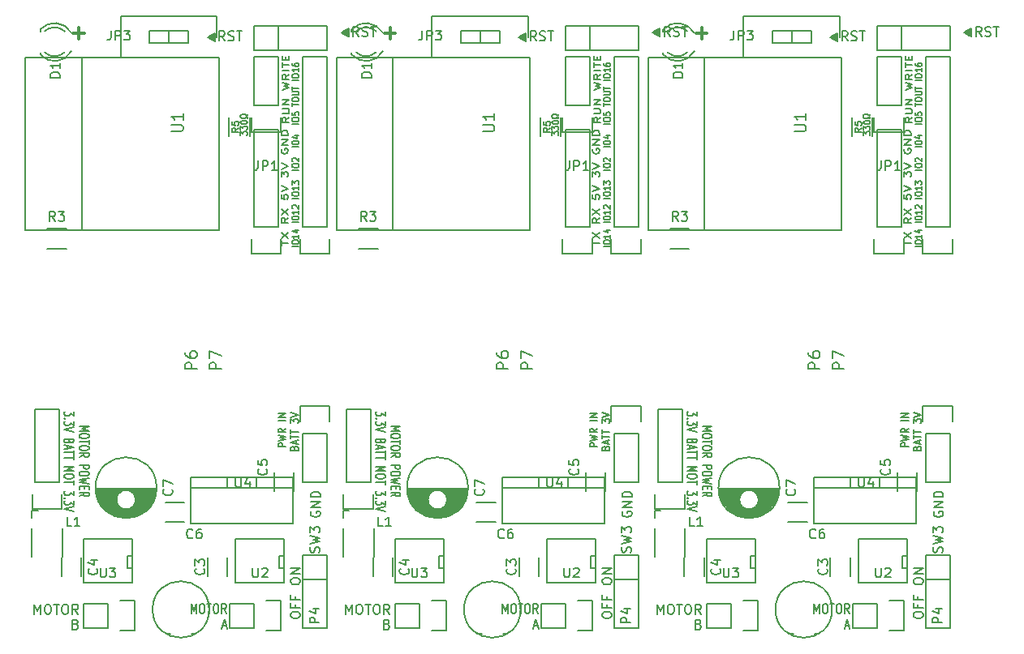
<source format=gbr>
G04 #@! TF.FileFunction,Legend,Top*
%FSLAX46Y46*%
G04 Gerber Fmt 4.6, Leading zero omitted, Abs format (unit mm)*
G04 Created by KiCad (PCBNEW 4.0.2-4+6225~38~ubuntu15.04.1-stable) date 2016年04月15日 16時13分23秒*
%MOMM*%
G01*
G04 APERTURE LIST*
%ADD10C,0.100000*%
%ADD11C,0.150000*%
%ADD12C,0.175000*%
%ADD13C,0.200000*%
%ADD14C,0.300000*%
G04 APERTURE END LIST*
D10*
D11*
X160388167Y-74468429D02*
X159688167Y-74468429D01*
X159688167Y-74068429D02*
X159688167Y-73954143D01*
X159721500Y-73897001D01*
X159788167Y-73839858D01*
X159921500Y-73811286D01*
X160154833Y-73811286D01*
X160288167Y-73839858D01*
X160354833Y-73897001D01*
X160388167Y-73954143D01*
X160388167Y-74068429D01*
X160354833Y-74125572D01*
X160288167Y-74182715D01*
X160154833Y-74211286D01*
X159921500Y-74211286D01*
X159788167Y-74182715D01*
X159721500Y-74125572D01*
X159688167Y-74068429D01*
X160388167Y-73239858D02*
X160388167Y-73582715D01*
X160388167Y-73411287D02*
X159688167Y-73411287D01*
X159788167Y-73468430D01*
X159854833Y-73525572D01*
X159888167Y-73582715D01*
X159921500Y-72725572D02*
X160388167Y-72725572D01*
X159654833Y-72868429D02*
X160154833Y-73011286D01*
X160154833Y-72639858D01*
X160388167Y-71954143D02*
X159688167Y-71954143D01*
X159688167Y-71554143D02*
X159688167Y-71439857D01*
X159721500Y-71382715D01*
X159788167Y-71325572D01*
X159921500Y-71297000D01*
X160154833Y-71297000D01*
X160288167Y-71325572D01*
X160354833Y-71382715D01*
X160388167Y-71439857D01*
X160388167Y-71554143D01*
X160354833Y-71611286D01*
X160288167Y-71668429D01*
X160154833Y-71697000D01*
X159921500Y-71697000D01*
X159788167Y-71668429D01*
X159721500Y-71611286D01*
X159688167Y-71554143D01*
X160388167Y-70725572D02*
X160388167Y-71068429D01*
X160388167Y-70897001D02*
X159688167Y-70897001D01*
X159788167Y-70954144D01*
X159854833Y-71011286D01*
X159888167Y-71068429D01*
X159754833Y-70497000D02*
X159721500Y-70468429D01*
X159688167Y-70411286D01*
X159688167Y-70268429D01*
X159721500Y-70211286D01*
X159754833Y-70182715D01*
X159821500Y-70154143D01*
X159888167Y-70154143D01*
X159988167Y-70182715D01*
X160388167Y-70525572D01*
X160388167Y-70154143D01*
X160388167Y-69439857D02*
X159688167Y-69439857D01*
X159688167Y-69039857D02*
X159688167Y-68925571D01*
X159721500Y-68868429D01*
X159788167Y-68811286D01*
X159921500Y-68782714D01*
X160154833Y-68782714D01*
X160288167Y-68811286D01*
X160354833Y-68868429D01*
X160388167Y-68925571D01*
X160388167Y-69039857D01*
X160354833Y-69097000D01*
X160288167Y-69154143D01*
X160154833Y-69182714D01*
X159921500Y-69182714D01*
X159788167Y-69154143D01*
X159721500Y-69097000D01*
X159688167Y-69039857D01*
X160388167Y-68211286D02*
X160388167Y-68554143D01*
X160388167Y-68382715D02*
X159688167Y-68382715D01*
X159788167Y-68439858D01*
X159854833Y-68497000D01*
X159888167Y-68554143D01*
X159688167Y-68011286D02*
X159688167Y-67639857D01*
X159954833Y-67839857D01*
X159954833Y-67754143D01*
X159988167Y-67697000D01*
X160021500Y-67668429D01*
X160088167Y-67639857D01*
X160254833Y-67639857D01*
X160321500Y-67668429D01*
X160354833Y-67697000D01*
X160388167Y-67754143D01*
X160388167Y-67925571D01*
X160354833Y-67982714D01*
X160321500Y-68011286D01*
X160388167Y-66468428D02*
X159688167Y-66468428D01*
X159688167Y-66068428D02*
X159688167Y-65954142D01*
X159721500Y-65897000D01*
X159788167Y-65839857D01*
X159921500Y-65811285D01*
X160154833Y-65811285D01*
X160288167Y-65839857D01*
X160354833Y-65897000D01*
X160388167Y-65954142D01*
X160388167Y-66068428D01*
X160354833Y-66125571D01*
X160288167Y-66182714D01*
X160154833Y-66211285D01*
X159921500Y-66211285D01*
X159788167Y-66182714D01*
X159721500Y-66125571D01*
X159688167Y-66068428D01*
X159754833Y-65582714D02*
X159721500Y-65554143D01*
X159688167Y-65497000D01*
X159688167Y-65354143D01*
X159721500Y-65297000D01*
X159754833Y-65268429D01*
X159821500Y-65239857D01*
X159888167Y-65239857D01*
X159988167Y-65268429D01*
X160388167Y-65611286D01*
X160388167Y-65239857D01*
X160388167Y-64068428D02*
X159688167Y-64068428D01*
X159688167Y-63668428D02*
X159688167Y-63554142D01*
X159721500Y-63497000D01*
X159788167Y-63439857D01*
X159921500Y-63411285D01*
X160154833Y-63411285D01*
X160288167Y-63439857D01*
X160354833Y-63497000D01*
X160388167Y-63554142D01*
X160388167Y-63668428D01*
X160354833Y-63725571D01*
X160288167Y-63782714D01*
X160154833Y-63811285D01*
X159921500Y-63811285D01*
X159788167Y-63782714D01*
X159721500Y-63725571D01*
X159688167Y-63668428D01*
X159921500Y-62897000D02*
X160388167Y-62897000D01*
X159654833Y-63039857D02*
X160154833Y-63182714D01*
X160154833Y-62811286D01*
X160388167Y-61668428D02*
X159688167Y-61668428D01*
X159688167Y-61268428D02*
X159688167Y-61154142D01*
X159721500Y-61097000D01*
X159788167Y-61039857D01*
X159921500Y-61011285D01*
X160154833Y-61011285D01*
X160288167Y-61039857D01*
X160354833Y-61097000D01*
X160388167Y-61154142D01*
X160388167Y-61268428D01*
X160354833Y-61325571D01*
X160288167Y-61382714D01*
X160154833Y-61411285D01*
X159921500Y-61411285D01*
X159788167Y-61382714D01*
X159721500Y-61325571D01*
X159688167Y-61268428D01*
X159688167Y-60468429D02*
X159688167Y-60754143D01*
X160021500Y-60782714D01*
X159988167Y-60754143D01*
X159954833Y-60697000D01*
X159954833Y-60554143D01*
X159988167Y-60497000D01*
X160021500Y-60468429D01*
X160088167Y-60439857D01*
X160254833Y-60439857D01*
X160321500Y-60468429D01*
X160354833Y-60497000D01*
X160388167Y-60554143D01*
X160388167Y-60697000D01*
X160354833Y-60754143D01*
X160321500Y-60782714D01*
X159688167Y-59811285D02*
X159688167Y-59468428D01*
X160388167Y-59639857D02*
X159688167Y-59639857D01*
X159688167Y-59154142D02*
X159688167Y-59039856D01*
X159721500Y-58982714D01*
X159788167Y-58925571D01*
X159921500Y-58896999D01*
X160154833Y-58896999D01*
X160288167Y-58925571D01*
X160354833Y-58982714D01*
X160388167Y-59039856D01*
X160388167Y-59154142D01*
X160354833Y-59211285D01*
X160288167Y-59268428D01*
X160154833Y-59296999D01*
X159921500Y-59296999D01*
X159788167Y-59268428D01*
X159721500Y-59211285D01*
X159688167Y-59154142D01*
X159688167Y-58639857D02*
X160254833Y-58639857D01*
X160321500Y-58611285D01*
X160354833Y-58582714D01*
X160388167Y-58525571D01*
X160388167Y-58411285D01*
X160354833Y-58354143D01*
X160321500Y-58325571D01*
X160254833Y-58297000D01*
X159688167Y-58297000D01*
X159688167Y-58097000D02*
X159688167Y-57754143D01*
X160388167Y-57925572D02*
X159688167Y-57925572D01*
X160388167Y-57097000D02*
X159688167Y-57097000D01*
X159688167Y-56697000D02*
X159688167Y-56582714D01*
X159721500Y-56525572D01*
X159788167Y-56468429D01*
X159921500Y-56439857D01*
X160154833Y-56439857D01*
X160288167Y-56468429D01*
X160354833Y-56525572D01*
X160388167Y-56582714D01*
X160388167Y-56697000D01*
X160354833Y-56754143D01*
X160288167Y-56811286D01*
X160154833Y-56839857D01*
X159921500Y-56839857D01*
X159788167Y-56811286D01*
X159721500Y-56754143D01*
X159688167Y-56697000D01*
X160388167Y-55868429D02*
X160388167Y-56211286D01*
X160388167Y-56039858D02*
X159688167Y-56039858D01*
X159788167Y-56097001D01*
X159854833Y-56154143D01*
X159888167Y-56211286D01*
X159688167Y-55354143D02*
X159688167Y-55468429D01*
X159721500Y-55525572D01*
X159754833Y-55554143D01*
X159854833Y-55611286D01*
X159988167Y-55639857D01*
X160254833Y-55639857D01*
X160321500Y-55611286D01*
X160354833Y-55582714D01*
X160388167Y-55525572D01*
X160388167Y-55411286D01*
X160354833Y-55354143D01*
X160321500Y-55325572D01*
X160254833Y-55297000D01*
X160088167Y-55297000D01*
X160021500Y-55325572D01*
X159988167Y-55354143D01*
X159954833Y-55411286D01*
X159954833Y-55525572D01*
X159988167Y-55582714D01*
X160021500Y-55611286D01*
X160088167Y-55639857D01*
D12*
X159372167Y-60974714D02*
X159038833Y-61274714D01*
X159372167Y-61488999D02*
X158672167Y-61488999D01*
X158672167Y-61146142D01*
X158705500Y-61060428D01*
X158738833Y-61017571D01*
X158805500Y-60974714D01*
X158905500Y-60974714D01*
X158972167Y-61017571D01*
X159005500Y-61060428D01*
X159038833Y-61146142D01*
X159038833Y-61488999D01*
X158672167Y-60588999D02*
X159238833Y-60588999D01*
X159305500Y-60546142D01*
X159338833Y-60503285D01*
X159372167Y-60417571D01*
X159372167Y-60246142D01*
X159338833Y-60160428D01*
X159305500Y-60117571D01*
X159238833Y-60074714D01*
X158672167Y-60074714D01*
X159372167Y-59646142D02*
X158672167Y-59646142D01*
X159372167Y-59131857D01*
X158672167Y-59131857D01*
X158672167Y-58103286D02*
X159372167Y-57889000D01*
X158872167Y-57717571D01*
X159372167Y-57546143D01*
X158672167Y-57331857D01*
X159372167Y-56474715D02*
X159038833Y-56774715D01*
X159372167Y-56989000D02*
X158672167Y-56989000D01*
X158672167Y-56646143D01*
X158705500Y-56560429D01*
X158738833Y-56517572D01*
X158805500Y-56474715D01*
X158905500Y-56474715D01*
X158972167Y-56517572D01*
X159005500Y-56560429D01*
X159038833Y-56646143D01*
X159038833Y-56989000D01*
X159372167Y-56089000D02*
X158672167Y-56089000D01*
X158672167Y-55789001D02*
X158672167Y-55274715D01*
X159372167Y-55531858D02*
X158672167Y-55531858D01*
X159005500Y-54974715D02*
X159005500Y-54674715D01*
X159372167Y-54546144D02*
X159372167Y-54974715D01*
X158672167Y-54974715D01*
X158672167Y-54546144D01*
D13*
X165524691Y-52522381D02*
X165524691Y-51760476D01*
X165477072Y-52474762D02*
X165477072Y-51808095D01*
X165429453Y-52474762D02*
X165429453Y-51808095D01*
X165381834Y-52427143D02*
X165381834Y-51855714D01*
X165334215Y-52427143D02*
X165334215Y-51855714D01*
X165286596Y-52379524D02*
X165286596Y-51903333D01*
X165238977Y-52379524D02*
X165238977Y-51903333D01*
X165191358Y-52331905D02*
X165191358Y-51950952D01*
X165143739Y-52284286D02*
X165143739Y-51998571D01*
X165096120Y-52284286D02*
X165096120Y-51998571D01*
X165048500Y-52236667D02*
X165048500Y-52046190D01*
X165000881Y-52236667D02*
X165000881Y-52046190D01*
X164953262Y-52141429D02*
X164905643Y-52141429D01*
X164953262Y-52189048D02*
X164953262Y-52093810D01*
X165572310Y-52522381D02*
X164858024Y-52141429D01*
X165572310Y-51760476D01*
X164810405Y-52141429D02*
X165572310Y-51712857D01*
X165572310Y-52570000D01*
X164810405Y-52141429D01*
X166619929Y-52522381D02*
X166286595Y-52046190D01*
X166048500Y-52522381D02*
X166048500Y-51522381D01*
X166429453Y-51522381D01*
X166524691Y-51570000D01*
X166572310Y-51617619D01*
X166619929Y-51712857D01*
X166619929Y-51855714D01*
X166572310Y-51950952D01*
X166524691Y-51998571D01*
X166429453Y-52046190D01*
X166048500Y-52046190D01*
X167000881Y-52474762D02*
X167143738Y-52522381D01*
X167381834Y-52522381D01*
X167477072Y-52474762D01*
X167524691Y-52427143D01*
X167572310Y-52331905D01*
X167572310Y-52236667D01*
X167524691Y-52141429D01*
X167477072Y-52093810D01*
X167381834Y-52046190D01*
X167191357Y-51998571D01*
X167096119Y-51950952D01*
X167048500Y-51903333D01*
X167000881Y-51808095D01*
X167000881Y-51712857D01*
X167048500Y-51617619D01*
X167096119Y-51570000D01*
X167191357Y-51522381D01*
X167429453Y-51522381D01*
X167572310Y-51570000D01*
X167858024Y-51522381D02*
X168429453Y-51522381D01*
X168143738Y-52522381D02*
X168143738Y-51522381D01*
D12*
X158545167Y-74393617D02*
X158545167Y-73867903D01*
X159245167Y-74130760D02*
X158545167Y-74130760D01*
X158545167Y-73648855D02*
X159245167Y-73035522D01*
X158545167Y-73035522D02*
X159245167Y-73648855D01*
X159245167Y-71458380D02*
X158911833Y-71765047D01*
X159245167Y-71984094D02*
X158545167Y-71984094D01*
X158545167Y-71633618D01*
X158578500Y-71545999D01*
X158611833Y-71502190D01*
X158678500Y-71458380D01*
X158778500Y-71458380D01*
X158845167Y-71502190D01*
X158878500Y-71545999D01*
X158911833Y-71633618D01*
X158911833Y-71984094D01*
X158545167Y-71151713D02*
X159245167Y-70538380D01*
X158545167Y-70538380D02*
X159245167Y-71151713D01*
X158545167Y-69048857D02*
X158545167Y-69486952D01*
X158878500Y-69530762D01*
X158845167Y-69486952D01*
X158811833Y-69399333D01*
X158811833Y-69180286D01*
X158845167Y-69092667D01*
X158878500Y-69048857D01*
X158945167Y-69005048D01*
X159111833Y-69005048D01*
X159178500Y-69048857D01*
X159211833Y-69092667D01*
X159245167Y-69180286D01*
X159245167Y-69399333D01*
X159211833Y-69486952D01*
X159178500Y-69530762D01*
X158545167Y-68742191D02*
X159245167Y-68435524D01*
X158545167Y-68128858D01*
X158545167Y-67208858D02*
X158545167Y-66639335D01*
X158811833Y-66946001D01*
X158811833Y-66814573D01*
X158845167Y-66726954D01*
X158878500Y-66683144D01*
X158945167Y-66639335D01*
X159111833Y-66639335D01*
X159178500Y-66683144D01*
X159211833Y-66726954D01*
X159245167Y-66814573D01*
X159245167Y-67077430D01*
X159211833Y-67165049D01*
X159178500Y-67208858D01*
X158545167Y-66376478D02*
X159245167Y-66069811D01*
X158545167Y-65763145D01*
X158578500Y-64273622D02*
X158545167Y-64361241D01*
X158545167Y-64492669D01*
X158578500Y-64624098D01*
X158645167Y-64711717D01*
X158711833Y-64755526D01*
X158845167Y-64799336D01*
X158945167Y-64799336D01*
X159078500Y-64755526D01*
X159145167Y-64711717D01*
X159211833Y-64624098D01*
X159245167Y-64492669D01*
X159245167Y-64405050D01*
X159211833Y-64273622D01*
X159178500Y-64229812D01*
X158945167Y-64229812D01*
X158945167Y-64405050D01*
X159245167Y-63835526D02*
X158545167Y-63835526D01*
X159245167Y-63309812D01*
X158545167Y-63309812D01*
X159245167Y-62871716D02*
X158545167Y-62871716D01*
X158545167Y-62652669D01*
X158578500Y-62521240D01*
X158645167Y-62433621D01*
X158711833Y-62389812D01*
X158845167Y-62346002D01*
X158945167Y-62346002D01*
X159078500Y-62389812D01*
X159145167Y-62433621D01*
X159211833Y-62521240D01*
X159245167Y-62652669D01*
X159245167Y-62871716D01*
D11*
X154290667Y-62836286D02*
X154290667Y-62464857D01*
X154557333Y-62664857D01*
X154557333Y-62579143D01*
X154590667Y-62522000D01*
X154624000Y-62493429D01*
X154690667Y-62464857D01*
X154857333Y-62464857D01*
X154924000Y-62493429D01*
X154957333Y-62522000D01*
X154990667Y-62579143D01*
X154990667Y-62750571D01*
X154957333Y-62807714D01*
X154924000Y-62836286D01*
X154290667Y-62264857D02*
X154290667Y-61893428D01*
X154557333Y-62093428D01*
X154557333Y-62007714D01*
X154590667Y-61950571D01*
X154624000Y-61922000D01*
X154690667Y-61893428D01*
X154857333Y-61893428D01*
X154924000Y-61922000D01*
X154957333Y-61950571D01*
X154990667Y-62007714D01*
X154990667Y-62179142D01*
X154957333Y-62236285D01*
X154924000Y-62264857D01*
X154290667Y-61521999D02*
X154290667Y-61464856D01*
X154324000Y-61407713D01*
X154357333Y-61379142D01*
X154424000Y-61350571D01*
X154557333Y-61321999D01*
X154724000Y-61321999D01*
X154857333Y-61350571D01*
X154924000Y-61379142D01*
X154957333Y-61407713D01*
X154990667Y-61464856D01*
X154990667Y-61521999D01*
X154957333Y-61579142D01*
X154924000Y-61607713D01*
X154857333Y-61636285D01*
X154724000Y-61664856D01*
X154557333Y-61664856D01*
X154424000Y-61636285D01*
X154357333Y-61607713D01*
X154324000Y-61579142D01*
X154290667Y-61521999D01*
X154990667Y-61093427D02*
X154990667Y-60950570D01*
X154857333Y-60950570D01*
X154824000Y-61007713D01*
X154757333Y-61064856D01*
X154657333Y-61093427D01*
X154490667Y-61093427D01*
X154390667Y-61064856D01*
X154324000Y-61007713D01*
X154290667Y-60921999D01*
X154290667Y-60807713D01*
X154324000Y-60721999D01*
X154390667Y-60664856D01*
X154490667Y-60636284D01*
X154657333Y-60636284D01*
X154757333Y-60664856D01*
X154824000Y-60721999D01*
X154857333Y-60779142D01*
X154990667Y-60779142D01*
X154990667Y-60636284D01*
D13*
X132767095Y-112872881D02*
X132767095Y-111872881D01*
X133100429Y-112587167D01*
X133433762Y-111872881D01*
X133433762Y-112872881D01*
X134100428Y-111872881D02*
X134290905Y-111872881D01*
X134386143Y-111920500D01*
X134481381Y-112015738D01*
X134529000Y-112206214D01*
X134529000Y-112539548D01*
X134481381Y-112730024D01*
X134386143Y-112825262D01*
X134290905Y-112872881D01*
X134100428Y-112872881D01*
X134005190Y-112825262D01*
X133909952Y-112730024D01*
X133862333Y-112539548D01*
X133862333Y-112206214D01*
X133909952Y-112015738D01*
X134005190Y-111920500D01*
X134100428Y-111872881D01*
X134814714Y-111872881D02*
X135386143Y-111872881D01*
X135100428Y-112872881D02*
X135100428Y-111872881D01*
X135909952Y-111872881D02*
X136100429Y-111872881D01*
X136195667Y-111920500D01*
X136290905Y-112015738D01*
X136338524Y-112206214D01*
X136338524Y-112539548D01*
X136290905Y-112730024D01*
X136195667Y-112825262D01*
X136100429Y-112872881D01*
X135909952Y-112872881D01*
X135814714Y-112825262D01*
X135719476Y-112730024D01*
X135671857Y-112539548D01*
X135671857Y-112206214D01*
X135719476Y-112015738D01*
X135814714Y-111920500D01*
X135909952Y-111872881D01*
X137338524Y-112872881D02*
X137005190Y-112396690D01*
X136767095Y-112872881D02*
X136767095Y-111872881D01*
X137148048Y-111872881D01*
X137243286Y-111920500D01*
X137290905Y-111968119D01*
X137338524Y-112063357D01*
X137338524Y-112206214D01*
X137290905Y-112301452D01*
X137243286Y-112349071D01*
X137148048Y-112396690D01*
X136767095Y-112396690D01*
X137100429Y-113949071D02*
X137243286Y-113996690D01*
X137290905Y-114044310D01*
X137338524Y-114139548D01*
X137338524Y-114282405D01*
X137290905Y-114377643D01*
X137243286Y-114425262D01*
X137148048Y-114472881D01*
X136767095Y-114472881D01*
X136767095Y-113472881D01*
X137100429Y-113472881D01*
X137195667Y-113520500D01*
X137243286Y-113568119D01*
X137290905Y-113663357D01*
X137290905Y-113758595D01*
X137243286Y-113853833D01*
X137195667Y-113901452D01*
X137100429Y-113949071D01*
X136767095Y-113949071D01*
X149149976Y-112809381D02*
X149149976Y-111809381D01*
X149416643Y-112523667D01*
X149683310Y-111809381D01*
X149683310Y-112809381D01*
X150216643Y-111809381D02*
X150369024Y-111809381D01*
X150445215Y-111857000D01*
X150521405Y-111952238D01*
X150559500Y-112142714D01*
X150559500Y-112476048D01*
X150521405Y-112666524D01*
X150445215Y-112761762D01*
X150369024Y-112809381D01*
X150216643Y-112809381D01*
X150140453Y-112761762D01*
X150064262Y-112666524D01*
X150026167Y-112476048D01*
X150026167Y-112142714D01*
X150064262Y-111952238D01*
X150140453Y-111857000D01*
X150216643Y-111809381D01*
X150788071Y-111809381D02*
X151245214Y-111809381D01*
X151016643Y-112809381D02*
X151016643Y-111809381D01*
X151664262Y-111809381D02*
X151816643Y-111809381D01*
X151892834Y-111857000D01*
X151969024Y-111952238D01*
X152007119Y-112142714D01*
X152007119Y-112476048D01*
X151969024Y-112666524D01*
X151892834Y-112761762D01*
X151816643Y-112809381D01*
X151664262Y-112809381D01*
X151588072Y-112761762D01*
X151511881Y-112666524D01*
X151473786Y-112476048D01*
X151473786Y-112142714D01*
X151511881Y-111952238D01*
X151588072Y-111857000D01*
X151664262Y-111809381D01*
X152807119Y-112809381D02*
X152540452Y-112333190D01*
X152349976Y-112809381D02*
X152349976Y-111809381D01*
X152654738Y-111809381D01*
X152730929Y-111857000D01*
X152769024Y-111904619D01*
X152807119Y-111999857D01*
X152807119Y-112142714D01*
X152769024Y-112237952D01*
X152730929Y-112285571D01*
X152654738Y-112333190D01*
X152349976Y-112333190D01*
X152426167Y-114123667D02*
X152807119Y-114123667D01*
X152349976Y-114409381D02*
X152616643Y-113409381D01*
X152883310Y-114409381D01*
D12*
X159023905Y-95390832D02*
X158223905Y-95390832D01*
X158223905Y-95124166D01*
X158262000Y-95057499D01*
X158300095Y-95024166D01*
X158376286Y-94990832D01*
X158490571Y-94990832D01*
X158566762Y-95024166D01*
X158604857Y-95057499D01*
X158642952Y-95124166D01*
X158642952Y-95390832D01*
X158223905Y-94757499D02*
X159023905Y-94590832D01*
X158452476Y-94457499D01*
X159023905Y-94324166D01*
X158223905Y-94157499D01*
X159023905Y-93490832D02*
X158642952Y-93724166D01*
X159023905Y-93890832D02*
X158223905Y-93890832D01*
X158223905Y-93624166D01*
X158262000Y-93557499D01*
X158300095Y-93524166D01*
X158376286Y-93490832D01*
X158490571Y-93490832D01*
X158566762Y-93524166D01*
X158604857Y-93557499D01*
X158642952Y-93624166D01*
X158642952Y-93890832D01*
X159023905Y-92657499D02*
X158223905Y-92657499D01*
X159023905Y-92324166D02*
X158223905Y-92324166D01*
X159023905Y-91924166D01*
X158223905Y-91924166D01*
X159899857Y-95524166D02*
X159937952Y-95424166D01*
X159976048Y-95390833D01*
X160052238Y-95357499D01*
X160166524Y-95357499D01*
X160242714Y-95390833D01*
X160280810Y-95424166D01*
X160318905Y-95490833D01*
X160318905Y-95757499D01*
X159518905Y-95757499D01*
X159518905Y-95524166D01*
X159557000Y-95457499D01*
X159595095Y-95424166D01*
X159671286Y-95390833D01*
X159747476Y-95390833D01*
X159823667Y-95424166D01*
X159861762Y-95457499D01*
X159899857Y-95524166D01*
X159899857Y-95757499D01*
X160090333Y-95090833D02*
X160090333Y-94757499D01*
X160318905Y-95157499D02*
X159518905Y-94924166D01*
X160318905Y-94690833D01*
X159518905Y-94557499D02*
X159518905Y-94157499D01*
X160318905Y-94357499D02*
X159518905Y-94357499D01*
X159518905Y-94024166D02*
X159518905Y-93624166D01*
X160318905Y-93824166D02*
X159518905Y-93824166D01*
X159518905Y-92924167D02*
X159518905Y-92490834D01*
X159823667Y-92724167D01*
X159823667Y-92624167D01*
X159861762Y-92557500D01*
X159899857Y-92524167D01*
X159976048Y-92490834D01*
X160166524Y-92490834D01*
X160242714Y-92524167D01*
X160280810Y-92557500D01*
X160318905Y-92624167D01*
X160318905Y-92824167D01*
X160280810Y-92890834D01*
X160242714Y-92924167D01*
X159518905Y-92290833D02*
X160318905Y-92057500D01*
X159518905Y-91824167D01*
D13*
X161667000Y-102171404D02*
X161619381Y-102266642D01*
X161619381Y-102409499D01*
X161667000Y-102552357D01*
X161762238Y-102647595D01*
X161857476Y-102695214D01*
X162047952Y-102742833D01*
X162190810Y-102742833D01*
X162381286Y-102695214D01*
X162476524Y-102647595D01*
X162571762Y-102552357D01*
X162619381Y-102409499D01*
X162619381Y-102314261D01*
X162571762Y-102171404D01*
X162524143Y-102123785D01*
X162190810Y-102123785D01*
X162190810Y-102314261D01*
X162619381Y-101695214D02*
X161619381Y-101695214D01*
X162619381Y-101123785D01*
X161619381Y-101123785D01*
X162619381Y-100647595D02*
X161619381Y-100647595D01*
X161619381Y-100409500D01*
X161667000Y-100266642D01*
X161762238Y-100171404D01*
X161857476Y-100123785D01*
X162047952Y-100076166D01*
X162190810Y-100076166D01*
X162381286Y-100123785D01*
X162476524Y-100171404D01*
X162571762Y-100266642D01*
X162619381Y-100409500D01*
X162619381Y-100647595D01*
D12*
X137483119Y-93267668D02*
X138483119Y-93267668D01*
X137768833Y-93501001D01*
X138483119Y-93734334D01*
X137483119Y-93734334D01*
X138483119Y-94201001D02*
X138483119Y-94334334D01*
X138435500Y-94401001D01*
X138340262Y-94467668D01*
X138149786Y-94501001D01*
X137816452Y-94501001D01*
X137625976Y-94467668D01*
X137530738Y-94401001D01*
X137483119Y-94334334D01*
X137483119Y-94201001D01*
X137530738Y-94134334D01*
X137625976Y-94067668D01*
X137816452Y-94034334D01*
X138149786Y-94034334D01*
X138340262Y-94067668D01*
X138435500Y-94134334D01*
X138483119Y-94201001D01*
X138483119Y-94701001D02*
X138483119Y-95101001D01*
X137483119Y-94901001D02*
X138483119Y-94901001D01*
X138483119Y-95467667D02*
X138483119Y-95601000D01*
X138435500Y-95667667D01*
X138340262Y-95734334D01*
X138149786Y-95767667D01*
X137816452Y-95767667D01*
X137625976Y-95734334D01*
X137530738Y-95667667D01*
X137483119Y-95601000D01*
X137483119Y-95467667D01*
X137530738Y-95401000D01*
X137625976Y-95334334D01*
X137816452Y-95301000D01*
X138149786Y-95301000D01*
X138340262Y-95334334D01*
X138435500Y-95401000D01*
X138483119Y-95467667D01*
X137483119Y-96467667D02*
X137959310Y-96234333D01*
X137483119Y-96067667D02*
X138483119Y-96067667D01*
X138483119Y-96334333D01*
X138435500Y-96401000D01*
X138387881Y-96434333D01*
X138292643Y-96467667D01*
X138149786Y-96467667D01*
X138054548Y-96434333D01*
X138006929Y-96401000D01*
X137959310Y-96334333D01*
X137959310Y-96067667D01*
X137483119Y-97301000D02*
X138483119Y-97301000D01*
X138483119Y-97567666D01*
X138435500Y-97634333D01*
X138387881Y-97667666D01*
X138292643Y-97701000D01*
X138149786Y-97701000D01*
X138054548Y-97667666D01*
X138006929Y-97634333D01*
X137959310Y-97567666D01*
X137959310Y-97301000D01*
X138483119Y-98134333D02*
X138483119Y-98267666D01*
X138435500Y-98334333D01*
X138340262Y-98401000D01*
X138149786Y-98434333D01*
X137816452Y-98434333D01*
X137625976Y-98401000D01*
X137530738Y-98334333D01*
X137483119Y-98267666D01*
X137483119Y-98134333D01*
X137530738Y-98067666D01*
X137625976Y-98001000D01*
X137816452Y-97967666D01*
X138149786Y-97967666D01*
X138340262Y-98001000D01*
X138435500Y-98067666D01*
X138483119Y-98134333D01*
X138483119Y-98667666D02*
X137483119Y-98834333D01*
X138197405Y-98967666D01*
X137483119Y-99100999D01*
X138483119Y-99267666D01*
X138006929Y-99534333D02*
X138006929Y-99767666D01*
X137483119Y-99867666D02*
X137483119Y-99534333D01*
X138483119Y-99534333D01*
X138483119Y-99867666D01*
X137483119Y-100567666D02*
X137959310Y-100334332D01*
X137483119Y-100167666D02*
X138483119Y-100167666D01*
X138483119Y-100434332D01*
X138435500Y-100500999D01*
X138387881Y-100534332D01*
X138292643Y-100567666D01*
X138149786Y-100567666D01*
X138054548Y-100534332D01*
X138006929Y-100500999D01*
X137959310Y-100434332D01*
X137959310Y-100167666D01*
X136908119Y-91717668D02*
X136908119Y-92151001D01*
X136527167Y-91917668D01*
X136527167Y-92017668D01*
X136479548Y-92084335D01*
X136431929Y-92117668D01*
X136336690Y-92151001D01*
X136098595Y-92151001D01*
X136003357Y-92117668D01*
X135955738Y-92084335D01*
X135908119Y-92017668D01*
X135908119Y-91817668D01*
X135955738Y-91751001D01*
X136003357Y-91717668D01*
X136003357Y-92451002D02*
X135955738Y-92484335D01*
X135908119Y-92451002D01*
X135955738Y-92417668D01*
X136003357Y-92451002D01*
X135908119Y-92451002D01*
X136908119Y-92717668D02*
X136908119Y-93151001D01*
X136527167Y-92917668D01*
X136527167Y-93017668D01*
X136479548Y-93084335D01*
X136431929Y-93117668D01*
X136336690Y-93151001D01*
X136098595Y-93151001D01*
X136003357Y-93117668D01*
X135955738Y-93084335D01*
X135908119Y-93017668D01*
X135908119Y-92817668D01*
X135955738Y-92751001D01*
X136003357Y-92717668D01*
X136908119Y-93351002D02*
X135908119Y-93584335D01*
X136908119Y-93817668D01*
X136431929Y-94817668D02*
X136384310Y-94917668D01*
X136336690Y-94951001D01*
X136241452Y-94984335D01*
X136098595Y-94984335D01*
X136003357Y-94951001D01*
X135955738Y-94917668D01*
X135908119Y-94851001D01*
X135908119Y-94584335D01*
X136908119Y-94584335D01*
X136908119Y-94817668D01*
X136860500Y-94884335D01*
X136812881Y-94917668D01*
X136717643Y-94951001D01*
X136622405Y-94951001D01*
X136527167Y-94917668D01*
X136479548Y-94884335D01*
X136431929Y-94817668D01*
X136431929Y-94584335D01*
X136193833Y-95251001D02*
X136193833Y-95584335D01*
X135908119Y-95184335D02*
X136908119Y-95417668D01*
X135908119Y-95651001D01*
X136908119Y-95784335D02*
X136908119Y-96184335D01*
X135908119Y-95984335D02*
X136908119Y-95984335D01*
X136908119Y-96317668D02*
X136908119Y-96717668D01*
X135908119Y-96517668D02*
X136908119Y-96517668D01*
X135908119Y-97484334D02*
X136908119Y-97484334D01*
X136193833Y-97717667D01*
X136908119Y-97951000D01*
X135908119Y-97951000D01*
X136908119Y-98417667D02*
X136908119Y-98551000D01*
X136860500Y-98617667D01*
X136765262Y-98684334D01*
X136574786Y-98717667D01*
X136241452Y-98717667D01*
X136050976Y-98684334D01*
X135955738Y-98617667D01*
X135908119Y-98551000D01*
X135908119Y-98417667D01*
X135955738Y-98351000D01*
X136050976Y-98284334D01*
X136241452Y-98251000D01*
X136574786Y-98251000D01*
X136765262Y-98284334D01*
X136860500Y-98351000D01*
X136908119Y-98417667D01*
X136908119Y-98917667D02*
X136908119Y-99317667D01*
X135908119Y-99117667D02*
X136908119Y-99117667D01*
X136908119Y-100017666D02*
X136908119Y-100450999D01*
X136527167Y-100217666D01*
X136527167Y-100317666D01*
X136479548Y-100384333D01*
X136431929Y-100417666D01*
X136336690Y-100450999D01*
X136098595Y-100450999D01*
X136003357Y-100417666D01*
X135955738Y-100384333D01*
X135908119Y-100317666D01*
X135908119Y-100117666D01*
X135955738Y-100050999D01*
X136003357Y-100017666D01*
X136003357Y-100751000D02*
X135955738Y-100784333D01*
X135908119Y-100751000D01*
X135955738Y-100717666D01*
X136003357Y-100751000D01*
X135908119Y-100751000D01*
X136908119Y-101017666D02*
X136908119Y-101450999D01*
X136527167Y-101217666D01*
X136527167Y-101317666D01*
X136479548Y-101384333D01*
X136431929Y-101417666D01*
X136336690Y-101450999D01*
X136098595Y-101450999D01*
X136003357Y-101417666D01*
X135955738Y-101384333D01*
X135908119Y-101317666D01*
X135908119Y-101117666D01*
X135955738Y-101050999D01*
X136003357Y-101017666D01*
X136908119Y-101651000D02*
X135908119Y-101884333D01*
X136908119Y-102117666D01*
D13*
X159523881Y-113061453D02*
X159523881Y-112870976D01*
X159571500Y-112775738D01*
X159666738Y-112680500D01*
X159857214Y-112632881D01*
X160190548Y-112632881D01*
X160381024Y-112680500D01*
X160476262Y-112775738D01*
X160523881Y-112870976D01*
X160523881Y-113061453D01*
X160476262Y-113156691D01*
X160381024Y-113251929D01*
X160190548Y-113299548D01*
X159857214Y-113299548D01*
X159666738Y-113251929D01*
X159571500Y-113156691D01*
X159523881Y-113061453D01*
X160000071Y-111870976D02*
X160000071Y-112204310D01*
X160523881Y-112204310D02*
X159523881Y-112204310D01*
X159523881Y-111728119D01*
X160000071Y-111013833D02*
X160000071Y-111347167D01*
X160523881Y-111347167D02*
X159523881Y-111347167D01*
X159523881Y-110870976D01*
X159523881Y-109537643D02*
X159523881Y-109347166D01*
X159571500Y-109251928D01*
X159666738Y-109156690D01*
X159857214Y-109109071D01*
X160190548Y-109109071D01*
X160381024Y-109156690D01*
X160476262Y-109251928D01*
X160523881Y-109347166D01*
X160523881Y-109537643D01*
X160476262Y-109632881D01*
X160381024Y-109728119D01*
X160190548Y-109775738D01*
X159857214Y-109775738D01*
X159666738Y-109728119D01*
X159571500Y-109632881D01*
X159523881Y-109537643D01*
X160523881Y-108680500D02*
X159523881Y-108680500D01*
X160523881Y-108109071D01*
X159523881Y-108109071D01*
X151554691Y-52966881D02*
X151554691Y-52204976D01*
X151507072Y-52919262D02*
X151507072Y-52252595D01*
X151459453Y-52919262D02*
X151459453Y-52252595D01*
X151411834Y-52871643D02*
X151411834Y-52300214D01*
X151364215Y-52871643D02*
X151364215Y-52300214D01*
X151316596Y-52824024D02*
X151316596Y-52347833D01*
X151268977Y-52824024D02*
X151268977Y-52347833D01*
X151221358Y-52776405D02*
X151221358Y-52395452D01*
X151173739Y-52728786D02*
X151173739Y-52443071D01*
X151126120Y-52728786D02*
X151126120Y-52443071D01*
X151078500Y-52681167D02*
X151078500Y-52490690D01*
X151030881Y-52681167D02*
X151030881Y-52490690D01*
X150983262Y-52585929D02*
X150935643Y-52585929D01*
X150983262Y-52633548D02*
X150983262Y-52538310D01*
X151602310Y-52966881D02*
X150888024Y-52585929D01*
X151602310Y-52204976D01*
X150840405Y-52585929D02*
X151602310Y-52157357D01*
X151602310Y-53014500D01*
X150840405Y-52585929D01*
X152649929Y-52966881D02*
X152316595Y-52490690D01*
X152078500Y-52966881D02*
X152078500Y-51966881D01*
X152459453Y-51966881D01*
X152554691Y-52014500D01*
X152602310Y-52062119D01*
X152649929Y-52157357D01*
X152649929Y-52300214D01*
X152602310Y-52395452D01*
X152554691Y-52443071D01*
X152459453Y-52490690D01*
X152078500Y-52490690D01*
X153030881Y-52919262D02*
X153173738Y-52966881D01*
X153411834Y-52966881D01*
X153507072Y-52919262D01*
X153554691Y-52871643D01*
X153602310Y-52776405D01*
X153602310Y-52681167D01*
X153554691Y-52585929D01*
X153507072Y-52538310D01*
X153411834Y-52490690D01*
X153221357Y-52443071D01*
X153126119Y-52395452D01*
X153078500Y-52347833D01*
X153030881Y-52252595D01*
X153030881Y-52157357D01*
X153078500Y-52062119D01*
X153126119Y-52014500D01*
X153221357Y-51966881D01*
X153459453Y-51966881D01*
X153602310Y-52014500D01*
X153888024Y-51966881D02*
X154459453Y-51966881D01*
X154173738Y-52966881D02*
X154173738Y-51966881D01*
X140759667Y-51903381D02*
X140759667Y-52617667D01*
X140712047Y-52760524D01*
X140616809Y-52855762D01*
X140473952Y-52903381D01*
X140378714Y-52903381D01*
X141235857Y-52903381D02*
X141235857Y-51903381D01*
X141616810Y-51903381D01*
X141712048Y-51951000D01*
X141759667Y-51998619D01*
X141807286Y-52093857D01*
X141807286Y-52236714D01*
X141759667Y-52331952D01*
X141712048Y-52379571D01*
X141616810Y-52427190D01*
X141235857Y-52427190D01*
X142140619Y-51903381D02*
X142759667Y-51903381D01*
X142426333Y-52284333D01*
X142569191Y-52284333D01*
X142664429Y-52331952D01*
X142712048Y-52379571D01*
X142759667Y-52474810D01*
X142759667Y-52712905D01*
X142712048Y-52808143D01*
X142664429Y-52855762D01*
X142569191Y-52903381D01*
X142283476Y-52903381D01*
X142188238Y-52855762D01*
X142140619Y-52808143D01*
D14*
X136830572Y-52177143D02*
X137973429Y-52177143D01*
X137402000Y-52748571D02*
X137402000Y-51605714D01*
D11*
X127888167Y-74468429D02*
X127188167Y-74468429D01*
X127188167Y-74068429D02*
X127188167Y-73954143D01*
X127221500Y-73897001D01*
X127288167Y-73839858D01*
X127421500Y-73811286D01*
X127654833Y-73811286D01*
X127788167Y-73839858D01*
X127854833Y-73897001D01*
X127888167Y-73954143D01*
X127888167Y-74068429D01*
X127854833Y-74125572D01*
X127788167Y-74182715D01*
X127654833Y-74211286D01*
X127421500Y-74211286D01*
X127288167Y-74182715D01*
X127221500Y-74125572D01*
X127188167Y-74068429D01*
X127888167Y-73239858D02*
X127888167Y-73582715D01*
X127888167Y-73411287D02*
X127188167Y-73411287D01*
X127288167Y-73468430D01*
X127354833Y-73525572D01*
X127388167Y-73582715D01*
X127421500Y-72725572D02*
X127888167Y-72725572D01*
X127154833Y-72868429D02*
X127654833Y-73011286D01*
X127654833Y-72639858D01*
X127888167Y-71954143D02*
X127188167Y-71954143D01*
X127188167Y-71554143D02*
X127188167Y-71439857D01*
X127221500Y-71382715D01*
X127288167Y-71325572D01*
X127421500Y-71297000D01*
X127654833Y-71297000D01*
X127788167Y-71325572D01*
X127854833Y-71382715D01*
X127888167Y-71439857D01*
X127888167Y-71554143D01*
X127854833Y-71611286D01*
X127788167Y-71668429D01*
X127654833Y-71697000D01*
X127421500Y-71697000D01*
X127288167Y-71668429D01*
X127221500Y-71611286D01*
X127188167Y-71554143D01*
X127888167Y-70725572D02*
X127888167Y-71068429D01*
X127888167Y-70897001D02*
X127188167Y-70897001D01*
X127288167Y-70954144D01*
X127354833Y-71011286D01*
X127388167Y-71068429D01*
X127254833Y-70497000D02*
X127221500Y-70468429D01*
X127188167Y-70411286D01*
X127188167Y-70268429D01*
X127221500Y-70211286D01*
X127254833Y-70182715D01*
X127321500Y-70154143D01*
X127388167Y-70154143D01*
X127488167Y-70182715D01*
X127888167Y-70525572D01*
X127888167Y-70154143D01*
X127888167Y-69439857D02*
X127188167Y-69439857D01*
X127188167Y-69039857D02*
X127188167Y-68925571D01*
X127221500Y-68868429D01*
X127288167Y-68811286D01*
X127421500Y-68782714D01*
X127654833Y-68782714D01*
X127788167Y-68811286D01*
X127854833Y-68868429D01*
X127888167Y-68925571D01*
X127888167Y-69039857D01*
X127854833Y-69097000D01*
X127788167Y-69154143D01*
X127654833Y-69182714D01*
X127421500Y-69182714D01*
X127288167Y-69154143D01*
X127221500Y-69097000D01*
X127188167Y-69039857D01*
X127888167Y-68211286D02*
X127888167Y-68554143D01*
X127888167Y-68382715D02*
X127188167Y-68382715D01*
X127288167Y-68439858D01*
X127354833Y-68497000D01*
X127388167Y-68554143D01*
X127188167Y-68011286D02*
X127188167Y-67639857D01*
X127454833Y-67839857D01*
X127454833Y-67754143D01*
X127488167Y-67697000D01*
X127521500Y-67668429D01*
X127588167Y-67639857D01*
X127754833Y-67639857D01*
X127821500Y-67668429D01*
X127854833Y-67697000D01*
X127888167Y-67754143D01*
X127888167Y-67925571D01*
X127854833Y-67982714D01*
X127821500Y-68011286D01*
X127888167Y-66468428D02*
X127188167Y-66468428D01*
X127188167Y-66068428D02*
X127188167Y-65954142D01*
X127221500Y-65897000D01*
X127288167Y-65839857D01*
X127421500Y-65811285D01*
X127654833Y-65811285D01*
X127788167Y-65839857D01*
X127854833Y-65897000D01*
X127888167Y-65954142D01*
X127888167Y-66068428D01*
X127854833Y-66125571D01*
X127788167Y-66182714D01*
X127654833Y-66211285D01*
X127421500Y-66211285D01*
X127288167Y-66182714D01*
X127221500Y-66125571D01*
X127188167Y-66068428D01*
X127254833Y-65582714D02*
X127221500Y-65554143D01*
X127188167Y-65497000D01*
X127188167Y-65354143D01*
X127221500Y-65297000D01*
X127254833Y-65268429D01*
X127321500Y-65239857D01*
X127388167Y-65239857D01*
X127488167Y-65268429D01*
X127888167Y-65611286D01*
X127888167Y-65239857D01*
X127888167Y-64068428D02*
X127188167Y-64068428D01*
X127188167Y-63668428D02*
X127188167Y-63554142D01*
X127221500Y-63497000D01*
X127288167Y-63439857D01*
X127421500Y-63411285D01*
X127654833Y-63411285D01*
X127788167Y-63439857D01*
X127854833Y-63497000D01*
X127888167Y-63554142D01*
X127888167Y-63668428D01*
X127854833Y-63725571D01*
X127788167Y-63782714D01*
X127654833Y-63811285D01*
X127421500Y-63811285D01*
X127288167Y-63782714D01*
X127221500Y-63725571D01*
X127188167Y-63668428D01*
X127421500Y-62897000D02*
X127888167Y-62897000D01*
X127154833Y-63039857D02*
X127654833Y-63182714D01*
X127654833Y-62811286D01*
X127888167Y-61668428D02*
X127188167Y-61668428D01*
X127188167Y-61268428D02*
X127188167Y-61154142D01*
X127221500Y-61097000D01*
X127288167Y-61039857D01*
X127421500Y-61011285D01*
X127654833Y-61011285D01*
X127788167Y-61039857D01*
X127854833Y-61097000D01*
X127888167Y-61154142D01*
X127888167Y-61268428D01*
X127854833Y-61325571D01*
X127788167Y-61382714D01*
X127654833Y-61411285D01*
X127421500Y-61411285D01*
X127288167Y-61382714D01*
X127221500Y-61325571D01*
X127188167Y-61268428D01*
X127188167Y-60468429D02*
X127188167Y-60754143D01*
X127521500Y-60782714D01*
X127488167Y-60754143D01*
X127454833Y-60697000D01*
X127454833Y-60554143D01*
X127488167Y-60497000D01*
X127521500Y-60468429D01*
X127588167Y-60439857D01*
X127754833Y-60439857D01*
X127821500Y-60468429D01*
X127854833Y-60497000D01*
X127888167Y-60554143D01*
X127888167Y-60697000D01*
X127854833Y-60754143D01*
X127821500Y-60782714D01*
X127188167Y-59811285D02*
X127188167Y-59468428D01*
X127888167Y-59639857D02*
X127188167Y-59639857D01*
X127188167Y-59154142D02*
X127188167Y-59039856D01*
X127221500Y-58982714D01*
X127288167Y-58925571D01*
X127421500Y-58896999D01*
X127654833Y-58896999D01*
X127788167Y-58925571D01*
X127854833Y-58982714D01*
X127888167Y-59039856D01*
X127888167Y-59154142D01*
X127854833Y-59211285D01*
X127788167Y-59268428D01*
X127654833Y-59296999D01*
X127421500Y-59296999D01*
X127288167Y-59268428D01*
X127221500Y-59211285D01*
X127188167Y-59154142D01*
X127188167Y-58639857D02*
X127754833Y-58639857D01*
X127821500Y-58611285D01*
X127854833Y-58582714D01*
X127888167Y-58525571D01*
X127888167Y-58411285D01*
X127854833Y-58354143D01*
X127821500Y-58325571D01*
X127754833Y-58297000D01*
X127188167Y-58297000D01*
X127188167Y-58097000D02*
X127188167Y-57754143D01*
X127888167Y-57925572D02*
X127188167Y-57925572D01*
X127888167Y-57097000D02*
X127188167Y-57097000D01*
X127188167Y-56697000D02*
X127188167Y-56582714D01*
X127221500Y-56525572D01*
X127288167Y-56468429D01*
X127421500Y-56439857D01*
X127654833Y-56439857D01*
X127788167Y-56468429D01*
X127854833Y-56525572D01*
X127888167Y-56582714D01*
X127888167Y-56697000D01*
X127854833Y-56754143D01*
X127788167Y-56811286D01*
X127654833Y-56839857D01*
X127421500Y-56839857D01*
X127288167Y-56811286D01*
X127221500Y-56754143D01*
X127188167Y-56697000D01*
X127888167Y-55868429D02*
X127888167Y-56211286D01*
X127888167Y-56039858D02*
X127188167Y-56039858D01*
X127288167Y-56097001D01*
X127354833Y-56154143D01*
X127388167Y-56211286D01*
X127188167Y-55354143D02*
X127188167Y-55468429D01*
X127221500Y-55525572D01*
X127254833Y-55554143D01*
X127354833Y-55611286D01*
X127488167Y-55639857D01*
X127754833Y-55639857D01*
X127821500Y-55611286D01*
X127854833Y-55582714D01*
X127888167Y-55525572D01*
X127888167Y-55411286D01*
X127854833Y-55354143D01*
X127821500Y-55325572D01*
X127754833Y-55297000D01*
X127588167Y-55297000D01*
X127521500Y-55325572D01*
X127488167Y-55354143D01*
X127454833Y-55411286D01*
X127454833Y-55525572D01*
X127488167Y-55582714D01*
X127521500Y-55611286D01*
X127588167Y-55639857D01*
D12*
X126872167Y-60974714D02*
X126538833Y-61274714D01*
X126872167Y-61488999D02*
X126172167Y-61488999D01*
X126172167Y-61146142D01*
X126205500Y-61060428D01*
X126238833Y-61017571D01*
X126305500Y-60974714D01*
X126405500Y-60974714D01*
X126472167Y-61017571D01*
X126505500Y-61060428D01*
X126538833Y-61146142D01*
X126538833Y-61488999D01*
X126172167Y-60588999D02*
X126738833Y-60588999D01*
X126805500Y-60546142D01*
X126838833Y-60503285D01*
X126872167Y-60417571D01*
X126872167Y-60246142D01*
X126838833Y-60160428D01*
X126805500Y-60117571D01*
X126738833Y-60074714D01*
X126172167Y-60074714D01*
X126872167Y-59646142D02*
X126172167Y-59646142D01*
X126872167Y-59131857D01*
X126172167Y-59131857D01*
X126172167Y-58103286D02*
X126872167Y-57889000D01*
X126372167Y-57717571D01*
X126872167Y-57546143D01*
X126172167Y-57331857D01*
X126872167Y-56474715D02*
X126538833Y-56774715D01*
X126872167Y-56989000D02*
X126172167Y-56989000D01*
X126172167Y-56646143D01*
X126205500Y-56560429D01*
X126238833Y-56517572D01*
X126305500Y-56474715D01*
X126405500Y-56474715D01*
X126472167Y-56517572D01*
X126505500Y-56560429D01*
X126538833Y-56646143D01*
X126538833Y-56989000D01*
X126872167Y-56089000D02*
X126172167Y-56089000D01*
X126172167Y-55789001D02*
X126172167Y-55274715D01*
X126872167Y-55531858D02*
X126172167Y-55531858D01*
X126505500Y-54974715D02*
X126505500Y-54674715D01*
X126872167Y-54546144D02*
X126872167Y-54974715D01*
X126172167Y-54974715D01*
X126172167Y-54546144D01*
D13*
X133024691Y-52522381D02*
X133024691Y-51760476D01*
X132977072Y-52474762D02*
X132977072Y-51808095D01*
X132929453Y-52474762D02*
X132929453Y-51808095D01*
X132881834Y-52427143D02*
X132881834Y-51855714D01*
X132834215Y-52427143D02*
X132834215Y-51855714D01*
X132786596Y-52379524D02*
X132786596Y-51903333D01*
X132738977Y-52379524D02*
X132738977Y-51903333D01*
X132691358Y-52331905D02*
X132691358Y-51950952D01*
X132643739Y-52284286D02*
X132643739Y-51998571D01*
X132596120Y-52284286D02*
X132596120Y-51998571D01*
X132548500Y-52236667D02*
X132548500Y-52046190D01*
X132500881Y-52236667D02*
X132500881Y-52046190D01*
X132453262Y-52141429D02*
X132405643Y-52141429D01*
X132453262Y-52189048D02*
X132453262Y-52093810D01*
X133072310Y-52522381D02*
X132358024Y-52141429D01*
X133072310Y-51760476D01*
X132310405Y-52141429D02*
X133072310Y-51712857D01*
X133072310Y-52570000D01*
X132310405Y-52141429D01*
X134119929Y-52522381D02*
X133786595Y-52046190D01*
X133548500Y-52522381D02*
X133548500Y-51522381D01*
X133929453Y-51522381D01*
X134024691Y-51570000D01*
X134072310Y-51617619D01*
X134119929Y-51712857D01*
X134119929Y-51855714D01*
X134072310Y-51950952D01*
X134024691Y-51998571D01*
X133929453Y-52046190D01*
X133548500Y-52046190D01*
X134500881Y-52474762D02*
X134643738Y-52522381D01*
X134881834Y-52522381D01*
X134977072Y-52474762D01*
X135024691Y-52427143D01*
X135072310Y-52331905D01*
X135072310Y-52236667D01*
X135024691Y-52141429D01*
X134977072Y-52093810D01*
X134881834Y-52046190D01*
X134691357Y-51998571D01*
X134596119Y-51950952D01*
X134548500Y-51903333D01*
X134500881Y-51808095D01*
X134500881Y-51712857D01*
X134548500Y-51617619D01*
X134596119Y-51570000D01*
X134691357Y-51522381D01*
X134929453Y-51522381D01*
X135072310Y-51570000D01*
X135358024Y-51522381D02*
X135929453Y-51522381D01*
X135643738Y-52522381D02*
X135643738Y-51522381D01*
D12*
X126045167Y-74393617D02*
X126045167Y-73867903D01*
X126745167Y-74130760D02*
X126045167Y-74130760D01*
X126045167Y-73648855D02*
X126745167Y-73035522D01*
X126045167Y-73035522D02*
X126745167Y-73648855D01*
X126745167Y-71458380D02*
X126411833Y-71765047D01*
X126745167Y-71984094D02*
X126045167Y-71984094D01*
X126045167Y-71633618D01*
X126078500Y-71545999D01*
X126111833Y-71502190D01*
X126178500Y-71458380D01*
X126278500Y-71458380D01*
X126345167Y-71502190D01*
X126378500Y-71545999D01*
X126411833Y-71633618D01*
X126411833Y-71984094D01*
X126045167Y-71151713D02*
X126745167Y-70538380D01*
X126045167Y-70538380D02*
X126745167Y-71151713D01*
X126045167Y-69048857D02*
X126045167Y-69486952D01*
X126378500Y-69530762D01*
X126345167Y-69486952D01*
X126311833Y-69399333D01*
X126311833Y-69180286D01*
X126345167Y-69092667D01*
X126378500Y-69048857D01*
X126445167Y-69005048D01*
X126611833Y-69005048D01*
X126678500Y-69048857D01*
X126711833Y-69092667D01*
X126745167Y-69180286D01*
X126745167Y-69399333D01*
X126711833Y-69486952D01*
X126678500Y-69530762D01*
X126045167Y-68742191D02*
X126745167Y-68435524D01*
X126045167Y-68128858D01*
X126045167Y-67208858D02*
X126045167Y-66639335D01*
X126311833Y-66946001D01*
X126311833Y-66814573D01*
X126345167Y-66726954D01*
X126378500Y-66683144D01*
X126445167Y-66639335D01*
X126611833Y-66639335D01*
X126678500Y-66683144D01*
X126711833Y-66726954D01*
X126745167Y-66814573D01*
X126745167Y-67077430D01*
X126711833Y-67165049D01*
X126678500Y-67208858D01*
X126045167Y-66376478D02*
X126745167Y-66069811D01*
X126045167Y-65763145D01*
X126078500Y-64273622D02*
X126045167Y-64361241D01*
X126045167Y-64492669D01*
X126078500Y-64624098D01*
X126145167Y-64711717D01*
X126211833Y-64755526D01*
X126345167Y-64799336D01*
X126445167Y-64799336D01*
X126578500Y-64755526D01*
X126645167Y-64711717D01*
X126711833Y-64624098D01*
X126745167Y-64492669D01*
X126745167Y-64405050D01*
X126711833Y-64273622D01*
X126678500Y-64229812D01*
X126445167Y-64229812D01*
X126445167Y-64405050D01*
X126745167Y-63835526D02*
X126045167Y-63835526D01*
X126745167Y-63309812D01*
X126045167Y-63309812D01*
X126745167Y-62871716D02*
X126045167Y-62871716D01*
X126045167Y-62652669D01*
X126078500Y-62521240D01*
X126145167Y-62433621D01*
X126211833Y-62389812D01*
X126345167Y-62346002D01*
X126445167Y-62346002D01*
X126578500Y-62389812D01*
X126645167Y-62433621D01*
X126711833Y-62521240D01*
X126745167Y-62652669D01*
X126745167Y-62871716D01*
D11*
X121790667Y-62836286D02*
X121790667Y-62464857D01*
X122057333Y-62664857D01*
X122057333Y-62579143D01*
X122090667Y-62522000D01*
X122124000Y-62493429D01*
X122190667Y-62464857D01*
X122357333Y-62464857D01*
X122424000Y-62493429D01*
X122457333Y-62522000D01*
X122490667Y-62579143D01*
X122490667Y-62750571D01*
X122457333Y-62807714D01*
X122424000Y-62836286D01*
X121790667Y-62264857D02*
X121790667Y-61893428D01*
X122057333Y-62093428D01*
X122057333Y-62007714D01*
X122090667Y-61950571D01*
X122124000Y-61922000D01*
X122190667Y-61893428D01*
X122357333Y-61893428D01*
X122424000Y-61922000D01*
X122457333Y-61950571D01*
X122490667Y-62007714D01*
X122490667Y-62179142D01*
X122457333Y-62236285D01*
X122424000Y-62264857D01*
X121790667Y-61521999D02*
X121790667Y-61464856D01*
X121824000Y-61407713D01*
X121857333Y-61379142D01*
X121924000Y-61350571D01*
X122057333Y-61321999D01*
X122224000Y-61321999D01*
X122357333Y-61350571D01*
X122424000Y-61379142D01*
X122457333Y-61407713D01*
X122490667Y-61464856D01*
X122490667Y-61521999D01*
X122457333Y-61579142D01*
X122424000Y-61607713D01*
X122357333Y-61636285D01*
X122224000Y-61664856D01*
X122057333Y-61664856D01*
X121924000Y-61636285D01*
X121857333Y-61607713D01*
X121824000Y-61579142D01*
X121790667Y-61521999D01*
X122490667Y-61093427D02*
X122490667Y-60950570D01*
X122357333Y-60950570D01*
X122324000Y-61007713D01*
X122257333Y-61064856D01*
X122157333Y-61093427D01*
X121990667Y-61093427D01*
X121890667Y-61064856D01*
X121824000Y-61007713D01*
X121790667Y-60921999D01*
X121790667Y-60807713D01*
X121824000Y-60721999D01*
X121890667Y-60664856D01*
X121990667Y-60636284D01*
X122157333Y-60636284D01*
X122257333Y-60664856D01*
X122324000Y-60721999D01*
X122357333Y-60779142D01*
X122490667Y-60779142D01*
X122490667Y-60636284D01*
D13*
X100267095Y-112872881D02*
X100267095Y-111872881D01*
X100600429Y-112587167D01*
X100933762Y-111872881D01*
X100933762Y-112872881D01*
X101600428Y-111872881D02*
X101790905Y-111872881D01*
X101886143Y-111920500D01*
X101981381Y-112015738D01*
X102029000Y-112206214D01*
X102029000Y-112539548D01*
X101981381Y-112730024D01*
X101886143Y-112825262D01*
X101790905Y-112872881D01*
X101600428Y-112872881D01*
X101505190Y-112825262D01*
X101409952Y-112730024D01*
X101362333Y-112539548D01*
X101362333Y-112206214D01*
X101409952Y-112015738D01*
X101505190Y-111920500D01*
X101600428Y-111872881D01*
X102314714Y-111872881D02*
X102886143Y-111872881D01*
X102600428Y-112872881D02*
X102600428Y-111872881D01*
X103409952Y-111872881D02*
X103600429Y-111872881D01*
X103695667Y-111920500D01*
X103790905Y-112015738D01*
X103838524Y-112206214D01*
X103838524Y-112539548D01*
X103790905Y-112730024D01*
X103695667Y-112825262D01*
X103600429Y-112872881D01*
X103409952Y-112872881D01*
X103314714Y-112825262D01*
X103219476Y-112730024D01*
X103171857Y-112539548D01*
X103171857Y-112206214D01*
X103219476Y-112015738D01*
X103314714Y-111920500D01*
X103409952Y-111872881D01*
X104838524Y-112872881D02*
X104505190Y-112396690D01*
X104267095Y-112872881D02*
X104267095Y-111872881D01*
X104648048Y-111872881D01*
X104743286Y-111920500D01*
X104790905Y-111968119D01*
X104838524Y-112063357D01*
X104838524Y-112206214D01*
X104790905Y-112301452D01*
X104743286Y-112349071D01*
X104648048Y-112396690D01*
X104267095Y-112396690D01*
X104600429Y-113949071D02*
X104743286Y-113996690D01*
X104790905Y-114044310D01*
X104838524Y-114139548D01*
X104838524Y-114282405D01*
X104790905Y-114377643D01*
X104743286Y-114425262D01*
X104648048Y-114472881D01*
X104267095Y-114472881D01*
X104267095Y-113472881D01*
X104600429Y-113472881D01*
X104695667Y-113520500D01*
X104743286Y-113568119D01*
X104790905Y-113663357D01*
X104790905Y-113758595D01*
X104743286Y-113853833D01*
X104695667Y-113901452D01*
X104600429Y-113949071D01*
X104267095Y-113949071D01*
X116649976Y-112809381D02*
X116649976Y-111809381D01*
X116916643Y-112523667D01*
X117183310Y-111809381D01*
X117183310Y-112809381D01*
X117716643Y-111809381D02*
X117869024Y-111809381D01*
X117945215Y-111857000D01*
X118021405Y-111952238D01*
X118059500Y-112142714D01*
X118059500Y-112476048D01*
X118021405Y-112666524D01*
X117945215Y-112761762D01*
X117869024Y-112809381D01*
X117716643Y-112809381D01*
X117640453Y-112761762D01*
X117564262Y-112666524D01*
X117526167Y-112476048D01*
X117526167Y-112142714D01*
X117564262Y-111952238D01*
X117640453Y-111857000D01*
X117716643Y-111809381D01*
X118288071Y-111809381D02*
X118745214Y-111809381D01*
X118516643Y-112809381D02*
X118516643Y-111809381D01*
X119164262Y-111809381D02*
X119316643Y-111809381D01*
X119392834Y-111857000D01*
X119469024Y-111952238D01*
X119507119Y-112142714D01*
X119507119Y-112476048D01*
X119469024Y-112666524D01*
X119392834Y-112761762D01*
X119316643Y-112809381D01*
X119164262Y-112809381D01*
X119088072Y-112761762D01*
X119011881Y-112666524D01*
X118973786Y-112476048D01*
X118973786Y-112142714D01*
X119011881Y-111952238D01*
X119088072Y-111857000D01*
X119164262Y-111809381D01*
X120307119Y-112809381D02*
X120040452Y-112333190D01*
X119849976Y-112809381D02*
X119849976Y-111809381D01*
X120154738Y-111809381D01*
X120230929Y-111857000D01*
X120269024Y-111904619D01*
X120307119Y-111999857D01*
X120307119Y-112142714D01*
X120269024Y-112237952D01*
X120230929Y-112285571D01*
X120154738Y-112333190D01*
X119849976Y-112333190D01*
X119926167Y-114123667D02*
X120307119Y-114123667D01*
X119849976Y-114409381D02*
X120116643Y-113409381D01*
X120383310Y-114409381D01*
D12*
X126523905Y-95390832D02*
X125723905Y-95390832D01*
X125723905Y-95124166D01*
X125762000Y-95057499D01*
X125800095Y-95024166D01*
X125876286Y-94990832D01*
X125990571Y-94990832D01*
X126066762Y-95024166D01*
X126104857Y-95057499D01*
X126142952Y-95124166D01*
X126142952Y-95390832D01*
X125723905Y-94757499D02*
X126523905Y-94590832D01*
X125952476Y-94457499D01*
X126523905Y-94324166D01*
X125723905Y-94157499D01*
X126523905Y-93490832D02*
X126142952Y-93724166D01*
X126523905Y-93890832D02*
X125723905Y-93890832D01*
X125723905Y-93624166D01*
X125762000Y-93557499D01*
X125800095Y-93524166D01*
X125876286Y-93490832D01*
X125990571Y-93490832D01*
X126066762Y-93524166D01*
X126104857Y-93557499D01*
X126142952Y-93624166D01*
X126142952Y-93890832D01*
X126523905Y-92657499D02*
X125723905Y-92657499D01*
X126523905Y-92324166D02*
X125723905Y-92324166D01*
X126523905Y-91924166D01*
X125723905Y-91924166D01*
X127399857Y-95524166D02*
X127437952Y-95424166D01*
X127476048Y-95390833D01*
X127552238Y-95357499D01*
X127666524Y-95357499D01*
X127742714Y-95390833D01*
X127780810Y-95424166D01*
X127818905Y-95490833D01*
X127818905Y-95757499D01*
X127018905Y-95757499D01*
X127018905Y-95524166D01*
X127057000Y-95457499D01*
X127095095Y-95424166D01*
X127171286Y-95390833D01*
X127247476Y-95390833D01*
X127323667Y-95424166D01*
X127361762Y-95457499D01*
X127399857Y-95524166D01*
X127399857Y-95757499D01*
X127590333Y-95090833D02*
X127590333Y-94757499D01*
X127818905Y-95157499D02*
X127018905Y-94924166D01*
X127818905Y-94690833D01*
X127018905Y-94557499D02*
X127018905Y-94157499D01*
X127818905Y-94357499D02*
X127018905Y-94357499D01*
X127018905Y-94024166D02*
X127018905Y-93624166D01*
X127818905Y-93824166D02*
X127018905Y-93824166D01*
X127018905Y-92924167D02*
X127018905Y-92490834D01*
X127323667Y-92724167D01*
X127323667Y-92624167D01*
X127361762Y-92557500D01*
X127399857Y-92524167D01*
X127476048Y-92490834D01*
X127666524Y-92490834D01*
X127742714Y-92524167D01*
X127780810Y-92557500D01*
X127818905Y-92624167D01*
X127818905Y-92824167D01*
X127780810Y-92890834D01*
X127742714Y-92924167D01*
X127018905Y-92290833D02*
X127818905Y-92057500D01*
X127018905Y-91824167D01*
D13*
X129167000Y-102171404D02*
X129119381Y-102266642D01*
X129119381Y-102409499D01*
X129167000Y-102552357D01*
X129262238Y-102647595D01*
X129357476Y-102695214D01*
X129547952Y-102742833D01*
X129690810Y-102742833D01*
X129881286Y-102695214D01*
X129976524Y-102647595D01*
X130071762Y-102552357D01*
X130119381Y-102409499D01*
X130119381Y-102314261D01*
X130071762Y-102171404D01*
X130024143Y-102123785D01*
X129690810Y-102123785D01*
X129690810Y-102314261D01*
X130119381Y-101695214D02*
X129119381Y-101695214D01*
X130119381Y-101123785D01*
X129119381Y-101123785D01*
X130119381Y-100647595D02*
X129119381Y-100647595D01*
X129119381Y-100409500D01*
X129167000Y-100266642D01*
X129262238Y-100171404D01*
X129357476Y-100123785D01*
X129547952Y-100076166D01*
X129690810Y-100076166D01*
X129881286Y-100123785D01*
X129976524Y-100171404D01*
X130071762Y-100266642D01*
X130119381Y-100409500D01*
X130119381Y-100647595D01*
D12*
X104983119Y-93267668D02*
X105983119Y-93267668D01*
X105268833Y-93501001D01*
X105983119Y-93734334D01*
X104983119Y-93734334D01*
X105983119Y-94201001D02*
X105983119Y-94334334D01*
X105935500Y-94401001D01*
X105840262Y-94467668D01*
X105649786Y-94501001D01*
X105316452Y-94501001D01*
X105125976Y-94467668D01*
X105030738Y-94401001D01*
X104983119Y-94334334D01*
X104983119Y-94201001D01*
X105030738Y-94134334D01*
X105125976Y-94067668D01*
X105316452Y-94034334D01*
X105649786Y-94034334D01*
X105840262Y-94067668D01*
X105935500Y-94134334D01*
X105983119Y-94201001D01*
X105983119Y-94701001D02*
X105983119Y-95101001D01*
X104983119Y-94901001D02*
X105983119Y-94901001D01*
X105983119Y-95467667D02*
X105983119Y-95601000D01*
X105935500Y-95667667D01*
X105840262Y-95734334D01*
X105649786Y-95767667D01*
X105316452Y-95767667D01*
X105125976Y-95734334D01*
X105030738Y-95667667D01*
X104983119Y-95601000D01*
X104983119Y-95467667D01*
X105030738Y-95401000D01*
X105125976Y-95334334D01*
X105316452Y-95301000D01*
X105649786Y-95301000D01*
X105840262Y-95334334D01*
X105935500Y-95401000D01*
X105983119Y-95467667D01*
X104983119Y-96467667D02*
X105459310Y-96234333D01*
X104983119Y-96067667D02*
X105983119Y-96067667D01*
X105983119Y-96334333D01*
X105935500Y-96401000D01*
X105887881Y-96434333D01*
X105792643Y-96467667D01*
X105649786Y-96467667D01*
X105554548Y-96434333D01*
X105506929Y-96401000D01*
X105459310Y-96334333D01*
X105459310Y-96067667D01*
X104983119Y-97301000D02*
X105983119Y-97301000D01*
X105983119Y-97567666D01*
X105935500Y-97634333D01*
X105887881Y-97667666D01*
X105792643Y-97701000D01*
X105649786Y-97701000D01*
X105554548Y-97667666D01*
X105506929Y-97634333D01*
X105459310Y-97567666D01*
X105459310Y-97301000D01*
X105983119Y-98134333D02*
X105983119Y-98267666D01*
X105935500Y-98334333D01*
X105840262Y-98401000D01*
X105649786Y-98434333D01*
X105316452Y-98434333D01*
X105125976Y-98401000D01*
X105030738Y-98334333D01*
X104983119Y-98267666D01*
X104983119Y-98134333D01*
X105030738Y-98067666D01*
X105125976Y-98001000D01*
X105316452Y-97967666D01*
X105649786Y-97967666D01*
X105840262Y-98001000D01*
X105935500Y-98067666D01*
X105983119Y-98134333D01*
X105983119Y-98667666D02*
X104983119Y-98834333D01*
X105697405Y-98967666D01*
X104983119Y-99100999D01*
X105983119Y-99267666D01*
X105506929Y-99534333D02*
X105506929Y-99767666D01*
X104983119Y-99867666D02*
X104983119Y-99534333D01*
X105983119Y-99534333D01*
X105983119Y-99867666D01*
X104983119Y-100567666D02*
X105459310Y-100334332D01*
X104983119Y-100167666D02*
X105983119Y-100167666D01*
X105983119Y-100434332D01*
X105935500Y-100500999D01*
X105887881Y-100534332D01*
X105792643Y-100567666D01*
X105649786Y-100567666D01*
X105554548Y-100534332D01*
X105506929Y-100500999D01*
X105459310Y-100434332D01*
X105459310Y-100167666D01*
X104408119Y-91717668D02*
X104408119Y-92151001D01*
X104027167Y-91917668D01*
X104027167Y-92017668D01*
X103979548Y-92084335D01*
X103931929Y-92117668D01*
X103836690Y-92151001D01*
X103598595Y-92151001D01*
X103503357Y-92117668D01*
X103455738Y-92084335D01*
X103408119Y-92017668D01*
X103408119Y-91817668D01*
X103455738Y-91751001D01*
X103503357Y-91717668D01*
X103503357Y-92451002D02*
X103455738Y-92484335D01*
X103408119Y-92451002D01*
X103455738Y-92417668D01*
X103503357Y-92451002D01*
X103408119Y-92451002D01*
X104408119Y-92717668D02*
X104408119Y-93151001D01*
X104027167Y-92917668D01*
X104027167Y-93017668D01*
X103979548Y-93084335D01*
X103931929Y-93117668D01*
X103836690Y-93151001D01*
X103598595Y-93151001D01*
X103503357Y-93117668D01*
X103455738Y-93084335D01*
X103408119Y-93017668D01*
X103408119Y-92817668D01*
X103455738Y-92751001D01*
X103503357Y-92717668D01*
X104408119Y-93351002D02*
X103408119Y-93584335D01*
X104408119Y-93817668D01*
X103931929Y-94817668D02*
X103884310Y-94917668D01*
X103836690Y-94951001D01*
X103741452Y-94984335D01*
X103598595Y-94984335D01*
X103503357Y-94951001D01*
X103455738Y-94917668D01*
X103408119Y-94851001D01*
X103408119Y-94584335D01*
X104408119Y-94584335D01*
X104408119Y-94817668D01*
X104360500Y-94884335D01*
X104312881Y-94917668D01*
X104217643Y-94951001D01*
X104122405Y-94951001D01*
X104027167Y-94917668D01*
X103979548Y-94884335D01*
X103931929Y-94817668D01*
X103931929Y-94584335D01*
X103693833Y-95251001D02*
X103693833Y-95584335D01*
X103408119Y-95184335D02*
X104408119Y-95417668D01*
X103408119Y-95651001D01*
X104408119Y-95784335D02*
X104408119Y-96184335D01*
X103408119Y-95984335D02*
X104408119Y-95984335D01*
X104408119Y-96317668D02*
X104408119Y-96717668D01*
X103408119Y-96517668D02*
X104408119Y-96517668D01*
X103408119Y-97484334D02*
X104408119Y-97484334D01*
X103693833Y-97717667D01*
X104408119Y-97951000D01*
X103408119Y-97951000D01*
X104408119Y-98417667D02*
X104408119Y-98551000D01*
X104360500Y-98617667D01*
X104265262Y-98684334D01*
X104074786Y-98717667D01*
X103741452Y-98717667D01*
X103550976Y-98684334D01*
X103455738Y-98617667D01*
X103408119Y-98551000D01*
X103408119Y-98417667D01*
X103455738Y-98351000D01*
X103550976Y-98284334D01*
X103741452Y-98251000D01*
X104074786Y-98251000D01*
X104265262Y-98284334D01*
X104360500Y-98351000D01*
X104408119Y-98417667D01*
X104408119Y-98917667D02*
X104408119Y-99317667D01*
X103408119Y-99117667D02*
X104408119Y-99117667D01*
X104408119Y-100017666D02*
X104408119Y-100450999D01*
X104027167Y-100217666D01*
X104027167Y-100317666D01*
X103979548Y-100384333D01*
X103931929Y-100417666D01*
X103836690Y-100450999D01*
X103598595Y-100450999D01*
X103503357Y-100417666D01*
X103455738Y-100384333D01*
X103408119Y-100317666D01*
X103408119Y-100117666D01*
X103455738Y-100050999D01*
X103503357Y-100017666D01*
X103503357Y-100751000D02*
X103455738Y-100784333D01*
X103408119Y-100751000D01*
X103455738Y-100717666D01*
X103503357Y-100751000D01*
X103408119Y-100751000D01*
X104408119Y-101017666D02*
X104408119Y-101450999D01*
X104027167Y-101217666D01*
X104027167Y-101317666D01*
X103979548Y-101384333D01*
X103931929Y-101417666D01*
X103836690Y-101450999D01*
X103598595Y-101450999D01*
X103503357Y-101417666D01*
X103455738Y-101384333D01*
X103408119Y-101317666D01*
X103408119Y-101117666D01*
X103455738Y-101050999D01*
X103503357Y-101017666D01*
X104408119Y-101651000D02*
X103408119Y-101884333D01*
X104408119Y-102117666D01*
D13*
X127023881Y-113061453D02*
X127023881Y-112870976D01*
X127071500Y-112775738D01*
X127166738Y-112680500D01*
X127357214Y-112632881D01*
X127690548Y-112632881D01*
X127881024Y-112680500D01*
X127976262Y-112775738D01*
X128023881Y-112870976D01*
X128023881Y-113061453D01*
X127976262Y-113156691D01*
X127881024Y-113251929D01*
X127690548Y-113299548D01*
X127357214Y-113299548D01*
X127166738Y-113251929D01*
X127071500Y-113156691D01*
X127023881Y-113061453D01*
X127500071Y-111870976D02*
X127500071Y-112204310D01*
X128023881Y-112204310D02*
X127023881Y-112204310D01*
X127023881Y-111728119D01*
X127500071Y-111013833D02*
X127500071Y-111347167D01*
X128023881Y-111347167D02*
X127023881Y-111347167D01*
X127023881Y-110870976D01*
X127023881Y-109537643D02*
X127023881Y-109347166D01*
X127071500Y-109251928D01*
X127166738Y-109156690D01*
X127357214Y-109109071D01*
X127690548Y-109109071D01*
X127881024Y-109156690D01*
X127976262Y-109251928D01*
X128023881Y-109347166D01*
X128023881Y-109537643D01*
X127976262Y-109632881D01*
X127881024Y-109728119D01*
X127690548Y-109775738D01*
X127357214Y-109775738D01*
X127166738Y-109728119D01*
X127071500Y-109632881D01*
X127023881Y-109537643D01*
X128023881Y-108680500D02*
X127023881Y-108680500D01*
X128023881Y-108109071D01*
X127023881Y-108109071D01*
X119054691Y-52966881D02*
X119054691Y-52204976D01*
X119007072Y-52919262D02*
X119007072Y-52252595D01*
X118959453Y-52919262D02*
X118959453Y-52252595D01*
X118911834Y-52871643D02*
X118911834Y-52300214D01*
X118864215Y-52871643D02*
X118864215Y-52300214D01*
X118816596Y-52824024D02*
X118816596Y-52347833D01*
X118768977Y-52824024D02*
X118768977Y-52347833D01*
X118721358Y-52776405D02*
X118721358Y-52395452D01*
X118673739Y-52728786D02*
X118673739Y-52443071D01*
X118626120Y-52728786D02*
X118626120Y-52443071D01*
X118578500Y-52681167D02*
X118578500Y-52490690D01*
X118530881Y-52681167D02*
X118530881Y-52490690D01*
X118483262Y-52585929D02*
X118435643Y-52585929D01*
X118483262Y-52633548D02*
X118483262Y-52538310D01*
X119102310Y-52966881D02*
X118388024Y-52585929D01*
X119102310Y-52204976D01*
X118340405Y-52585929D02*
X119102310Y-52157357D01*
X119102310Y-53014500D01*
X118340405Y-52585929D01*
X120149929Y-52966881D02*
X119816595Y-52490690D01*
X119578500Y-52966881D02*
X119578500Y-51966881D01*
X119959453Y-51966881D01*
X120054691Y-52014500D01*
X120102310Y-52062119D01*
X120149929Y-52157357D01*
X120149929Y-52300214D01*
X120102310Y-52395452D01*
X120054691Y-52443071D01*
X119959453Y-52490690D01*
X119578500Y-52490690D01*
X120530881Y-52919262D02*
X120673738Y-52966881D01*
X120911834Y-52966881D01*
X121007072Y-52919262D01*
X121054691Y-52871643D01*
X121102310Y-52776405D01*
X121102310Y-52681167D01*
X121054691Y-52585929D01*
X121007072Y-52538310D01*
X120911834Y-52490690D01*
X120721357Y-52443071D01*
X120626119Y-52395452D01*
X120578500Y-52347833D01*
X120530881Y-52252595D01*
X120530881Y-52157357D01*
X120578500Y-52062119D01*
X120626119Y-52014500D01*
X120721357Y-51966881D01*
X120959453Y-51966881D01*
X121102310Y-52014500D01*
X121388024Y-51966881D02*
X121959453Y-51966881D01*
X121673738Y-52966881D02*
X121673738Y-51966881D01*
X108259667Y-51903381D02*
X108259667Y-52617667D01*
X108212047Y-52760524D01*
X108116809Y-52855762D01*
X107973952Y-52903381D01*
X107878714Y-52903381D01*
X108735857Y-52903381D02*
X108735857Y-51903381D01*
X109116810Y-51903381D01*
X109212048Y-51951000D01*
X109259667Y-51998619D01*
X109307286Y-52093857D01*
X109307286Y-52236714D01*
X109259667Y-52331952D01*
X109212048Y-52379571D01*
X109116810Y-52427190D01*
X108735857Y-52427190D01*
X109640619Y-51903381D02*
X110259667Y-51903381D01*
X109926333Y-52284333D01*
X110069191Y-52284333D01*
X110164429Y-52331952D01*
X110212048Y-52379571D01*
X110259667Y-52474810D01*
X110259667Y-52712905D01*
X110212048Y-52808143D01*
X110164429Y-52855762D01*
X110069191Y-52903381D01*
X109783476Y-52903381D01*
X109688238Y-52855762D01*
X109640619Y-52808143D01*
D14*
X104330572Y-52177143D02*
X105473429Y-52177143D01*
X104902000Y-52748571D02*
X104902000Y-51605714D01*
D11*
X192888167Y-74468429D02*
X192188167Y-74468429D01*
X192188167Y-74068429D02*
X192188167Y-73954143D01*
X192221500Y-73897001D01*
X192288167Y-73839858D01*
X192421500Y-73811286D01*
X192654833Y-73811286D01*
X192788167Y-73839858D01*
X192854833Y-73897001D01*
X192888167Y-73954143D01*
X192888167Y-74068429D01*
X192854833Y-74125572D01*
X192788167Y-74182715D01*
X192654833Y-74211286D01*
X192421500Y-74211286D01*
X192288167Y-74182715D01*
X192221500Y-74125572D01*
X192188167Y-74068429D01*
X192888167Y-73239858D02*
X192888167Y-73582715D01*
X192888167Y-73411287D02*
X192188167Y-73411287D01*
X192288167Y-73468430D01*
X192354833Y-73525572D01*
X192388167Y-73582715D01*
X192421500Y-72725572D02*
X192888167Y-72725572D01*
X192154833Y-72868429D02*
X192654833Y-73011286D01*
X192654833Y-72639858D01*
X192888167Y-71954143D02*
X192188167Y-71954143D01*
X192188167Y-71554143D02*
X192188167Y-71439857D01*
X192221500Y-71382715D01*
X192288167Y-71325572D01*
X192421500Y-71297000D01*
X192654833Y-71297000D01*
X192788167Y-71325572D01*
X192854833Y-71382715D01*
X192888167Y-71439857D01*
X192888167Y-71554143D01*
X192854833Y-71611286D01*
X192788167Y-71668429D01*
X192654833Y-71697000D01*
X192421500Y-71697000D01*
X192288167Y-71668429D01*
X192221500Y-71611286D01*
X192188167Y-71554143D01*
X192888167Y-70725572D02*
X192888167Y-71068429D01*
X192888167Y-70897001D02*
X192188167Y-70897001D01*
X192288167Y-70954144D01*
X192354833Y-71011286D01*
X192388167Y-71068429D01*
X192254833Y-70497000D02*
X192221500Y-70468429D01*
X192188167Y-70411286D01*
X192188167Y-70268429D01*
X192221500Y-70211286D01*
X192254833Y-70182715D01*
X192321500Y-70154143D01*
X192388167Y-70154143D01*
X192488167Y-70182715D01*
X192888167Y-70525572D01*
X192888167Y-70154143D01*
X192888167Y-69439857D02*
X192188167Y-69439857D01*
X192188167Y-69039857D02*
X192188167Y-68925571D01*
X192221500Y-68868429D01*
X192288167Y-68811286D01*
X192421500Y-68782714D01*
X192654833Y-68782714D01*
X192788167Y-68811286D01*
X192854833Y-68868429D01*
X192888167Y-68925571D01*
X192888167Y-69039857D01*
X192854833Y-69097000D01*
X192788167Y-69154143D01*
X192654833Y-69182714D01*
X192421500Y-69182714D01*
X192288167Y-69154143D01*
X192221500Y-69097000D01*
X192188167Y-69039857D01*
X192888167Y-68211286D02*
X192888167Y-68554143D01*
X192888167Y-68382715D02*
X192188167Y-68382715D01*
X192288167Y-68439858D01*
X192354833Y-68497000D01*
X192388167Y-68554143D01*
X192188167Y-68011286D02*
X192188167Y-67639857D01*
X192454833Y-67839857D01*
X192454833Y-67754143D01*
X192488167Y-67697000D01*
X192521500Y-67668429D01*
X192588167Y-67639857D01*
X192754833Y-67639857D01*
X192821500Y-67668429D01*
X192854833Y-67697000D01*
X192888167Y-67754143D01*
X192888167Y-67925571D01*
X192854833Y-67982714D01*
X192821500Y-68011286D01*
X192888167Y-66468428D02*
X192188167Y-66468428D01*
X192188167Y-66068428D02*
X192188167Y-65954142D01*
X192221500Y-65897000D01*
X192288167Y-65839857D01*
X192421500Y-65811285D01*
X192654833Y-65811285D01*
X192788167Y-65839857D01*
X192854833Y-65897000D01*
X192888167Y-65954142D01*
X192888167Y-66068428D01*
X192854833Y-66125571D01*
X192788167Y-66182714D01*
X192654833Y-66211285D01*
X192421500Y-66211285D01*
X192288167Y-66182714D01*
X192221500Y-66125571D01*
X192188167Y-66068428D01*
X192254833Y-65582714D02*
X192221500Y-65554143D01*
X192188167Y-65497000D01*
X192188167Y-65354143D01*
X192221500Y-65297000D01*
X192254833Y-65268429D01*
X192321500Y-65239857D01*
X192388167Y-65239857D01*
X192488167Y-65268429D01*
X192888167Y-65611286D01*
X192888167Y-65239857D01*
X192888167Y-64068428D02*
X192188167Y-64068428D01*
X192188167Y-63668428D02*
X192188167Y-63554142D01*
X192221500Y-63497000D01*
X192288167Y-63439857D01*
X192421500Y-63411285D01*
X192654833Y-63411285D01*
X192788167Y-63439857D01*
X192854833Y-63497000D01*
X192888167Y-63554142D01*
X192888167Y-63668428D01*
X192854833Y-63725571D01*
X192788167Y-63782714D01*
X192654833Y-63811285D01*
X192421500Y-63811285D01*
X192288167Y-63782714D01*
X192221500Y-63725571D01*
X192188167Y-63668428D01*
X192421500Y-62897000D02*
X192888167Y-62897000D01*
X192154833Y-63039857D02*
X192654833Y-63182714D01*
X192654833Y-62811286D01*
X192888167Y-61668428D02*
X192188167Y-61668428D01*
X192188167Y-61268428D02*
X192188167Y-61154142D01*
X192221500Y-61097000D01*
X192288167Y-61039857D01*
X192421500Y-61011285D01*
X192654833Y-61011285D01*
X192788167Y-61039857D01*
X192854833Y-61097000D01*
X192888167Y-61154142D01*
X192888167Y-61268428D01*
X192854833Y-61325571D01*
X192788167Y-61382714D01*
X192654833Y-61411285D01*
X192421500Y-61411285D01*
X192288167Y-61382714D01*
X192221500Y-61325571D01*
X192188167Y-61268428D01*
X192188167Y-60468429D02*
X192188167Y-60754143D01*
X192521500Y-60782714D01*
X192488167Y-60754143D01*
X192454833Y-60697000D01*
X192454833Y-60554143D01*
X192488167Y-60497000D01*
X192521500Y-60468429D01*
X192588167Y-60439857D01*
X192754833Y-60439857D01*
X192821500Y-60468429D01*
X192854833Y-60497000D01*
X192888167Y-60554143D01*
X192888167Y-60697000D01*
X192854833Y-60754143D01*
X192821500Y-60782714D01*
X192188167Y-59811285D02*
X192188167Y-59468428D01*
X192888167Y-59639857D02*
X192188167Y-59639857D01*
X192188167Y-59154142D02*
X192188167Y-59039856D01*
X192221500Y-58982714D01*
X192288167Y-58925571D01*
X192421500Y-58896999D01*
X192654833Y-58896999D01*
X192788167Y-58925571D01*
X192854833Y-58982714D01*
X192888167Y-59039856D01*
X192888167Y-59154142D01*
X192854833Y-59211285D01*
X192788167Y-59268428D01*
X192654833Y-59296999D01*
X192421500Y-59296999D01*
X192288167Y-59268428D01*
X192221500Y-59211285D01*
X192188167Y-59154142D01*
X192188167Y-58639857D02*
X192754833Y-58639857D01*
X192821500Y-58611285D01*
X192854833Y-58582714D01*
X192888167Y-58525571D01*
X192888167Y-58411285D01*
X192854833Y-58354143D01*
X192821500Y-58325571D01*
X192754833Y-58297000D01*
X192188167Y-58297000D01*
X192188167Y-58097000D02*
X192188167Y-57754143D01*
X192888167Y-57925572D02*
X192188167Y-57925572D01*
X192888167Y-57097000D02*
X192188167Y-57097000D01*
X192188167Y-56697000D02*
X192188167Y-56582714D01*
X192221500Y-56525572D01*
X192288167Y-56468429D01*
X192421500Y-56439857D01*
X192654833Y-56439857D01*
X192788167Y-56468429D01*
X192854833Y-56525572D01*
X192888167Y-56582714D01*
X192888167Y-56697000D01*
X192854833Y-56754143D01*
X192788167Y-56811286D01*
X192654833Y-56839857D01*
X192421500Y-56839857D01*
X192288167Y-56811286D01*
X192221500Y-56754143D01*
X192188167Y-56697000D01*
X192888167Y-55868429D02*
X192888167Y-56211286D01*
X192888167Y-56039858D02*
X192188167Y-56039858D01*
X192288167Y-56097001D01*
X192354833Y-56154143D01*
X192388167Y-56211286D01*
X192188167Y-55354143D02*
X192188167Y-55468429D01*
X192221500Y-55525572D01*
X192254833Y-55554143D01*
X192354833Y-55611286D01*
X192488167Y-55639857D01*
X192754833Y-55639857D01*
X192821500Y-55611286D01*
X192854833Y-55582714D01*
X192888167Y-55525572D01*
X192888167Y-55411286D01*
X192854833Y-55354143D01*
X192821500Y-55325572D01*
X192754833Y-55297000D01*
X192588167Y-55297000D01*
X192521500Y-55325572D01*
X192488167Y-55354143D01*
X192454833Y-55411286D01*
X192454833Y-55525572D01*
X192488167Y-55582714D01*
X192521500Y-55611286D01*
X192588167Y-55639857D01*
D12*
X191872167Y-60974714D02*
X191538833Y-61274714D01*
X191872167Y-61488999D02*
X191172167Y-61488999D01*
X191172167Y-61146142D01*
X191205500Y-61060428D01*
X191238833Y-61017571D01*
X191305500Y-60974714D01*
X191405500Y-60974714D01*
X191472167Y-61017571D01*
X191505500Y-61060428D01*
X191538833Y-61146142D01*
X191538833Y-61488999D01*
X191172167Y-60588999D02*
X191738833Y-60588999D01*
X191805500Y-60546142D01*
X191838833Y-60503285D01*
X191872167Y-60417571D01*
X191872167Y-60246142D01*
X191838833Y-60160428D01*
X191805500Y-60117571D01*
X191738833Y-60074714D01*
X191172167Y-60074714D01*
X191872167Y-59646142D02*
X191172167Y-59646142D01*
X191872167Y-59131857D01*
X191172167Y-59131857D01*
X191172167Y-58103286D02*
X191872167Y-57889000D01*
X191372167Y-57717571D01*
X191872167Y-57546143D01*
X191172167Y-57331857D01*
X191872167Y-56474715D02*
X191538833Y-56774715D01*
X191872167Y-56989000D02*
X191172167Y-56989000D01*
X191172167Y-56646143D01*
X191205500Y-56560429D01*
X191238833Y-56517572D01*
X191305500Y-56474715D01*
X191405500Y-56474715D01*
X191472167Y-56517572D01*
X191505500Y-56560429D01*
X191538833Y-56646143D01*
X191538833Y-56989000D01*
X191872167Y-56089000D02*
X191172167Y-56089000D01*
X191172167Y-55789001D02*
X191172167Y-55274715D01*
X191872167Y-55531858D02*
X191172167Y-55531858D01*
X191505500Y-54974715D02*
X191505500Y-54674715D01*
X191872167Y-54546144D02*
X191872167Y-54974715D01*
X191172167Y-54974715D01*
X191172167Y-54546144D01*
D13*
X198024691Y-52522381D02*
X198024691Y-51760476D01*
X197977072Y-52474762D02*
X197977072Y-51808095D01*
X197929453Y-52474762D02*
X197929453Y-51808095D01*
X197881834Y-52427143D02*
X197881834Y-51855714D01*
X197834215Y-52427143D02*
X197834215Y-51855714D01*
X197786596Y-52379524D02*
X197786596Y-51903333D01*
X197738977Y-52379524D02*
X197738977Y-51903333D01*
X197691358Y-52331905D02*
X197691358Y-51950952D01*
X197643739Y-52284286D02*
X197643739Y-51998571D01*
X197596120Y-52284286D02*
X197596120Y-51998571D01*
X197548500Y-52236667D02*
X197548500Y-52046190D01*
X197500881Y-52236667D02*
X197500881Y-52046190D01*
X197453262Y-52141429D02*
X197405643Y-52141429D01*
X197453262Y-52189048D02*
X197453262Y-52093810D01*
X198072310Y-52522381D02*
X197358024Y-52141429D01*
X198072310Y-51760476D01*
X197310405Y-52141429D02*
X198072310Y-51712857D01*
X198072310Y-52570000D01*
X197310405Y-52141429D01*
X199119929Y-52522381D02*
X198786595Y-52046190D01*
X198548500Y-52522381D02*
X198548500Y-51522381D01*
X198929453Y-51522381D01*
X199024691Y-51570000D01*
X199072310Y-51617619D01*
X199119929Y-51712857D01*
X199119929Y-51855714D01*
X199072310Y-51950952D01*
X199024691Y-51998571D01*
X198929453Y-52046190D01*
X198548500Y-52046190D01*
X199500881Y-52474762D02*
X199643738Y-52522381D01*
X199881834Y-52522381D01*
X199977072Y-52474762D01*
X200024691Y-52427143D01*
X200072310Y-52331905D01*
X200072310Y-52236667D01*
X200024691Y-52141429D01*
X199977072Y-52093810D01*
X199881834Y-52046190D01*
X199691357Y-51998571D01*
X199596119Y-51950952D01*
X199548500Y-51903333D01*
X199500881Y-51808095D01*
X199500881Y-51712857D01*
X199548500Y-51617619D01*
X199596119Y-51570000D01*
X199691357Y-51522381D01*
X199929453Y-51522381D01*
X200072310Y-51570000D01*
X200358024Y-51522381D02*
X200929453Y-51522381D01*
X200643738Y-52522381D02*
X200643738Y-51522381D01*
D12*
X191045167Y-74393617D02*
X191045167Y-73867903D01*
X191745167Y-74130760D02*
X191045167Y-74130760D01*
X191045167Y-73648855D02*
X191745167Y-73035522D01*
X191045167Y-73035522D02*
X191745167Y-73648855D01*
X191745167Y-71458380D02*
X191411833Y-71765047D01*
X191745167Y-71984094D02*
X191045167Y-71984094D01*
X191045167Y-71633618D01*
X191078500Y-71545999D01*
X191111833Y-71502190D01*
X191178500Y-71458380D01*
X191278500Y-71458380D01*
X191345167Y-71502190D01*
X191378500Y-71545999D01*
X191411833Y-71633618D01*
X191411833Y-71984094D01*
X191045167Y-71151713D02*
X191745167Y-70538380D01*
X191045167Y-70538380D02*
X191745167Y-71151713D01*
X191045167Y-69048857D02*
X191045167Y-69486952D01*
X191378500Y-69530762D01*
X191345167Y-69486952D01*
X191311833Y-69399333D01*
X191311833Y-69180286D01*
X191345167Y-69092667D01*
X191378500Y-69048857D01*
X191445167Y-69005048D01*
X191611833Y-69005048D01*
X191678500Y-69048857D01*
X191711833Y-69092667D01*
X191745167Y-69180286D01*
X191745167Y-69399333D01*
X191711833Y-69486952D01*
X191678500Y-69530762D01*
X191045167Y-68742191D02*
X191745167Y-68435524D01*
X191045167Y-68128858D01*
X191045167Y-67208858D02*
X191045167Y-66639335D01*
X191311833Y-66946001D01*
X191311833Y-66814573D01*
X191345167Y-66726954D01*
X191378500Y-66683144D01*
X191445167Y-66639335D01*
X191611833Y-66639335D01*
X191678500Y-66683144D01*
X191711833Y-66726954D01*
X191745167Y-66814573D01*
X191745167Y-67077430D01*
X191711833Y-67165049D01*
X191678500Y-67208858D01*
X191045167Y-66376478D02*
X191745167Y-66069811D01*
X191045167Y-65763145D01*
X191078500Y-64273622D02*
X191045167Y-64361241D01*
X191045167Y-64492669D01*
X191078500Y-64624098D01*
X191145167Y-64711717D01*
X191211833Y-64755526D01*
X191345167Y-64799336D01*
X191445167Y-64799336D01*
X191578500Y-64755526D01*
X191645167Y-64711717D01*
X191711833Y-64624098D01*
X191745167Y-64492669D01*
X191745167Y-64405050D01*
X191711833Y-64273622D01*
X191678500Y-64229812D01*
X191445167Y-64229812D01*
X191445167Y-64405050D01*
X191745167Y-63835526D02*
X191045167Y-63835526D01*
X191745167Y-63309812D01*
X191045167Y-63309812D01*
X191745167Y-62871716D02*
X191045167Y-62871716D01*
X191045167Y-62652669D01*
X191078500Y-62521240D01*
X191145167Y-62433621D01*
X191211833Y-62389812D01*
X191345167Y-62346002D01*
X191445167Y-62346002D01*
X191578500Y-62389812D01*
X191645167Y-62433621D01*
X191711833Y-62521240D01*
X191745167Y-62652669D01*
X191745167Y-62871716D01*
D11*
X186790667Y-62836286D02*
X186790667Y-62464857D01*
X187057333Y-62664857D01*
X187057333Y-62579143D01*
X187090667Y-62522000D01*
X187124000Y-62493429D01*
X187190667Y-62464857D01*
X187357333Y-62464857D01*
X187424000Y-62493429D01*
X187457333Y-62522000D01*
X187490667Y-62579143D01*
X187490667Y-62750571D01*
X187457333Y-62807714D01*
X187424000Y-62836286D01*
X186790667Y-62264857D02*
X186790667Y-61893428D01*
X187057333Y-62093428D01*
X187057333Y-62007714D01*
X187090667Y-61950571D01*
X187124000Y-61922000D01*
X187190667Y-61893428D01*
X187357333Y-61893428D01*
X187424000Y-61922000D01*
X187457333Y-61950571D01*
X187490667Y-62007714D01*
X187490667Y-62179142D01*
X187457333Y-62236285D01*
X187424000Y-62264857D01*
X186790667Y-61521999D02*
X186790667Y-61464856D01*
X186824000Y-61407713D01*
X186857333Y-61379142D01*
X186924000Y-61350571D01*
X187057333Y-61321999D01*
X187224000Y-61321999D01*
X187357333Y-61350571D01*
X187424000Y-61379142D01*
X187457333Y-61407713D01*
X187490667Y-61464856D01*
X187490667Y-61521999D01*
X187457333Y-61579142D01*
X187424000Y-61607713D01*
X187357333Y-61636285D01*
X187224000Y-61664856D01*
X187057333Y-61664856D01*
X186924000Y-61636285D01*
X186857333Y-61607713D01*
X186824000Y-61579142D01*
X186790667Y-61521999D01*
X187490667Y-61093427D02*
X187490667Y-60950570D01*
X187357333Y-60950570D01*
X187324000Y-61007713D01*
X187257333Y-61064856D01*
X187157333Y-61093427D01*
X186990667Y-61093427D01*
X186890667Y-61064856D01*
X186824000Y-61007713D01*
X186790667Y-60921999D01*
X186790667Y-60807713D01*
X186824000Y-60721999D01*
X186890667Y-60664856D01*
X186990667Y-60636284D01*
X187157333Y-60636284D01*
X187257333Y-60664856D01*
X187324000Y-60721999D01*
X187357333Y-60779142D01*
X187490667Y-60779142D01*
X187490667Y-60636284D01*
D13*
X165267095Y-112872881D02*
X165267095Y-111872881D01*
X165600429Y-112587167D01*
X165933762Y-111872881D01*
X165933762Y-112872881D01*
X166600428Y-111872881D02*
X166790905Y-111872881D01*
X166886143Y-111920500D01*
X166981381Y-112015738D01*
X167029000Y-112206214D01*
X167029000Y-112539548D01*
X166981381Y-112730024D01*
X166886143Y-112825262D01*
X166790905Y-112872881D01*
X166600428Y-112872881D01*
X166505190Y-112825262D01*
X166409952Y-112730024D01*
X166362333Y-112539548D01*
X166362333Y-112206214D01*
X166409952Y-112015738D01*
X166505190Y-111920500D01*
X166600428Y-111872881D01*
X167314714Y-111872881D02*
X167886143Y-111872881D01*
X167600428Y-112872881D02*
X167600428Y-111872881D01*
X168409952Y-111872881D02*
X168600429Y-111872881D01*
X168695667Y-111920500D01*
X168790905Y-112015738D01*
X168838524Y-112206214D01*
X168838524Y-112539548D01*
X168790905Y-112730024D01*
X168695667Y-112825262D01*
X168600429Y-112872881D01*
X168409952Y-112872881D01*
X168314714Y-112825262D01*
X168219476Y-112730024D01*
X168171857Y-112539548D01*
X168171857Y-112206214D01*
X168219476Y-112015738D01*
X168314714Y-111920500D01*
X168409952Y-111872881D01*
X169838524Y-112872881D02*
X169505190Y-112396690D01*
X169267095Y-112872881D02*
X169267095Y-111872881D01*
X169648048Y-111872881D01*
X169743286Y-111920500D01*
X169790905Y-111968119D01*
X169838524Y-112063357D01*
X169838524Y-112206214D01*
X169790905Y-112301452D01*
X169743286Y-112349071D01*
X169648048Y-112396690D01*
X169267095Y-112396690D01*
X169600429Y-113949071D02*
X169743286Y-113996690D01*
X169790905Y-114044310D01*
X169838524Y-114139548D01*
X169838524Y-114282405D01*
X169790905Y-114377643D01*
X169743286Y-114425262D01*
X169648048Y-114472881D01*
X169267095Y-114472881D01*
X169267095Y-113472881D01*
X169600429Y-113472881D01*
X169695667Y-113520500D01*
X169743286Y-113568119D01*
X169790905Y-113663357D01*
X169790905Y-113758595D01*
X169743286Y-113853833D01*
X169695667Y-113901452D01*
X169600429Y-113949071D01*
X169267095Y-113949071D01*
X181649976Y-112809381D02*
X181649976Y-111809381D01*
X181916643Y-112523667D01*
X182183310Y-111809381D01*
X182183310Y-112809381D01*
X182716643Y-111809381D02*
X182869024Y-111809381D01*
X182945215Y-111857000D01*
X183021405Y-111952238D01*
X183059500Y-112142714D01*
X183059500Y-112476048D01*
X183021405Y-112666524D01*
X182945215Y-112761762D01*
X182869024Y-112809381D01*
X182716643Y-112809381D01*
X182640453Y-112761762D01*
X182564262Y-112666524D01*
X182526167Y-112476048D01*
X182526167Y-112142714D01*
X182564262Y-111952238D01*
X182640453Y-111857000D01*
X182716643Y-111809381D01*
X183288071Y-111809381D02*
X183745214Y-111809381D01*
X183516643Y-112809381D02*
X183516643Y-111809381D01*
X184164262Y-111809381D02*
X184316643Y-111809381D01*
X184392834Y-111857000D01*
X184469024Y-111952238D01*
X184507119Y-112142714D01*
X184507119Y-112476048D01*
X184469024Y-112666524D01*
X184392834Y-112761762D01*
X184316643Y-112809381D01*
X184164262Y-112809381D01*
X184088072Y-112761762D01*
X184011881Y-112666524D01*
X183973786Y-112476048D01*
X183973786Y-112142714D01*
X184011881Y-111952238D01*
X184088072Y-111857000D01*
X184164262Y-111809381D01*
X185307119Y-112809381D02*
X185040452Y-112333190D01*
X184849976Y-112809381D02*
X184849976Y-111809381D01*
X185154738Y-111809381D01*
X185230929Y-111857000D01*
X185269024Y-111904619D01*
X185307119Y-111999857D01*
X185307119Y-112142714D01*
X185269024Y-112237952D01*
X185230929Y-112285571D01*
X185154738Y-112333190D01*
X184849976Y-112333190D01*
X184926167Y-114123667D02*
X185307119Y-114123667D01*
X184849976Y-114409381D02*
X185116643Y-113409381D01*
X185383310Y-114409381D01*
D12*
X191523905Y-95390832D02*
X190723905Y-95390832D01*
X190723905Y-95124166D01*
X190762000Y-95057499D01*
X190800095Y-95024166D01*
X190876286Y-94990832D01*
X190990571Y-94990832D01*
X191066762Y-95024166D01*
X191104857Y-95057499D01*
X191142952Y-95124166D01*
X191142952Y-95390832D01*
X190723905Y-94757499D02*
X191523905Y-94590832D01*
X190952476Y-94457499D01*
X191523905Y-94324166D01*
X190723905Y-94157499D01*
X191523905Y-93490832D02*
X191142952Y-93724166D01*
X191523905Y-93890832D02*
X190723905Y-93890832D01*
X190723905Y-93624166D01*
X190762000Y-93557499D01*
X190800095Y-93524166D01*
X190876286Y-93490832D01*
X190990571Y-93490832D01*
X191066762Y-93524166D01*
X191104857Y-93557499D01*
X191142952Y-93624166D01*
X191142952Y-93890832D01*
X191523905Y-92657499D02*
X190723905Y-92657499D01*
X191523905Y-92324166D02*
X190723905Y-92324166D01*
X191523905Y-91924166D01*
X190723905Y-91924166D01*
X192399857Y-95524166D02*
X192437952Y-95424166D01*
X192476048Y-95390833D01*
X192552238Y-95357499D01*
X192666524Y-95357499D01*
X192742714Y-95390833D01*
X192780810Y-95424166D01*
X192818905Y-95490833D01*
X192818905Y-95757499D01*
X192018905Y-95757499D01*
X192018905Y-95524166D01*
X192057000Y-95457499D01*
X192095095Y-95424166D01*
X192171286Y-95390833D01*
X192247476Y-95390833D01*
X192323667Y-95424166D01*
X192361762Y-95457499D01*
X192399857Y-95524166D01*
X192399857Y-95757499D01*
X192590333Y-95090833D02*
X192590333Y-94757499D01*
X192818905Y-95157499D02*
X192018905Y-94924166D01*
X192818905Y-94690833D01*
X192018905Y-94557499D02*
X192018905Y-94157499D01*
X192818905Y-94357499D02*
X192018905Y-94357499D01*
X192018905Y-94024166D02*
X192018905Y-93624166D01*
X192818905Y-93824166D02*
X192018905Y-93824166D01*
X192018905Y-92924167D02*
X192018905Y-92490834D01*
X192323667Y-92724167D01*
X192323667Y-92624167D01*
X192361762Y-92557500D01*
X192399857Y-92524167D01*
X192476048Y-92490834D01*
X192666524Y-92490834D01*
X192742714Y-92524167D01*
X192780810Y-92557500D01*
X192818905Y-92624167D01*
X192818905Y-92824167D01*
X192780810Y-92890834D01*
X192742714Y-92924167D01*
X192018905Y-92290833D02*
X192818905Y-92057500D01*
X192018905Y-91824167D01*
D13*
X194167000Y-102171404D02*
X194119381Y-102266642D01*
X194119381Y-102409499D01*
X194167000Y-102552357D01*
X194262238Y-102647595D01*
X194357476Y-102695214D01*
X194547952Y-102742833D01*
X194690810Y-102742833D01*
X194881286Y-102695214D01*
X194976524Y-102647595D01*
X195071762Y-102552357D01*
X195119381Y-102409499D01*
X195119381Y-102314261D01*
X195071762Y-102171404D01*
X195024143Y-102123785D01*
X194690810Y-102123785D01*
X194690810Y-102314261D01*
X195119381Y-101695214D02*
X194119381Y-101695214D01*
X195119381Y-101123785D01*
X194119381Y-101123785D01*
X195119381Y-100647595D02*
X194119381Y-100647595D01*
X194119381Y-100409500D01*
X194167000Y-100266642D01*
X194262238Y-100171404D01*
X194357476Y-100123785D01*
X194547952Y-100076166D01*
X194690810Y-100076166D01*
X194881286Y-100123785D01*
X194976524Y-100171404D01*
X195071762Y-100266642D01*
X195119381Y-100409500D01*
X195119381Y-100647595D01*
D12*
X169983119Y-93267668D02*
X170983119Y-93267668D01*
X170268833Y-93501001D01*
X170983119Y-93734334D01*
X169983119Y-93734334D01*
X170983119Y-94201001D02*
X170983119Y-94334334D01*
X170935500Y-94401001D01*
X170840262Y-94467668D01*
X170649786Y-94501001D01*
X170316452Y-94501001D01*
X170125976Y-94467668D01*
X170030738Y-94401001D01*
X169983119Y-94334334D01*
X169983119Y-94201001D01*
X170030738Y-94134334D01*
X170125976Y-94067668D01*
X170316452Y-94034334D01*
X170649786Y-94034334D01*
X170840262Y-94067668D01*
X170935500Y-94134334D01*
X170983119Y-94201001D01*
X170983119Y-94701001D02*
X170983119Y-95101001D01*
X169983119Y-94901001D02*
X170983119Y-94901001D01*
X170983119Y-95467667D02*
X170983119Y-95601000D01*
X170935500Y-95667667D01*
X170840262Y-95734334D01*
X170649786Y-95767667D01*
X170316452Y-95767667D01*
X170125976Y-95734334D01*
X170030738Y-95667667D01*
X169983119Y-95601000D01*
X169983119Y-95467667D01*
X170030738Y-95401000D01*
X170125976Y-95334334D01*
X170316452Y-95301000D01*
X170649786Y-95301000D01*
X170840262Y-95334334D01*
X170935500Y-95401000D01*
X170983119Y-95467667D01*
X169983119Y-96467667D02*
X170459310Y-96234333D01*
X169983119Y-96067667D02*
X170983119Y-96067667D01*
X170983119Y-96334333D01*
X170935500Y-96401000D01*
X170887881Y-96434333D01*
X170792643Y-96467667D01*
X170649786Y-96467667D01*
X170554548Y-96434333D01*
X170506929Y-96401000D01*
X170459310Y-96334333D01*
X170459310Y-96067667D01*
X169983119Y-97301000D02*
X170983119Y-97301000D01*
X170983119Y-97567666D01*
X170935500Y-97634333D01*
X170887881Y-97667666D01*
X170792643Y-97701000D01*
X170649786Y-97701000D01*
X170554548Y-97667666D01*
X170506929Y-97634333D01*
X170459310Y-97567666D01*
X170459310Y-97301000D01*
X170983119Y-98134333D02*
X170983119Y-98267666D01*
X170935500Y-98334333D01*
X170840262Y-98401000D01*
X170649786Y-98434333D01*
X170316452Y-98434333D01*
X170125976Y-98401000D01*
X170030738Y-98334333D01*
X169983119Y-98267666D01*
X169983119Y-98134333D01*
X170030738Y-98067666D01*
X170125976Y-98001000D01*
X170316452Y-97967666D01*
X170649786Y-97967666D01*
X170840262Y-98001000D01*
X170935500Y-98067666D01*
X170983119Y-98134333D01*
X170983119Y-98667666D02*
X169983119Y-98834333D01*
X170697405Y-98967666D01*
X169983119Y-99100999D01*
X170983119Y-99267666D01*
X170506929Y-99534333D02*
X170506929Y-99767666D01*
X169983119Y-99867666D02*
X169983119Y-99534333D01*
X170983119Y-99534333D01*
X170983119Y-99867666D01*
X169983119Y-100567666D02*
X170459310Y-100334332D01*
X169983119Y-100167666D02*
X170983119Y-100167666D01*
X170983119Y-100434332D01*
X170935500Y-100500999D01*
X170887881Y-100534332D01*
X170792643Y-100567666D01*
X170649786Y-100567666D01*
X170554548Y-100534332D01*
X170506929Y-100500999D01*
X170459310Y-100434332D01*
X170459310Y-100167666D01*
X169408119Y-91717668D02*
X169408119Y-92151001D01*
X169027167Y-91917668D01*
X169027167Y-92017668D01*
X168979548Y-92084335D01*
X168931929Y-92117668D01*
X168836690Y-92151001D01*
X168598595Y-92151001D01*
X168503357Y-92117668D01*
X168455738Y-92084335D01*
X168408119Y-92017668D01*
X168408119Y-91817668D01*
X168455738Y-91751001D01*
X168503357Y-91717668D01*
X168503357Y-92451002D02*
X168455738Y-92484335D01*
X168408119Y-92451002D01*
X168455738Y-92417668D01*
X168503357Y-92451002D01*
X168408119Y-92451002D01*
X169408119Y-92717668D02*
X169408119Y-93151001D01*
X169027167Y-92917668D01*
X169027167Y-93017668D01*
X168979548Y-93084335D01*
X168931929Y-93117668D01*
X168836690Y-93151001D01*
X168598595Y-93151001D01*
X168503357Y-93117668D01*
X168455738Y-93084335D01*
X168408119Y-93017668D01*
X168408119Y-92817668D01*
X168455738Y-92751001D01*
X168503357Y-92717668D01*
X169408119Y-93351002D02*
X168408119Y-93584335D01*
X169408119Y-93817668D01*
X168931929Y-94817668D02*
X168884310Y-94917668D01*
X168836690Y-94951001D01*
X168741452Y-94984335D01*
X168598595Y-94984335D01*
X168503357Y-94951001D01*
X168455738Y-94917668D01*
X168408119Y-94851001D01*
X168408119Y-94584335D01*
X169408119Y-94584335D01*
X169408119Y-94817668D01*
X169360500Y-94884335D01*
X169312881Y-94917668D01*
X169217643Y-94951001D01*
X169122405Y-94951001D01*
X169027167Y-94917668D01*
X168979548Y-94884335D01*
X168931929Y-94817668D01*
X168931929Y-94584335D01*
X168693833Y-95251001D02*
X168693833Y-95584335D01*
X168408119Y-95184335D02*
X169408119Y-95417668D01*
X168408119Y-95651001D01*
X169408119Y-95784335D02*
X169408119Y-96184335D01*
X168408119Y-95984335D02*
X169408119Y-95984335D01*
X169408119Y-96317668D02*
X169408119Y-96717668D01*
X168408119Y-96517668D02*
X169408119Y-96517668D01*
X168408119Y-97484334D02*
X169408119Y-97484334D01*
X168693833Y-97717667D01*
X169408119Y-97951000D01*
X168408119Y-97951000D01*
X169408119Y-98417667D02*
X169408119Y-98551000D01*
X169360500Y-98617667D01*
X169265262Y-98684334D01*
X169074786Y-98717667D01*
X168741452Y-98717667D01*
X168550976Y-98684334D01*
X168455738Y-98617667D01*
X168408119Y-98551000D01*
X168408119Y-98417667D01*
X168455738Y-98351000D01*
X168550976Y-98284334D01*
X168741452Y-98251000D01*
X169074786Y-98251000D01*
X169265262Y-98284334D01*
X169360500Y-98351000D01*
X169408119Y-98417667D01*
X169408119Y-98917667D02*
X169408119Y-99317667D01*
X168408119Y-99117667D02*
X169408119Y-99117667D01*
X169408119Y-100017666D02*
X169408119Y-100450999D01*
X169027167Y-100217666D01*
X169027167Y-100317666D01*
X168979548Y-100384333D01*
X168931929Y-100417666D01*
X168836690Y-100450999D01*
X168598595Y-100450999D01*
X168503357Y-100417666D01*
X168455738Y-100384333D01*
X168408119Y-100317666D01*
X168408119Y-100117666D01*
X168455738Y-100050999D01*
X168503357Y-100017666D01*
X168503357Y-100751000D02*
X168455738Y-100784333D01*
X168408119Y-100751000D01*
X168455738Y-100717666D01*
X168503357Y-100751000D01*
X168408119Y-100751000D01*
X169408119Y-101017666D02*
X169408119Y-101450999D01*
X169027167Y-101217666D01*
X169027167Y-101317666D01*
X168979548Y-101384333D01*
X168931929Y-101417666D01*
X168836690Y-101450999D01*
X168598595Y-101450999D01*
X168503357Y-101417666D01*
X168455738Y-101384333D01*
X168408119Y-101317666D01*
X168408119Y-101117666D01*
X168455738Y-101050999D01*
X168503357Y-101017666D01*
X169408119Y-101651000D02*
X168408119Y-101884333D01*
X169408119Y-102117666D01*
D13*
X192023881Y-113061453D02*
X192023881Y-112870976D01*
X192071500Y-112775738D01*
X192166738Y-112680500D01*
X192357214Y-112632881D01*
X192690548Y-112632881D01*
X192881024Y-112680500D01*
X192976262Y-112775738D01*
X193023881Y-112870976D01*
X193023881Y-113061453D01*
X192976262Y-113156691D01*
X192881024Y-113251929D01*
X192690548Y-113299548D01*
X192357214Y-113299548D01*
X192166738Y-113251929D01*
X192071500Y-113156691D01*
X192023881Y-113061453D01*
X192500071Y-111870976D02*
X192500071Y-112204310D01*
X193023881Y-112204310D02*
X192023881Y-112204310D01*
X192023881Y-111728119D01*
X192500071Y-111013833D02*
X192500071Y-111347167D01*
X193023881Y-111347167D02*
X192023881Y-111347167D01*
X192023881Y-110870976D01*
X192023881Y-109537643D02*
X192023881Y-109347166D01*
X192071500Y-109251928D01*
X192166738Y-109156690D01*
X192357214Y-109109071D01*
X192690548Y-109109071D01*
X192881024Y-109156690D01*
X192976262Y-109251928D01*
X193023881Y-109347166D01*
X193023881Y-109537643D01*
X192976262Y-109632881D01*
X192881024Y-109728119D01*
X192690548Y-109775738D01*
X192357214Y-109775738D01*
X192166738Y-109728119D01*
X192071500Y-109632881D01*
X192023881Y-109537643D01*
X193023881Y-108680500D02*
X192023881Y-108680500D01*
X193023881Y-108109071D01*
X192023881Y-108109071D01*
X184054691Y-52966881D02*
X184054691Y-52204976D01*
X184007072Y-52919262D02*
X184007072Y-52252595D01*
X183959453Y-52919262D02*
X183959453Y-52252595D01*
X183911834Y-52871643D02*
X183911834Y-52300214D01*
X183864215Y-52871643D02*
X183864215Y-52300214D01*
X183816596Y-52824024D02*
X183816596Y-52347833D01*
X183768977Y-52824024D02*
X183768977Y-52347833D01*
X183721358Y-52776405D02*
X183721358Y-52395452D01*
X183673739Y-52728786D02*
X183673739Y-52443071D01*
X183626120Y-52728786D02*
X183626120Y-52443071D01*
X183578500Y-52681167D02*
X183578500Y-52490690D01*
X183530881Y-52681167D02*
X183530881Y-52490690D01*
X183483262Y-52585929D02*
X183435643Y-52585929D01*
X183483262Y-52633548D02*
X183483262Y-52538310D01*
X184102310Y-52966881D02*
X183388024Y-52585929D01*
X184102310Y-52204976D01*
X183340405Y-52585929D02*
X184102310Y-52157357D01*
X184102310Y-53014500D01*
X183340405Y-52585929D01*
X185149929Y-52966881D02*
X184816595Y-52490690D01*
X184578500Y-52966881D02*
X184578500Y-51966881D01*
X184959453Y-51966881D01*
X185054691Y-52014500D01*
X185102310Y-52062119D01*
X185149929Y-52157357D01*
X185149929Y-52300214D01*
X185102310Y-52395452D01*
X185054691Y-52443071D01*
X184959453Y-52490690D01*
X184578500Y-52490690D01*
X185530881Y-52919262D02*
X185673738Y-52966881D01*
X185911834Y-52966881D01*
X186007072Y-52919262D01*
X186054691Y-52871643D01*
X186102310Y-52776405D01*
X186102310Y-52681167D01*
X186054691Y-52585929D01*
X186007072Y-52538310D01*
X185911834Y-52490690D01*
X185721357Y-52443071D01*
X185626119Y-52395452D01*
X185578500Y-52347833D01*
X185530881Y-52252595D01*
X185530881Y-52157357D01*
X185578500Y-52062119D01*
X185626119Y-52014500D01*
X185721357Y-51966881D01*
X185959453Y-51966881D01*
X186102310Y-52014500D01*
X186388024Y-51966881D02*
X186959453Y-51966881D01*
X186673738Y-52966881D02*
X186673738Y-51966881D01*
X173259667Y-51903381D02*
X173259667Y-52617667D01*
X173212047Y-52760524D01*
X173116809Y-52855762D01*
X172973952Y-52903381D01*
X172878714Y-52903381D01*
X173735857Y-52903381D02*
X173735857Y-51903381D01*
X174116810Y-51903381D01*
X174212048Y-51951000D01*
X174259667Y-51998619D01*
X174307286Y-52093857D01*
X174307286Y-52236714D01*
X174259667Y-52331952D01*
X174212048Y-52379571D01*
X174116810Y-52427190D01*
X173735857Y-52427190D01*
X174640619Y-51903381D02*
X175259667Y-51903381D01*
X174926333Y-52284333D01*
X175069191Y-52284333D01*
X175164429Y-52331952D01*
X175212048Y-52379571D01*
X175259667Y-52474810D01*
X175259667Y-52712905D01*
X175212048Y-52808143D01*
X175164429Y-52855762D01*
X175069191Y-52903381D01*
X174783476Y-52903381D01*
X174688238Y-52855762D01*
X174640619Y-52808143D01*
D14*
X169330572Y-52177143D02*
X170473429Y-52177143D01*
X169902000Y-52748571D02*
X169902000Y-51605714D01*
D11*
X135370000Y-99060000D02*
X135370000Y-91440000D01*
X132830000Y-99060000D02*
X132830000Y-91440000D01*
X132550000Y-101880000D02*
X132550000Y-100330000D01*
X135370000Y-91440000D02*
X132830000Y-91440000D01*
X132830000Y-99060000D02*
X135370000Y-99060000D01*
X135650000Y-100330000D02*
X135650000Y-101880000D01*
X135650000Y-101880000D02*
X132550000Y-101880000D01*
X152905000Y-108950000D02*
X152905000Y-106950000D01*
X150855000Y-106950000D02*
X150855000Y-108950000D01*
X137665000Y-108950000D02*
X137665000Y-106950000D01*
X135615000Y-106950000D02*
X135615000Y-108950000D01*
X157840000Y-98060000D02*
X157840000Y-100060000D01*
X159890000Y-100060000D02*
X159890000Y-98060000D01*
X146435000Y-103260000D02*
X148435000Y-103260000D01*
X148435000Y-101210000D02*
X146435000Y-101210000D01*
X145504000Y-99750000D02*
X139206000Y-99750000D01*
X145498000Y-99890000D02*
X139212000Y-99890000D01*
X145485000Y-100030000D02*
X142801000Y-100030000D01*
X141909000Y-100030000D02*
X139225000Y-100030000D01*
X145466000Y-100170000D02*
X143011000Y-100170000D01*
X141699000Y-100170000D02*
X139244000Y-100170000D01*
X145440000Y-100310000D02*
X143144000Y-100310000D01*
X141566000Y-100310000D02*
X139270000Y-100310000D01*
X145408000Y-100450000D02*
X143235000Y-100450000D01*
X141475000Y-100450000D02*
X139302000Y-100450000D01*
X145369000Y-100590000D02*
X143297000Y-100590000D01*
X141413000Y-100590000D02*
X139341000Y-100590000D01*
X145323000Y-100730000D02*
X143336000Y-100730000D01*
X141374000Y-100730000D02*
X139387000Y-100730000D01*
X145270000Y-100870000D02*
X143353000Y-100870000D01*
X141357000Y-100870000D02*
X139440000Y-100870000D01*
X145208000Y-101010000D02*
X143351000Y-101010000D01*
X141359000Y-101010000D02*
X139502000Y-101010000D01*
X145138000Y-101150000D02*
X143329000Y-101150000D01*
X141381000Y-101150000D02*
X139572000Y-101150000D01*
X145059000Y-101290000D02*
X143286000Y-101290000D01*
X141424000Y-101290000D02*
X139651000Y-101290000D01*
X144971000Y-101430000D02*
X143218000Y-101430000D01*
X141492000Y-101430000D02*
X139739000Y-101430000D01*
X144871000Y-101570000D02*
X143119000Y-101570000D01*
X141591000Y-101570000D02*
X139839000Y-101570000D01*
X144759000Y-101710000D02*
X142974000Y-101710000D01*
X141736000Y-101710000D02*
X139951000Y-101710000D01*
X144634000Y-101850000D02*
X142735000Y-101850000D01*
X141975000Y-101850000D02*
X140076000Y-101850000D01*
X144491000Y-101990000D02*
X140219000Y-101990000D01*
X144329000Y-102130000D02*
X140381000Y-102130000D01*
X144141000Y-102270000D02*
X140569000Y-102270000D01*
X143918000Y-102410000D02*
X140792000Y-102410000D01*
X143642000Y-102550000D02*
X141068000Y-102550000D01*
X143267000Y-102690000D02*
X141443000Y-102690000D01*
X143355000Y-100925000D02*
G75*
G03X143355000Y-100925000I-1000000J0D01*
G01*
X145542500Y-99675000D02*
G75*
G03X145542500Y-99675000I-3187500J0D01*
G01*
X133393000Y-54400000D02*
X133393000Y-54200000D01*
X133393000Y-51806000D02*
X133393000Y-51986000D01*
X136620744Y-52116357D02*
G75*
G03X133393000Y-51800000I-1727744J-1003643D01*
G01*
X135945006Y-51986932D02*
G75*
G03X133842000Y-51986000I-1052006J-1133068D01*
G01*
X133405780Y-54426726D02*
G75*
G03X136643000Y-54080000I1497220J1306726D01*
G01*
X133879111Y-54199253D02*
G75*
G03X135927000Y-54180000I1013889J1079253D01*
G01*
X149170000Y-114895000D02*
X149620000Y-114895000D01*
X151020000Y-112395000D02*
G75*
G03X151020000Y-112395000I-2950000J0D01*
G01*
X146970000Y-114895000D02*
X146520000Y-114895000D01*
X158230000Y-59690000D02*
X158230000Y-54610000D01*
X158230000Y-54610000D02*
X155690000Y-54610000D01*
X155690000Y-54610000D02*
X155690000Y-59690000D01*
X155410000Y-62510000D02*
X155410000Y-60960000D01*
X155690000Y-59690000D02*
X158230000Y-59690000D01*
X158510000Y-60960000D02*
X158510000Y-62510000D01*
X158510000Y-62510000D02*
X155410000Y-62510000D01*
X132500000Y-102060000D02*
X133150000Y-102060000D01*
X132500000Y-102810000D02*
X132500000Y-102060000D01*
X132500000Y-106910000D02*
X132500000Y-103910000D01*
X135700000Y-103910000D02*
X135700000Y-106910000D01*
X160770000Y-72390000D02*
X160770000Y-54610000D01*
X160770000Y-54610000D02*
X163310000Y-54610000D01*
X163310000Y-54610000D02*
X163310000Y-72390000D01*
X160490000Y-75210000D02*
X160490000Y-73660000D01*
X160770000Y-72390000D02*
X163310000Y-72390000D01*
X163590000Y-73660000D02*
X163590000Y-75210000D01*
X163590000Y-75210000D02*
X160490000Y-75210000D01*
X158510000Y-73660000D02*
X158510000Y-75210000D01*
X158510000Y-75210000D02*
X155410000Y-75210000D01*
X155410000Y-75210000D02*
X155410000Y-73660000D01*
X155690000Y-72390000D02*
X155690000Y-62230000D01*
X155690000Y-62230000D02*
X158230000Y-62230000D01*
X158230000Y-62230000D02*
X158230000Y-72390000D01*
X155690000Y-72390000D02*
X158230000Y-72390000D01*
X155690000Y-114300000D02*
X153150000Y-114300000D01*
X158510000Y-114580000D02*
X156960000Y-114580000D01*
X155690000Y-114300000D02*
X155690000Y-111760000D01*
X156960000Y-111480000D02*
X158510000Y-111480000D01*
X158510000Y-111480000D02*
X158510000Y-114580000D01*
X155690000Y-111760000D02*
X153150000Y-111760000D01*
X153150000Y-111760000D02*
X153150000Y-114300000D01*
X140450000Y-114300000D02*
X137910000Y-114300000D01*
X143270000Y-114580000D02*
X141720000Y-114580000D01*
X140450000Y-114300000D02*
X140450000Y-111760000D01*
X141720000Y-111480000D02*
X143270000Y-111480000D01*
X143270000Y-111480000D02*
X143270000Y-114580000D01*
X140450000Y-111760000D02*
X137910000Y-111760000D01*
X137910000Y-111760000D02*
X137910000Y-114300000D01*
X160770000Y-93980000D02*
X160770000Y-99060000D01*
X160770000Y-99060000D02*
X163310000Y-99060000D01*
X163310000Y-99060000D02*
X163310000Y-93980000D01*
X163590000Y-91160000D02*
X163590000Y-92710000D01*
X163310000Y-93980000D02*
X160770000Y-93980000D01*
X160490000Y-92710000D02*
X160490000Y-91160000D01*
X160490000Y-91160000D02*
X163590000Y-91160000D01*
X136116000Y-74735000D02*
X134116000Y-74735000D01*
X134116000Y-72585000D02*
X136116000Y-72585000D01*
X155241000Y-60976000D02*
X155241000Y-62976000D01*
X153091000Y-62976000D02*
X153091000Y-60976000D01*
X141780000Y-54728000D02*
X141780000Y-50428000D01*
X151820000Y-52578000D02*
X151820000Y-50428000D01*
X141780000Y-54728000D02*
X151820000Y-54728000D01*
X141780000Y-50428000D02*
X151820000Y-50428000D01*
X146800000Y-53218000D02*
X146800000Y-51938000D01*
X144770000Y-53218000D02*
X148830000Y-53218000D01*
X148830000Y-53218000D02*
X148830000Y-51938000D01*
X148830000Y-51938000D02*
X144770000Y-51938000D01*
X144770000Y-51938000D02*
X144770000Y-53218000D01*
X155690000Y-53975000D02*
X155690000Y-51435000D01*
X155690000Y-51435000D02*
X163310000Y-51435000D01*
X163310000Y-51435000D02*
X163310000Y-53975000D01*
X163310000Y-53975000D02*
X155690000Y-53975000D01*
X158230000Y-51435000D02*
X158230000Y-53975000D01*
X160770000Y-106680000D02*
X163310000Y-106680000D01*
X163310000Y-106680000D02*
X163310000Y-114300000D01*
X163310000Y-114300000D02*
X160770000Y-114300000D01*
X160770000Y-114300000D02*
X160770000Y-106680000D01*
X163310000Y-109220000D02*
X160770000Y-109220000D01*
X131822000Y-72754000D02*
X131822000Y-54754000D01*
X131822000Y-54754000D02*
X133222000Y-54754000D01*
X137622000Y-54754000D02*
X133222000Y-54754000D01*
X132022000Y-72754000D02*
X131822000Y-72754000D01*
X137722000Y-72754000D02*
X137722000Y-54754000D01*
X138022000Y-72754000D02*
X132022000Y-72754000D01*
X138022000Y-72754000D02*
X137622000Y-72754000D01*
X137622000Y-54754000D02*
X138022000Y-54754000D01*
X152022000Y-72754000D02*
X152022000Y-54754000D01*
X152022000Y-72754000D02*
X138022000Y-72754000D01*
X138022000Y-54754000D02*
X152022000Y-54754000D01*
X158865000Y-109601000D02*
X153785000Y-109601000D01*
X153785000Y-109601000D02*
X153785000Y-105029000D01*
X153785000Y-105029000D02*
X158865000Y-105029000D01*
X158865000Y-105029000D02*
X158865000Y-109601000D01*
X158865000Y-108077000D02*
X158357000Y-108077000D01*
X158357000Y-108077000D02*
X158357000Y-106807000D01*
X158357000Y-106807000D02*
X158865000Y-106807000D01*
X142990000Y-109601000D02*
X137910000Y-109601000D01*
X137910000Y-109601000D02*
X137910000Y-105029000D01*
X137910000Y-105029000D02*
X142990000Y-105029000D01*
X142990000Y-105029000D02*
X142990000Y-109601000D01*
X142990000Y-108077000D02*
X142482000Y-108077000D01*
X142482000Y-108077000D02*
X142482000Y-106807000D01*
X142482000Y-106807000D02*
X142990000Y-106807000D01*
X152896000Y-98552000D02*
X152896000Y-99695000D01*
X155944000Y-98552000D02*
X155944000Y-99695000D01*
X159754000Y-99695000D02*
X159754000Y-103378000D01*
X159754000Y-103378000D02*
X149086000Y-103378000D01*
X149086000Y-103378000D02*
X149086000Y-99695000D01*
X159754000Y-98552000D02*
X159754000Y-99695000D01*
X159754000Y-99695000D02*
X149086000Y-99695000D01*
X149086000Y-99695000D02*
X149086000Y-98552000D01*
X154420000Y-98552000D02*
X149086000Y-98552000D01*
X154420000Y-98552000D02*
X159754000Y-98552000D01*
X102870000Y-99060000D02*
X102870000Y-91440000D01*
X100330000Y-99060000D02*
X100330000Y-91440000D01*
X100050000Y-101880000D02*
X100050000Y-100330000D01*
X102870000Y-91440000D02*
X100330000Y-91440000D01*
X100330000Y-99060000D02*
X102870000Y-99060000D01*
X103150000Y-100330000D02*
X103150000Y-101880000D01*
X103150000Y-101880000D02*
X100050000Y-101880000D01*
X120405000Y-108950000D02*
X120405000Y-106950000D01*
X118355000Y-106950000D02*
X118355000Y-108950000D01*
X105165000Y-108950000D02*
X105165000Y-106950000D01*
X103115000Y-106950000D02*
X103115000Y-108950000D01*
X125340000Y-98060000D02*
X125340000Y-100060000D01*
X127390000Y-100060000D02*
X127390000Y-98060000D01*
X113935000Y-103260000D02*
X115935000Y-103260000D01*
X115935000Y-101210000D02*
X113935000Y-101210000D01*
X113004000Y-99750000D02*
X106706000Y-99750000D01*
X112998000Y-99890000D02*
X106712000Y-99890000D01*
X112985000Y-100030000D02*
X110301000Y-100030000D01*
X109409000Y-100030000D02*
X106725000Y-100030000D01*
X112966000Y-100170000D02*
X110511000Y-100170000D01*
X109199000Y-100170000D02*
X106744000Y-100170000D01*
X112940000Y-100310000D02*
X110644000Y-100310000D01*
X109066000Y-100310000D02*
X106770000Y-100310000D01*
X112908000Y-100450000D02*
X110735000Y-100450000D01*
X108975000Y-100450000D02*
X106802000Y-100450000D01*
X112869000Y-100590000D02*
X110797000Y-100590000D01*
X108913000Y-100590000D02*
X106841000Y-100590000D01*
X112823000Y-100730000D02*
X110836000Y-100730000D01*
X108874000Y-100730000D02*
X106887000Y-100730000D01*
X112770000Y-100870000D02*
X110853000Y-100870000D01*
X108857000Y-100870000D02*
X106940000Y-100870000D01*
X112708000Y-101010000D02*
X110851000Y-101010000D01*
X108859000Y-101010000D02*
X107002000Y-101010000D01*
X112638000Y-101150000D02*
X110829000Y-101150000D01*
X108881000Y-101150000D02*
X107072000Y-101150000D01*
X112559000Y-101290000D02*
X110786000Y-101290000D01*
X108924000Y-101290000D02*
X107151000Y-101290000D01*
X112471000Y-101430000D02*
X110718000Y-101430000D01*
X108992000Y-101430000D02*
X107239000Y-101430000D01*
X112371000Y-101570000D02*
X110619000Y-101570000D01*
X109091000Y-101570000D02*
X107339000Y-101570000D01*
X112259000Y-101710000D02*
X110474000Y-101710000D01*
X109236000Y-101710000D02*
X107451000Y-101710000D01*
X112134000Y-101850000D02*
X110235000Y-101850000D01*
X109475000Y-101850000D02*
X107576000Y-101850000D01*
X111991000Y-101990000D02*
X107719000Y-101990000D01*
X111829000Y-102130000D02*
X107881000Y-102130000D01*
X111641000Y-102270000D02*
X108069000Y-102270000D01*
X111418000Y-102410000D02*
X108292000Y-102410000D01*
X111142000Y-102550000D02*
X108568000Y-102550000D01*
X110767000Y-102690000D02*
X108943000Y-102690000D01*
X110855000Y-100925000D02*
G75*
G03X110855000Y-100925000I-1000000J0D01*
G01*
X113042500Y-99675000D02*
G75*
G03X113042500Y-99675000I-3187500J0D01*
G01*
X100893000Y-54400000D02*
X100893000Y-54200000D01*
X100893000Y-51806000D02*
X100893000Y-51986000D01*
X104120744Y-52116357D02*
G75*
G03X100893000Y-51800000I-1727744J-1003643D01*
G01*
X103445006Y-51986932D02*
G75*
G03X101342000Y-51986000I-1052006J-1133068D01*
G01*
X100905780Y-54426726D02*
G75*
G03X104143000Y-54080000I1497220J1306726D01*
G01*
X101379111Y-54199253D02*
G75*
G03X103427000Y-54180000I1013889J1079253D01*
G01*
X116670000Y-114895000D02*
X117120000Y-114895000D01*
X118520000Y-112395000D02*
G75*
G03X118520000Y-112395000I-2950000J0D01*
G01*
X114470000Y-114895000D02*
X114020000Y-114895000D01*
X125730000Y-59690000D02*
X125730000Y-54610000D01*
X125730000Y-54610000D02*
X123190000Y-54610000D01*
X123190000Y-54610000D02*
X123190000Y-59690000D01*
X122910000Y-62510000D02*
X122910000Y-60960000D01*
X123190000Y-59690000D02*
X125730000Y-59690000D01*
X126010000Y-60960000D02*
X126010000Y-62510000D01*
X126010000Y-62510000D02*
X122910000Y-62510000D01*
X100000000Y-102060000D02*
X100650000Y-102060000D01*
X100000000Y-102810000D02*
X100000000Y-102060000D01*
X100000000Y-106910000D02*
X100000000Y-103910000D01*
X103200000Y-103910000D02*
X103200000Y-106910000D01*
X128270000Y-72390000D02*
X128270000Y-54610000D01*
X128270000Y-54610000D02*
X130810000Y-54610000D01*
X130810000Y-54610000D02*
X130810000Y-72390000D01*
X127990000Y-75210000D02*
X127990000Y-73660000D01*
X128270000Y-72390000D02*
X130810000Y-72390000D01*
X131090000Y-73660000D02*
X131090000Y-75210000D01*
X131090000Y-75210000D02*
X127990000Y-75210000D01*
X126010000Y-73660000D02*
X126010000Y-75210000D01*
X126010000Y-75210000D02*
X122910000Y-75210000D01*
X122910000Y-75210000D02*
X122910000Y-73660000D01*
X123190000Y-72390000D02*
X123190000Y-62230000D01*
X123190000Y-62230000D02*
X125730000Y-62230000D01*
X125730000Y-62230000D02*
X125730000Y-72390000D01*
X123190000Y-72390000D02*
X125730000Y-72390000D01*
X123190000Y-114300000D02*
X120650000Y-114300000D01*
X126010000Y-114580000D02*
X124460000Y-114580000D01*
X123190000Y-114300000D02*
X123190000Y-111760000D01*
X124460000Y-111480000D02*
X126010000Y-111480000D01*
X126010000Y-111480000D02*
X126010000Y-114580000D01*
X123190000Y-111760000D02*
X120650000Y-111760000D01*
X120650000Y-111760000D02*
X120650000Y-114300000D01*
X107950000Y-114300000D02*
X105410000Y-114300000D01*
X110770000Y-114580000D02*
X109220000Y-114580000D01*
X107950000Y-114300000D02*
X107950000Y-111760000D01*
X109220000Y-111480000D02*
X110770000Y-111480000D01*
X110770000Y-111480000D02*
X110770000Y-114580000D01*
X107950000Y-111760000D02*
X105410000Y-111760000D01*
X105410000Y-111760000D02*
X105410000Y-114300000D01*
X128270000Y-93980000D02*
X128270000Y-99060000D01*
X128270000Y-99060000D02*
X130810000Y-99060000D01*
X130810000Y-99060000D02*
X130810000Y-93980000D01*
X131090000Y-91160000D02*
X131090000Y-92710000D01*
X130810000Y-93980000D02*
X128270000Y-93980000D01*
X127990000Y-92710000D02*
X127990000Y-91160000D01*
X127990000Y-91160000D02*
X131090000Y-91160000D01*
X103616000Y-74735000D02*
X101616000Y-74735000D01*
X101616000Y-72585000D02*
X103616000Y-72585000D01*
X122741000Y-60976000D02*
X122741000Y-62976000D01*
X120591000Y-62976000D02*
X120591000Y-60976000D01*
X109280000Y-54728000D02*
X109280000Y-50428000D01*
X119320000Y-52578000D02*
X119320000Y-50428000D01*
X109280000Y-54728000D02*
X119320000Y-54728000D01*
X109280000Y-50428000D02*
X119320000Y-50428000D01*
X114300000Y-53218000D02*
X114300000Y-51938000D01*
X112270000Y-53218000D02*
X116330000Y-53218000D01*
X116330000Y-53218000D02*
X116330000Y-51938000D01*
X116330000Y-51938000D02*
X112270000Y-51938000D01*
X112270000Y-51938000D02*
X112270000Y-53218000D01*
X123190000Y-53975000D02*
X123190000Y-51435000D01*
X123190000Y-51435000D02*
X130810000Y-51435000D01*
X130810000Y-51435000D02*
X130810000Y-53975000D01*
X130810000Y-53975000D02*
X123190000Y-53975000D01*
X125730000Y-51435000D02*
X125730000Y-53975000D01*
X128270000Y-106680000D02*
X130810000Y-106680000D01*
X130810000Y-106680000D02*
X130810000Y-114300000D01*
X130810000Y-114300000D02*
X128270000Y-114300000D01*
X128270000Y-114300000D02*
X128270000Y-106680000D01*
X130810000Y-109220000D02*
X128270000Y-109220000D01*
X99322000Y-72754000D02*
X99322000Y-54754000D01*
X99322000Y-54754000D02*
X100722000Y-54754000D01*
X105122000Y-54754000D02*
X100722000Y-54754000D01*
X99522000Y-72754000D02*
X99322000Y-72754000D01*
X105222000Y-72754000D02*
X105222000Y-54754000D01*
X105522000Y-72754000D02*
X99522000Y-72754000D01*
X105522000Y-72754000D02*
X105122000Y-72754000D01*
X105122000Y-54754000D02*
X105522000Y-54754000D01*
X119522000Y-72754000D02*
X119522000Y-54754000D01*
X119522000Y-72754000D02*
X105522000Y-72754000D01*
X105522000Y-54754000D02*
X119522000Y-54754000D01*
X126365000Y-109601000D02*
X121285000Y-109601000D01*
X121285000Y-109601000D02*
X121285000Y-105029000D01*
X121285000Y-105029000D02*
X126365000Y-105029000D01*
X126365000Y-105029000D02*
X126365000Y-109601000D01*
X126365000Y-108077000D02*
X125857000Y-108077000D01*
X125857000Y-108077000D02*
X125857000Y-106807000D01*
X125857000Y-106807000D02*
X126365000Y-106807000D01*
X110490000Y-109601000D02*
X105410000Y-109601000D01*
X105410000Y-109601000D02*
X105410000Y-105029000D01*
X105410000Y-105029000D02*
X110490000Y-105029000D01*
X110490000Y-105029000D02*
X110490000Y-109601000D01*
X110490000Y-108077000D02*
X109982000Y-108077000D01*
X109982000Y-108077000D02*
X109982000Y-106807000D01*
X109982000Y-106807000D02*
X110490000Y-106807000D01*
X120396000Y-98552000D02*
X120396000Y-99695000D01*
X123444000Y-98552000D02*
X123444000Y-99695000D01*
X127254000Y-99695000D02*
X127254000Y-103378000D01*
X127254000Y-103378000D02*
X116586000Y-103378000D01*
X116586000Y-103378000D02*
X116586000Y-99695000D01*
X127254000Y-98552000D02*
X127254000Y-99695000D01*
X127254000Y-99695000D02*
X116586000Y-99695000D01*
X116586000Y-99695000D02*
X116586000Y-98552000D01*
X121920000Y-98552000D02*
X116586000Y-98552000D01*
X121920000Y-98552000D02*
X127254000Y-98552000D01*
X167870000Y-99060000D02*
X167870000Y-91440000D01*
X165330000Y-99060000D02*
X165330000Y-91440000D01*
X165050000Y-101880000D02*
X165050000Y-100330000D01*
X167870000Y-91440000D02*
X165330000Y-91440000D01*
X165330000Y-99060000D02*
X167870000Y-99060000D01*
X168150000Y-100330000D02*
X168150000Y-101880000D01*
X168150000Y-101880000D02*
X165050000Y-101880000D01*
X185405000Y-108950000D02*
X185405000Y-106950000D01*
X183355000Y-106950000D02*
X183355000Y-108950000D01*
X170165000Y-108950000D02*
X170165000Y-106950000D01*
X168115000Y-106950000D02*
X168115000Y-108950000D01*
X190340000Y-98060000D02*
X190340000Y-100060000D01*
X192390000Y-100060000D02*
X192390000Y-98060000D01*
X178935000Y-103260000D02*
X180935000Y-103260000D01*
X180935000Y-101210000D02*
X178935000Y-101210000D01*
X178004000Y-99750000D02*
X171706000Y-99750000D01*
X177998000Y-99890000D02*
X171712000Y-99890000D01*
X177985000Y-100030000D02*
X175301000Y-100030000D01*
X174409000Y-100030000D02*
X171725000Y-100030000D01*
X177966000Y-100170000D02*
X175511000Y-100170000D01*
X174199000Y-100170000D02*
X171744000Y-100170000D01*
X177940000Y-100310000D02*
X175644000Y-100310000D01*
X174066000Y-100310000D02*
X171770000Y-100310000D01*
X177908000Y-100450000D02*
X175735000Y-100450000D01*
X173975000Y-100450000D02*
X171802000Y-100450000D01*
X177869000Y-100590000D02*
X175797000Y-100590000D01*
X173913000Y-100590000D02*
X171841000Y-100590000D01*
X177823000Y-100730000D02*
X175836000Y-100730000D01*
X173874000Y-100730000D02*
X171887000Y-100730000D01*
X177770000Y-100870000D02*
X175853000Y-100870000D01*
X173857000Y-100870000D02*
X171940000Y-100870000D01*
X177708000Y-101010000D02*
X175851000Y-101010000D01*
X173859000Y-101010000D02*
X172002000Y-101010000D01*
X177638000Y-101150000D02*
X175829000Y-101150000D01*
X173881000Y-101150000D02*
X172072000Y-101150000D01*
X177559000Y-101290000D02*
X175786000Y-101290000D01*
X173924000Y-101290000D02*
X172151000Y-101290000D01*
X177471000Y-101430000D02*
X175718000Y-101430000D01*
X173992000Y-101430000D02*
X172239000Y-101430000D01*
X177371000Y-101570000D02*
X175619000Y-101570000D01*
X174091000Y-101570000D02*
X172339000Y-101570000D01*
X177259000Y-101710000D02*
X175474000Y-101710000D01*
X174236000Y-101710000D02*
X172451000Y-101710000D01*
X177134000Y-101850000D02*
X175235000Y-101850000D01*
X174475000Y-101850000D02*
X172576000Y-101850000D01*
X176991000Y-101990000D02*
X172719000Y-101990000D01*
X176829000Y-102130000D02*
X172881000Y-102130000D01*
X176641000Y-102270000D02*
X173069000Y-102270000D01*
X176418000Y-102410000D02*
X173292000Y-102410000D01*
X176142000Y-102550000D02*
X173568000Y-102550000D01*
X175767000Y-102690000D02*
X173943000Y-102690000D01*
X175855000Y-100925000D02*
G75*
G03X175855000Y-100925000I-1000000J0D01*
G01*
X178042500Y-99675000D02*
G75*
G03X178042500Y-99675000I-3187500J0D01*
G01*
X165893000Y-54400000D02*
X165893000Y-54200000D01*
X165893000Y-51806000D02*
X165893000Y-51986000D01*
X169120744Y-52116357D02*
G75*
G03X165893000Y-51800000I-1727744J-1003643D01*
G01*
X168445006Y-51986932D02*
G75*
G03X166342000Y-51986000I-1052006J-1133068D01*
G01*
X165905780Y-54426726D02*
G75*
G03X169143000Y-54080000I1497220J1306726D01*
G01*
X166379111Y-54199253D02*
G75*
G03X168427000Y-54180000I1013889J1079253D01*
G01*
X181670000Y-114895000D02*
X182120000Y-114895000D01*
X183520000Y-112395000D02*
G75*
G03X183520000Y-112395000I-2950000J0D01*
G01*
X179470000Y-114895000D02*
X179020000Y-114895000D01*
X190730000Y-59690000D02*
X190730000Y-54610000D01*
X190730000Y-54610000D02*
X188190000Y-54610000D01*
X188190000Y-54610000D02*
X188190000Y-59690000D01*
X187910000Y-62510000D02*
X187910000Y-60960000D01*
X188190000Y-59690000D02*
X190730000Y-59690000D01*
X191010000Y-60960000D02*
X191010000Y-62510000D01*
X191010000Y-62510000D02*
X187910000Y-62510000D01*
X165000000Y-102060000D02*
X165650000Y-102060000D01*
X165000000Y-102810000D02*
X165000000Y-102060000D01*
X165000000Y-106910000D02*
X165000000Y-103910000D01*
X168200000Y-103910000D02*
X168200000Y-106910000D01*
X193270000Y-72390000D02*
X193270000Y-54610000D01*
X193270000Y-54610000D02*
X195810000Y-54610000D01*
X195810000Y-54610000D02*
X195810000Y-72390000D01*
X192990000Y-75210000D02*
X192990000Y-73660000D01*
X193270000Y-72390000D02*
X195810000Y-72390000D01*
X196090000Y-73660000D02*
X196090000Y-75210000D01*
X196090000Y-75210000D02*
X192990000Y-75210000D01*
X191010000Y-73660000D02*
X191010000Y-75210000D01*
X191010000Y-75210000D02*
X187910000Y-75210000D01*
X187910000Y-75210000D02*
X187910000Y-73660000D01*
X188190000Y-72390000D02*
X188190000Y-62230000D01*
X188190000Y-62230000D02*
X190730000Y-62230000D01*
X190730000Y-62230000D02*
X190730000Y-72390000D01*
X188190000Y-72390000D02*
X190730000Y-72390000D01*
X188190000Y-114300000D02*
X185650000Y-114300000D01*
X191010000Y-114580000D02*
X189460000Y-114580000D01*
X188190000Y-114300000D02*
X188190000Y-111760000D01*
X189460000Y-111480000D02*
X191010000Y-111480000D01*
X191010000Y-111480000D02*
X191010000Y-114580000D01*
X188190000Y-111760000D02*
X185650000Y-111760000D01*
X185650000Y-111760000D02*
X185650000Y-114300000D01*
X172950000Y-114300000D02*
X170410000Y-114300000D01*
X175770000Y-114580000D02*
X174220000Y-114580000D01*
X172950000Y-114300000D02*
X172950000Y-111760000D01*
X174220000Y-111480000D02*
X175770000Y-111480000D01*
X175770000Y-111480000D02*
X175770000Y-114580000D01*
X172950000Y-111760000D02*
X170410000Y-111760000D01*
X170410000Y-111760000D02*
X170410000Y-114300000D01*
X193270000Y-93980000D02*
X193270000Y-99060000D01*
X193270000Y-99060000D02*
X195810000Y-99060000D01*
X195810000Y-99060000D02*
X195810000Y-93980000D01*
X196090000Y-91160000D02*
X196090000Y-92710000D01*
X195810000Y-93980000D02*
X193270000Y-93980000D01*
X192990000Y-92710000D02*
X192990000Y-91160000D01*
X192990000Y-91160000D02*
X196090000Y-91160000D01*
X168616000Y-74735000D02*
X166616000Y-74735000D01*
X166616000Y-72585000D02*
X168616000Y-72585000D01*
X187741000Y-60976000D02*
X187741000Y-62976000D01*
X185591000Y-62976000D02*
X185591000Y-60976000D01*
X174280000Y-54728000D02*
X174280000Y-50428000D01*
X184320000Y-52578000D02*
X184320000Y-50428000D01*
X174280000Y-54728000D02*
X184320000Y-54728000D01*
X174280000Y-50428000D02*
X184320000Y-50428000D01*
X179300000Y-53218000D02*
X179300000Y-51938000D01*
X177270000Y-53218000D02*
X181330000Y-53218000D01*
X181330000Y-53218000D02*
X181330000Y-51938000D01*
X181330000Y-51938000D02*
X177270000Y-51938000D01*
X177270000Y-51938000D02*
X177270000Y-53218000D01*
X188190000Y-53975000D02*
X188190000Y-51435000D01*
X188190000Y-51435000D02*
X195810000Y-51435000D01*
X195810000Y-51435000D02*
X195810000Y-53975000D01*
X195810000Y-53975000D02*
X188190000Y-53975000D01*
X190730000Y-51435000D02*
X190730000Y-53975000D01*
X193270000Y-106680000D02*
X195810000Y-106680000D01*
X195810000Y-106680000D02*
X195810000Y-114300000D01*
X195810000Y-114300000D02*
X193270000Y-114300000D01*
X193270000Y-114300000D02*
X193270000Y-106680000D01*
X195810000Y-109220000D02*
X193270000Y-109220000D01*
X164322000Y-72754000D02*
X164322000Y-54754000D01*
X164322000Y-54754000D02*
X165722000Y-54754000D01*
X170122000Y-54754000D02*
X165722000Y-54754000D01*
X164522000Y-72754000D02*
X164322000Y-72754000D01*
X170222000Y-72754000D02*
X170222000Y-54754000D01*
X170522000Y-72754000D02*
X164522000Y-72754000D01*
X170522000Y-72754000D02*
X170122000Y-72754000D01*
X170122000Y-54754000D02*
X170522000Y-54754000D01*
X184522000Y-72754000D02*
X184522000Y-54754000D01*
X184522000Y-72754000D02*
X170522000Y-72754000D01*
X170522000Y-54754000D02*
X184522000Y-54754000D01*
X191365000Y-109601000D02*
X186285000Y-109601000D01*
X186285000Y-109601000D02*
X186285000Y-105029000D01*
X186285000Y-105029000D02*
X191365000Y-105029000D01*
X191365000Y-105029000D02*
X191365000Y-109601000D01*
X191365000Y-108077000D02*
X190857000Y-108077000D01*
X190857000Y-108077000D02*
X190857000Y-106807000D01*
X190857000Y-106807000D02*
X191365000Y-106807000D01*
X175490000Y-109601000D02*
X170410000Y-109601000D01*
X170410000Y-109601000D02*
X170410000Y-105029000D01*
X170410000Y-105029000D02*
X175490000Y-105029000D01*
X175490000Y-105029000D02*
X175490000Y-109601000D01*
X175490000Y-108077000D02*
X174982000Y-108077000D01*
X174982000Y-108077000D02*
X174982000Y-106807000D01*
X174982000Y-106807000D02*
X175490000Y-106807000D01*
X185396000Y-98552000D02*
X185396000Y-99695000D01*
X188444000Y-98552000D02*
X188444000Y-99695000D01*
X192254000Y-99695000D02*
X192254000Y-103378000D01*
X192254000Y-103378000D02*
X181586000Y-103378000D01*
X181586000Y-103378000D02*
X181586000Y-99695000D01*
X192254000Y-98552000D02*
X192254000Y-99695000D01*
X192254000Y-99695000D02*
X181586000Y-99695000D01*
X181586000Y-99695000D02*
X181586000Y-98552000D01*
X186920000Y-98552000D02*
X181586000Y-98552000D01*
X186920000Y-98552000D02*
X192254000Y-98552000D01*
X150459143Y-108116666D02*
X150506762Y-108164285D01*
X150554381Y-108307142D01*
X150554381Y-108402380D01*
X150506762Y-108545238D01*
X150411524Y-108640476D01*
X150316286Y-108688095D01*
X150125810Y-108735714D01*
X149982952Y-108735714D01*
X149792476Y-108688095D01*
X149697238Y-108640476D01*
X149602000Y-108545238D01*
X149554381Y-108402380D01*
X149554381Y-108307142D01*
X149602000Y-108164285D01*
X149649619Y-108116666D01*
X149554381Y-107783333D02*
X149554381Y-107164285D01*
X149935333Y-107497619D01*
X149935333Y-107354761D01*
X149982952Y-107259523D01*
X150030571Y-107211904D01*
X150125810Y-107164285D01*
X150363905Y-107164285D01*
X150459143Y-107211904D01*
X150506762Y-107259523D01*
X150554381Y-107354761D01*
X150554381Y-107640476D01*
X150506762Y-107735714D01*
X150459143Y-107783333D01*
X139297143Y-108116666D02*
X139344762Y-108164285D01*
X139392381Y-108307142D01*
X139392381Y-108402380D01*
X139344762Y-108545238D01*
X139249524Y-108640476D01*
X139154286Y-108688095D01*
X138963810Y-108735714D01*
X138820952Y-108735714D01*
X138630476Y-108688095D01*
X138535238Y-108640476D01*
X138440000Y-108545238D01*
X138392381Y-108402380D01*
X138392381Y-108307142D01*
X138440000Y-108164285D01*
X138487619Y-108116666D01*
X138725714Y-107259523D02*
X139392381Y-107259523D01*
X138344762Y-107497619D02*
X139059048Y-107735714D01*
X139059048Y-107116666D01*
X156999643Y-97702666D02*
X157047262Y-97750285D01*
X157094881Y-97893142D01*
X157094881Y-97988380D01*
X157047262Y-98131238D01*
X156952024Y-98226476D01*
X156856786Y-98274095D01*
X156666310Y-98321714D01*
X156523452Y-98321714D01*
X156332976Y-98274095D01*
X156237738Y-98226476D01*
X156142500Y-98131238D01*
X156094881Y-97988380D01*
X156094881Y-97893142D01*
X156142500Y-97750285D01*
X156190119Y-97702666D01*
X156094881Y-96797904D02*
X156094881Y-97274095D01*
X156571071Y-97321714D01*
X156523452Y-97274095D01*
X156475833Y-97178857D01*
X156475833Y-96940761D01*
X156523452Y-96845523D01*
X156571071Y-96797904D01*
X156666310Y-96750285D01*
X156904405Y-96750285D01*
X156999643Y-96797904D01*
X157047262Y-96845523D01*
X157094881Y-96940761D01*
X157094881Y-97178857D01*
X157047262Y-97274095D01*
X156999643Y-97321714D01*
X149300334Y-104878143D02*
X149252715Y-104925762D01*
X149109858Y-104973381D01*
X149014620Y-104973381D01*
X148871762Y-104925762D01*
X148776524Y-104830524D01*
X148728905Y-104735286D01*
X148681286Y-104544810D01*
X148681286Y-104401952D01*
X148728905Y-104211476D01*
X148776524Y-104116238D01*
X148871762Y-104021000D01*
X149014620Y-103973381D01*
X149109858Y-103973381D01*
X149252715Y-104021000D01*
X149300334Y-104068619D01*
X150157477Y-103973381D02*
X149967000Y-103973381D01*
X149871762Y-104021000D01*
X149824143Y-104068619D01*
X149728905Y-104211476D01*
X149681286Y-104401952D01*
X149681286Y-104782905D01*
X149728905Y-104878143D01*
X149776524Y-104925762D01*
X149871762Y-104973381D01*
X150062239Y-104973381D01*
X150157477Y-104925762D01*
X150205096Y-104878143D01*
X150252715Y-104782905D01*
X150252715Y-104544810D01*
X150205096Y-104449571D01*
X150157477Y-104401952D01*
X150062239Y-104354333D01*
X149871762Y-104354333D01*
X149776524Y-104401952D01*
X149728905Y-104449571D01*
X149681286Y-104544810D01*
X147112143Y-99841666D02*
X147159762Y-99889285D01*
X147207381Y-100032142D01*
X147207381Y-100127380D01*
X147159762Y-100270238D01*
X147064524Y-100365476D01*
X146969286Y-100413095D01*
X146778810Y-100460714D01*
X146635952Y-100460714D01*
X146445476Y-100413095D01*
X146350238Y-100365476D01*
X146255000Y-100270238D01*
X146207381Y-100127380D01*
X146207381Y-100032142D01*
X146255000Y-99889285D01*
X146302619Y-99841666D01*
X146207381Y-99508333D02*
X146207381Y-98841666D01*
X147207381Y-99270238D01*
X135441381Y-56808595D02*
X134441381Y-56808595D01*
X134441381Y-56570500D01*
X134489000Y-56427642D01*
X134584238Y-56332404D01*
X134679476Y-56284785D01*
X134869952Y-56237166D01*
X135012810Y-56237166D01*
X135203286Y-56284785D01*
X135298524Y-56332404D01*
X135393762Y-56427642D01*
X135441381Y-56570500D01*
X135441381Y-56808595D01*
X135441381Y-55284785D02*
X135441381Y-55856214D01*
X135441381Y-55570500D02*
X134441381Y-55570500D01*
X134584238Y-55665738D01*
X134679476Y-55760976D01*
X134727095Y-55856214D01*
X156126667Y-65512381D02*
X156126667Y-66226667D01*
X156079047Y-66369524D01*
X155983809Y-66464762D01*
X155840952Y-66512381D01*
X155745714Y-66512381D01*
X156602857Y-66512381D02*
X156602857Y-65512381D01*
X156983810Y-65512381D01*
X157079048Y-65560000D01*
X157126667Y-65607619D01*
X157174286Y-65702857D01*
X157174286Y-65845714D01*
X157126667Y-65940952D01*
X157079048Y-65988571D01*
X156983810Y-66036190D01*
X156602857Y-66036190D01*
X158126667Y-66512381D02*
X157555238Y-66512381D01*
X157840952Y-66512381D02*
X157840952Y-65512381D01*
X157745714Y-65655238D01*
X157650476Y-65750476D01*
X157555238Y-65798095D01*
X136663834Y-103703381D02*
X136187643Y-103703381D01*
X136187643Y-102703381D01*
X137520977Y-103703381D02*
X136949548Y-103703381D01*
X137235262Y-103703381D02*
X137235262Y-102703381D01*
X137140024Y-102846238D01*
X137044786Y-102941476D01*
X136949548Y-102989095D01*
X162512381Y-113768095D02*
X161512381Y-113768095D01*
X161512381Y-113387142D01*
X161560000Y-113291904D01*
X161607619Y-113244285D01*
X161702857Y-113196666D01*
X161845714Y-113196666D01*
X161940952Y-113244285D01*
X161988571Y-113291904D01*
X162036190Y-113387142D01*
X162036190Y-113768095D01*
X161845714Y-112339523D02*
X162512381Y-112339523D01*
X161464762Y-112577619D02*
X162179048Y-112815714D01*
X162179048Y-112196666D01*
X134949334Y-71812381D02*
X134616000Y-71336190D01*
X134377905Y-71812381D02*
X134377905Y-70812381D01*
X134758858Y-70812381D01*
X134854096Y-70860000D01*
X134901715Y-70907619D01*
X134949334Y-71002857D01*
X134949334Y-71145714D01*
X134901715Y-71240952D01*
X134854096Y-71288571D01*
X134758858Y-71336190D01*
X134377905Y-71336190D01*
X135282667Y-70812381D02*
X135901715Y-70812381D01*
X135568381Y-71193333D01*
X135711239Y-71193333D01*
X135806477Y-71240952D01*
X135854096Y-71288571D01*
X135901715Y-71383810D01*
X135901715Y-71621905D01*
X135854096Y-71717143D01*
X135806477Y-71764762D01*
X135711239Y-71812381D01*
X135425524Y-71812381D01*
X135330286Y-71764762D01*
X135282667Y-71717143D01*
X154101667Y-62092666D02*
X153768333Y-62326000D01*
X154101667Y-62492666D02*
X153401667Y-62492666D01*
X153401667Y-62226000D01*
X153435000Y-62159333D01*
X153468333Y-62126000D01*
X153535000Y-62092666D01*
X153635000Y-62092666D01*
X153701667Y-62126000D01*
X153735000Y-62159333D01*
X153768333Y-62226000D01*
X153768333Y-62492666D01*
X153401667Y-61459333D02*
X153401667Y-61792666D01*
X153735000Y-61826000D01*
X153701667Y-61792666D01*
X153668333Y-61726000D01*
X153668333Y-61559333D01*
X153701667Y-61492666D01*
X153735000Y-61459333D01*
X153801667Y-61426000D01*
X153968333Y-61426000D01*
X154035000Y-61459333D01*
X154068333Y-61492666D01*
X154101667Y-61559333D01*
X154101667Y-61726000D01*
X154068333Y-61792666D01*
X154035000Y-61826000D01*
X162508262Y-106425833D02*
X162555881Y-106282976D01*
X162555881Y-106044880D01*
X162508262Y-105949642D01*
X162460643Y-105902023D01*
X162365405Y-105854404D01*
X162270167Y-105854404D01*
X162174929Y-105902023D01*
X162127310Y-105949642D01*
X162079690Y-106044880D01*
X162032071Y-106235357D01*
X161984452Y-106330595D01*
X161936833Y-106378214D01*
X161841595Y-106425833D01*
X161746357Y-106425833D01*
X161651119Y-106378214D01*
X161603500Y-106330595D01*
X161555881Y-106235357D01*
X161555881Y-105997261D01*
X161603500Y-105854404D01*
X161555881Y-105521071D02*
X162555881Y-105282976D01*
X161841595Y-105092499D01*
X162555881Y-104902023D01*
X161555881Y-104663928D01*
X161555881Y-104378214D02*
X161555881Y-103759166D01*
X161936833Y-104092500D01*
X161936833Y-103949642D01*
X161984452Y-103854404D01*
X162032071Y-103806785D01*
X162127310Y-103759166D01*
X162365405Y-103759166D01*
X162460643Y-103806785D01*
X162508262Y-103854404D01*
X162555881Y-103949642D01*
X162555881Y-104235357D01*
X162508262Y-104330595D01*
X162460643Y-104378214D01*
X147095357Y-62445786D02*
X148066786Y-62445786D01*
X148181071Y-62388643D01*
X148238214Y-62331500D01*
X148295357Y-62217214D01*
X148295357Y-61988643D01*
X148238214Y-61874357D01*
X148181071Y-61817214D01*
X148066786Y-61760071D01*
X147095357Y-61760071D01*
X148295357Y-60560071D02*
X148295357Y-61245786D01*
X148295357Y-60902928D02*
X147095357Y-60902928D01*
X147266786Y-61017214D01*
X147381071Y-61131500D01*
X147438214Y-61245786D01*
X155563095Y-108037381D02*
X155563095Y-108846905D01*
X155610714Y-108942143D01*
X155658333Y-108989762D01*
X155753571Y-109037381D01*
X155944048Y-109037381D01*
X156039286Y-108989762D01*
X156086905Y-108942143D01*
X156134524Y-108846905D01*
X156134524Y-108037381D01*
X156563095Y-108132619D02*
X156610714Y-108085000D01*
X156705952Y-108037381D01*
X156944048Y-108037381D01*
X157039286Y-108085000D01*
X157086905Y-108132619D01*
X157134524Y-108227857D01*
X157134524Y-108323095D01*
X157086905Y-108465952D01*
X156515476Y-109037381D01*
X157134524Y-109037381D01*
X139688095Y-108037381D02*
X139688095Y-108846905D01*
X139735714Y-108942143D01*
X139783333Y-108989762D01*
X139878571Y-109037381D01*
X140069048Y-109037381D01*
X140164286Y-108989762D01*
X140211905Y-108942143D01*
X140259524Y-108846905D01*
X140259524Y-108037381D01*
X140640476Y-108037381D02*
X141259524Y-108037381D01*
X140926190Y-108418333D01*
X141069048Y-108418333D01*
X141164286Y-108465952D01*
X141211905Y-108513571D01*
X141259524Y-108608810D01*
X141259524Y-108846905D01*
X141211905Y-108942143D01*
X141164286Y-108989762D01*
X141069048Y-109037381D01*
X140783333Y-109037381D01*
X140688095Y-108989762D01*
X140640476Y-108942143D01*
X153785095Y-98639381D02*
X153785095Y-99448905D01*
X153832714Y-99544143D01*
X153880333Y-99591762D01*
X153975571Y-99639381D01*
X154166048Y-99639381D01*
X154261286Y-99591762D01*
X154308905Y-99544143D01*
X154356524Y-99448905D01*
X154356524Y-98639381D01*
X155261286Y-98972714D02*
X155261286Y-99639381D01*
X155023190Y-98591762D02*
X154785095Y-99306048D01*
X155404143Y-99306048D01*
X149742857Y-87245714D02*
X148542857Y-87245714D01*
X148542857Y-86788571D01*
X148600000Y-86674285D01*
X148657143Y-86617142D01*
X148771429Y-86559999D01*
X148942857Y-86559999D01*
X149057143Y-86617142D01*
X149114286Y-86674285D01*
X149171429Y-86788571D01*
X149171429Y-87245714D01*
X148542857Y-85531428D02*
X148542857Y-85759999D01*
X148600000Y-85874285D01*
X148657143Y-85931428D01*
X148828571Y-86045714D01*
X149057143Y-86102857D01*
X149514286Y-86102857D01*
X149628571Y-86045714D01*
X149685714Y-85988571D01*
X149742857Y-85874285D01*
X149742857Y-85645714D01*
X149685714Y-85531428D01*
X149628571Y-85474285D01*
X149514286Y-85417142D01*
X149228571Y-85417142D01*
X149114286Y-85474285D01*
X149057143Y-85531428D01*
X149000000Y-85645714D01*
X149000000Y-85874285D01*
X149057143Y-85988571D01*
X149114286Y-86045714D01*
X149228571Y-86102857D01*
X152282857Y-87245714D02*
X151082857Y-87245714D01*
X151082857Y-86788571D01*
X151140000Y-86674285D01*
X151197143Y-86617142D01*
X151311429Y-86559999D01*
X151482857Y-86559999D01*
X151597143Y-86617142D01*
X151654286Y-86674285D01*
X151711429Y-86788571D01*
X151711429Y-87245714D01*
X151082857Y-86159999D02*
X151082857Y-85359999D01*
X152282857Y-85874285D01*
X117959143Y-108116666D02*
X118006762Y-108164285D01*
X118054381Y-108307142D01*
X118054381Y-108402380D01*
X118006762Y-108545238D01*
X117911524Y-108640476D01*
X117816286Y-108688095D01*
X117625810Y-108735714D01*
X117482952Y-108735714D01*
X117292476Y-108688095D01*
X117197238Y-108640476D01*
X117102000Y-108545238D01*
X117054381Y-108402380D01*
X117054381Y-108307142D01*
X117102000Y-108164285D01*
X117149619Y-108116666D01*
X117054381Y-107783333D02*
X117054381Y-107164285D01*
X117435333Y-107497619D01*
X117435333Y-107354761D01*
X117482952Y-107259523D01*
X117530571Y-107211904D01*
X117625810Y-107164285D01*
X117863905Y-107164285D01*
X117959143Y-107211904D01*
X118006762Y-107259523D01*
X118054381Y-107354761D01*
X118054381Y-107640476D01*
X118006762Y-107735714D01*
X117959143Y-107783333D01*
X106797143Y-108116666D02*
X106844762Y-108164285D01*
X106892381Y-108307142D01*
X106892381Y-108402380D01*
X106844762Y-108545238D01*
X106749524Y-108640476D01*
X106654286Y-108688095D01*
X106463810Y-108735714D01*
X106320952Y-108735714D01*
X106130476Y-108688095D01*
X106035238Y-108640476D01*
X105940000Y-108545238D01*
X105892381Y-108402380D01*
X105892381Y-108307142D01*
X105940000Y-108164285D01*
X105987619Y-108116666D01*
X106225714Y-107259523D02*
X106892381Y-107259523D01*
X105844762Y-107497619D02*
X106559048Y-107735714D01*
X106559048Y-107116666D01*
X124499643Y-97702666D02*
X124547262Y-97750285D01*
X124594881Y-97893142D01*
X124594881Y-97988380D01*
X124547262Y-98131238D01*
X124452024Y-98226476D01*
X124356786Y-98274095D01*
X124166310Y-98321714D01*
X124023452Y-98321714D01*
X123832976Y-98274095D01*
X123737738Y-98226476D01*
X123642500Y-98131238D01*
X123594881Y-97988380D01*
X123594881Y-97893142D01*
X123642500Y-97750285D01*
X123690119Y-97702666D01*
X123594881Y-96797904D02*
X123594881Y-97274095D01*
X124071071Y-97321714D01*
X124023452Y-97274095D01*
X123975833Y-97178857D01*
X123975833Y-96940761D01*
X124023452Y-96845523D01*
X124071071Y-96797904D01*
X124166310Y-96750285D01*
X124404405Y-96750285D01*
X124499643Y-96797904D01*
X124547262Y-96845523D01*
X124594881Y-96940761D01*
X124594881Y-97178857D01*
X124547262Y-97274095D01*
X124499643Y-97321714D01*
X116800334Y-104878143D02*
X116752715Y-104925762D01*
X116609858Y-104973381D01*
X116514620Y-104973381D01*
X116371762Y-104925762D01*
X116276524Y-104830524D01*
X116228905Y-104735286D01*
X116181286Y-104544810D01*
X116181286Y-104401952D01*
X116228905Y-104211476D01*
X116276524Y-104116238D01*
X116371762Y-104021000D01*
X116514620Y-103973381D01*
X116609858Y-103973381D01*
X116752715Y-104021000D01*
X116800334Y-104068619D01*
X117657477Y-103973381D02*
X117467000Y-103973381D01*
X117371762Y-104021000D01*
X117324143Y-104068619D01*
X117228905Y-104211476D01*
X117181286Y-104401952D01*
X117181286Y-104782905D01*
X117228905Y-104878143D01*
X117276524Y-104925762D01*
X117371762Y-104973381D01*
X117562239Y-104973381D01*
X117657477Y-104925762D01*
X117705096Y-104878143D01*
X117752715Y-104782905D01*
X117752715Y-104544810D01*
X117705096Y-104449571D01*
X117657477Y-104401952D01*
X117562239Y-104354333D01*
X117371762Y-104354333D01*
X117276524Y-104401952D01*
X117228905Y-104449571D01*
X117181286Y-104544810D01*
X114612143Y-99841666D02*
X114659762Y-99889285D01*
X114707381Y-100032142D01*
X114707381Y-100127380D01*
X114659762Y-100270238D01*
X114564524Y-100365476D01*
X114469286Y-100413095D01*
X114278810Y-100460714D01*
X114135952Y-100460714D01*
X113945476Y-100413095D01*
X113850238Y-100365476D01*
X113755000Y-100270238D01*
X113707381Y-100127380D01*
X113707381Y-100032142D01*
X113755000Y-99889285D01*
X113802619Y-99841666D01*
X113707381Y-99508333D02*
X113707381Y-98841666D01*
X114707381Y-99270238D01*
X102941381Y-56808595D02*
X101941381Y-56808595D01*
X101941381Y-56570500D01*
X101989000Y-56427642D01*
X102084238Y-56332404D01*
X102179476Y-56284785D01*
X102369952Y-56237166D01*
X102512810Y-56237166D01*
X102703286Y-56284785D01*
X102798524Y-56332404D01*
X102893762Y-56427642D01*
X102941381Y-56570500D01*
X102941381Y-56808595D01*
X102941381Y-55284785D02*
X102941381Y-55856214D01*
X102941381Y-55570500D02*
X101941381Y-55570500D01*
X102084238Y-55665738D01*
X102179476Y-55760976D01*
X102227095Y-55856214D01*
X123626667Y-65512381D02*
X123626667Y-66226667D01*
X123579047Y-66369524D01*
X123483809Y-66464762D01*
X123340952Y-66512381D01*
X123245714Y-66512381D01*
X124102857Y-66512381D02*
X124102857Y-65512381D01*
X124483810Y-65512381D01*
X124579048Y-65560000D01*
X124626667Y-65607619D01*
X124674286Y-65702857D01*
X124674286Y-65845714D01*
X124626667Y-65940952D01*
X124579048Y-65988571D01*
X124483810Y-66036190D01*
X124102857Y-66036190D01*
X125626667Y-66512381D02*
X125055238Y-66512381D01*
X125340952Y-66512381D02*
X125340952Y-65512381D01*
X125245714Y-65655238D01*
X125150476Y-65750476D01*
X125055238Y-65798095D01*
X104163834Y-103703381D02*
X103687643Y-103703381D01*
X103687643Y-102703381D01*
X105020977Y-103703381D02*
X104449548Y-103703381D01*
X104735262Y-103703381D02*
X104735262Y-102703381D01*
X104640024Y-102846238D01*
X104544786Y-102941476D01*
X104449548Y-102989095D01*
X130012381Y-113768095D02*
X129012381Y-113768095D01*
X129012381Y-113387142D01*
X129060000Y-113291904D01*
X129107619Y-113244285D01*
X129202857Y-113196666D01*
X129345714Y-113196666D01*
X129440952Y-113244285D01*
X129488571Y-113291904D01*
X129536190Y-113387142D01*
X129536190Y-113768095D01*
X129345714Y-112339523D02*
X130012381Y-112339523D01*
X128964762Y-112577619D02*
X129679048Y-112815714D01*
X129679048Y-112196666D01*
X102449334Y-71812381D02*
X102116000Y-71336190D01*
X101877905Y-71812381D02*
X101877905Y-70812381D01*
X102258858Y-70812381D01*
X102354096Y-70860000D01*
X102401715Y-70907619D01*
X102449334Y-71002857D01*
X102449334Y-71145714D01*
X102401715Y-71240952D01*
X102354096Y-71288571D01*
X102258858Y-71336190D01*
X101877905Y-71336190D01*
X102782667Y-70812381D02*
X103401715Y-70812381D01*
X103068381Y-71193333D01*
X103211239Y-71193333D01*
X103306477Y-71240952D01*
X103354096Y-71288571D01*
X103401715Y-71383810D01*
X103401715Y-71621905D01*
X103354096Y-71717143D01*
X103306477Y-71764762D01*
X103211239Y-71812381D01*
X102925524Y-71812381D01*
X102830286Y-71764762D01*
X102782667Y-71717143D01*
X121601667Y-62092666D02*
X121268333Y-62326000D01*
X121601667Y-62492666D02*
X120901667Y-62492666D01*
X120901667Y-62226000D01*
X120935000Y-62159333D01*
X120968333Y-62126000D01*
X121035000Y-62092666D01*
X121135000Y-62092666D01*
X121201667Y-62126000D01*
X121235000Y-62159333D01*
X121268333Y-62226000D01*
X121268333Y-62492666D01*
X120901667Y-61459333D02*
X120901667Y-61792666D01*
X121235000Y-61826000D01*
X121201667Y-61792666D01*
X121168333Y-61726000D01*
X121168333Y-61559333D01*
X121201667Y-61492666D01*
X121235000Y-61459333D01*
X121301667Y-61426000D01*
X121468333Y-61426000D01*
X121535000Y-61459333D01*
X121568333Y-61492666D01*
X121601667Y-61559333D01*
X121601667Y-61726000D01*
X121568333Y-61792666D01*
X121535000Y-61826000D01*
X130008262Y-106425833D02*
X130055881Y-106282976D01*
X130055881Y-106044880D01*
X130008262Y-105949642D01*
X129960643Y-105902023D01*
X129865405Y-105854404D01*
X129770167Y-105854404D01*
X129674929Y-105902023D01*
X129627310Y-105949642D01*
X129579690Y-106044880D01*
X129532071Y-106235357D01*
X129484452Y-106330595D01*
X129436833Y-106378214D01*
X129341595Y-106425833D01*
X129246357Y-106425833D01*
X129151119Y-106378214D01*
X129103500Y-106330595D01*
X129055881Y-106235357D01*
X129055881Y-105997261D01*
X129103500Y-105854404D01*
X129055881Y-105521071D02*
X130055881Y-105282976D01*
X129341595Y-105092499D01*
X130055881Y-104902023D01*
X129055881Y-104663928D01*
X129055881Y-104378214D02*
X129055881Y-103759166D01*
X129436833Y-104092500D01*
X129436833Y-103949642D01*
X129484452Y-103854404D01*
X129532071Y-103806785D01*
X129627310Y-103759166D01*
X129865405Y-103759166D01*
X129960643Y-103806785D01*
X130008262Y-103854404D01*
X130055881Y-103949642D01*
X130055881Y-104235357D01*
X130008262Y-104330595D01*
X129960643Y-104378214D01*
X114595357Y-62445786D02*
X115566786Y-62445786D01*
X115681071Y-62388643D01*
X115738214Y-62331500D01*
X115795357Y-62217214D01*
X115795357Y-61988643D01*
X115738214Y-61874357D01*
X115681071Y-61817214D01*
X115566786Y-61760071D01*
X114595357Y-61760071D01*
X115795357Y-60560071D02*
X115795357Y-61245786D01*
X115795357Y-60902928D02*
X114595357Y-60902928D01*
X114766786Y-61017214D01*
X114881071Y-61131500D01*
X114938214Y-61245786D01*
X123063095Y-108037381D02*
X123063095Y-108846905D01*
X123110714Y-108942143D01*
X123158333Y-108989762D01*
X123253571Y-109037381D01*
X123444048Y-109037381D01*
X123539286Y-108989762D01*
X123586905Y-108942143D01*
X123634524Y-108846905D01*
X123634524Y-108037381D01*
X124063095Y-108132619D02*
X124110714Y-108085000D01*
X124205952Y-108037381D01*
X124444048Y-108037381D01*
X124539286Y-108085000D01*
X124586905Y-108132619D01*
X124634524Y-108227857D01*
X124634524Y-108323095D01*
X124586905Y-108465952D01*
X124015476Y-109037381D01*
X124634524Y-109037381D01*
X107188095Y-108037381D02*
X107188095Y-108846905D01*
X107235714Y-108942143D01*
X107283333Y-108989762D01*
X107378571Y-109037381D01*
X107569048Y-109037381D01*
X107664286Y-108989762D01*
X107711905Y-108942143D01*
X107759524Y-108846905D01*
X107759524Y-108037381D01*
X108140476Y-108037381D02*
X108759524Y-108037381D01*
X108426190Y-108418333D01*
X108569048Y-108418333D01*
X108664286Y-108465952D01*
X108711905Y-108513571D01*
X108759524Y-108608810D01*
X108759524Y-108846905D01*
X108711905Y-108942143D01*
X108664286Y-108989762D01*
X108569048Y-109037381D01*
X108283333Y-109037381D01*
X108188095Y-108989762D01*
X108140476Y-108942143D01*
X121285095Y-98639381D02*
X121285095Y-99448905D01*
X121332714Y-99544143D01*
X121380333Y-99591762D01*
X121475571Y-99639381D01*
X121666048Y-99639381D01*
X121761286Y-99591762D01*
X121808905Y-99544143D01*
X121856524Y-99448905D01*
X121856524Y-98639381D01*
X122761286Y-98972714D02*
X122761286Y-99639381D01*
X122523190Y-98591762D02*
X122285095Y-99306048D01*
X122904143Y-99306048D01*
X117242857Y-87245714D02*
X116042857Y-87245714D01*
X116042857Y-86788571D01*
X116100000Y-86674285D01*
X116157143Y-86617142D01*
X116271429Y-86559999D01*
X116442857Y-86559999D01*
X116557143Y-86617142D01*
X116614286Y-86674285D01*
X116671429Y-86788571D01*
X116671429Y-87245714D01*
X116042857Y-85531428D02*
X116042857Y-85759999D01*
X116100000Y-85874285D01*
X116157143Y-85931428D01*
X116328571Y-86045714D01*
X116557143Y-86102857D01*
X117014286Y-86102857D01*
X117128571Y-86045714D01*
X117185714Y-85988571D01*
X117242857Y-85874285D01*
X117242857Y-85645714D01*
X117185714Y-85531428D01*
X117128571Y-85474285D01*
X117014286Y-85417142D01*
X116728571Y-85417142D01*
X116614286Y-85474285D01*
X116557143Y-85531428D01*
X116500000Y-85645714D01*
X116500000Y-85874285D01*
X116557143Y-85988571D01*
X116614286Y-86045714D01*
X116728571Y-86102857D01*
X119782857Y-87245714D02*
X118582857Y-87245714D01*
X118582857Y-86788571D01*
X118640000Y-86674285D01*
X118697143Y-86617142D01*
X118811429Y-86559999D01*
X118982857Y-86559999D01*
X119097143Y-86617142D01*
X119154286Y-86674285D01*
X119211429Y-86788571D01*
X119211429Y-87245714D01*
X118582857Y-86159999D02*
X118582857Y-85359999D01*
X119782857Y-85874285D01*
X182959143Y-108116666D02*
X183006762Y-108164285D01*
X183054381Y-108307142D01*
X183054381Y-108402380D01*
X183006762Y-108545238D01*
X182911524Y-108640476D01*
X182816286Y-108688095D01*
X182625810Y-108735714D01*
X182482952Y-108735714D01*
X182292476Y-108688095D01*
X182197238Y-108640476D01*
X182102000Y-108545238D01*
X182054381Y-108402380D01*
X182054381Y-108307142D01*
X182102000Y-108164285D01*
X182149619Y-108116666D01*
X182054381Y-107783333D02*
X182054381Y-107164285D01*
X182435333Y-107497619D01*
X182435333Y-107354761D01*
X182482952Y-107259523D01*
X182530571Y-107211904D01*
X182625810Y-107164285D01*
X182863905Y-107164285D01*
X182959143Y-107211904D01*
X183006762Y-107259523D01*
X183054381Y-107354761D01*
X183054381Y-107640476D01*
X183006762Y-107735714D01*
X182959143Y-107783333D01*
X171797143Y-108116666D02*
X171844762Y-108164285D01*
X171892381Y-108307142D01*
X171892381Y-108402380D01*
X171844762Y-108545238D01*
X171749524Y-108640476D01*
X171654286Y-108688095D01*
X171463810Y-108735714D01*
X171320952Y-108735714D01*
X171130476Y-108688095D01*
X171035238Y-108640476D01*
X170940000Y-108545238D01*
X170892381Y-108402380D01*
X170892381Y-108307142D01*
X170940000Y-108164285D01*
X170987619Y-108116666D01*
X171225714Y-107259523D02*
X171892381Y-107259523D01*
X170844762Y-107497619D02*
X171559048Y-107735714D01*
X171559048Y-107116666D01*
X189499643Y-97702666D02*
X189547262Y-97750285D01*
X189594881Y-97893142D01*
X189594881Y-97988380D01*
X189547262Y-98131238D01*
X189452024Y-98226476D01*
X189356786Y-98274095D01*
X189166310Y-98321714D01*
X189023452Y-98321714D01*
X188832976Y-98274095D01*
X188737738Y-98226476D01*
X188642500Y-98131238D01*
X188594881Y-97988380D01*
X188594881Y-97893142D01*
X188642500Y-97750285D01*
X188690119Y-97702666D01*
X188594881Y-96797904D02*
X188594881Y-97274095D01*
X189071071Y-97321714D01*
X189023452Y-97274095D01*
X188975833Y-97178857D01*
X188975833Y-96940761D01*
X189023452Y-96845523D01*
X189071071Y-96797904D01*
X189166310Y-96750285D01*
X189404405Y-96750285D01*
X189499643Y-96797904D01*
X189547262Y-96845523D01*
X189594881Y-96940761D01*
X189594881Y-97178857D01*
X189547262Y-97274095D01*
X189499643Y-97321714D01*
X181800334Y-104878143D02*
X181752715Y-104925762D01*
X181609858Y-104973381D01*
X181514620Y-104973381D01*
X181371762Y-104925762D01*
X181276524Y-104830524D01*
X181228905Y-104735286D01*
X181181286Y-104544810D01*
X181181286Y-104401952D01*
X181228905Y-104211476D01*
X181276524Y-104116238D01*
X181371762Y-104021000D01*
X181514620Y-103973381D01*
X181609858Y-103973381D01*
X181752715Y-104021000D01*
X181800334Y-104068619D01*
X182657477Y-103973381D02*
X182467000Y-103973381D01*
X182371762Y-104021000D01*
X182324143Y-104068619D01*
X182228905Y-104211476D01*
X182181286Y-104401952D01*
X182181286Y-104782905D01*
X182228905Y-104878143D01*
X182276524Y-104925762D01*
X182371762Y-104973381D01*
X182562239Y-104973381D01*
X182657477Y-104925762D01*
X182705096Y-104878143D01*
X182752715Y-104782905D01*
X182752715Y-104544810D01*
X182705096Y-104449571D01*
X182657477Y-104401952D01*
X182562239Y-104354333D01*
X182371762Y-104354333D01*
X182276524Y-104401952D01*
X182228905Y-104449571D01*
X182181286Y-104544810D01*
X179612143Y-99841666D02*
X179659762Y-99889285D01*
X179707381Y-100032142D01*
X179707381Y-100127380D01*
X179659762Y-100270238D01*
X179564524Y-100365476D01*
X179469286Y-100413095D01*
X179278810Y-100460714D01*
X179135952Y-100460714D01*
X178945476Y-100413095D01*
X178850238Y-100365476D01*
X178755000Y-100270238D01*
X178707381Y-100127380D01*
X178707381Y-100032142D01*
X178755000Y-99889285D01*
X178802619Y-99841666D01*
X178707381Y-99508333D02*
X178707381Y-98841666D01*
X179707381Y-99270238D01*
X167941381Y-56808595D02*
X166941381Y-56808595D01*
X166941381Y-56570500D01*
X166989000Y-56427642D01*
X167084238Y-56332404D01*
X167179476Y-56284785D01*
X167369952Y-56237166D01*
X167512810Y-56237166D01*
X167703286Y-56284785D01*
X167798524Y-56332404D01*
X167893762Y-56427642D01*
X167941381Y-56570500D01*
X167941381Y-56808595D01*
X167941381Y-55284785D02*
X167941381Y-55856214D01*
X167941381Y-55570500D02*
X166941381Y-55570500D01*
X167084238Y-55665738D01*
X167179476Y-55760976D01*
X167227095Y-55856214D01*
X188626667Y-65512381D02*
X188626667Y-66226667D01*
X188579047Y-66369524D01*
X188483809Y-66464762D01*
X188340952Y-66512381D01*
X188245714Y-66512381D01*
X189102857Y-66512381D02*
X189102857Y-65512381D01*
X189483810Y-65512381D01*
X189579048Y-65560000D01*
X189626667Y-65607619D01*
X189674286Y-65702857D01*
X189674286Y-65845714D01*
X189626667Y-65940952D01*
X189579048Y-65988571D01*
X189483810Y-66036190D01*
X189102857Y-66036190D01*
X190626667Y-66512381D02*
X190055238Y-66512381D01*
X190340952Y-66512381D02*
X190340952Y-65512381D01*
X190245714Y-65655238D01*
X190150476Y-65750476D01*
X190055238Y-65798095D01*
X169163834Y-103703381D02*
X168687643Y-103703381D01*
X168687643Y-102703381D01*
X170020977Y-103703381D02*
X169449548Y-103703381D01*
X169735262Y-103703381D02*
X169735262Y-102703381D01*
X169640024Y-102846238D01*
X169544786Y-102941476D01*
X169449548Y-102989095D01*
X195012381Y-113768095D02*
X194012381Y-113768095D01*
X194012381Y-113387142D01*
X194060000Y-113291904D01*
X194107619Y-113244285D01*
X194202857Y-113196666D01*
X194345714Y-113196666D01*
X194440952Y-113244285D01*
X194488571Y-113291904D01*
X194536190Y-113387142D01*
X194536190Y-113768095D01*
X194345714Y-112339523D02*
X195012381Y-112339523D01*
X193964762Y-112577619D02*
X194679048Y-112815714D01*
X194679048Y-112196666D01*
X167449334Y-71812381D02*
X167116000Y-71336190D01*
X166877905Y-71812381D02*
X166877905Y-70812381D01*
X167258858Y-70812381D01*
X167354096Y-70860000D01*
X167401715Y-70907619D01*
X167449334Y-71002857D01*
X167449334Y-71145714D01*
X167401715Y-71240952D01*
X167354096Y-71288571D01*
X167258858Y-71336190D01*
X166877905Y-71336190D01*
X167782667Y-70812381D02*
X168401715Y-70812381D01*
X168068381Y-71193333D01*
X168211239Y-71193333D01*
X168306477Y-71240952D01*
X168354096Y-71288571D01*
X168401715Y-71383810D01*
X168401715Y-71621905D01*
X168354096Y-71717143D01*
X168306477Y-71764762D01*
X168211239Y-71812381D01*
X167925524Y-71812381D01*
X167830286Y-71764762D01*
X167782667Y-71717143D01*
X186601667Y-62092666D02*
X186268333Y-62326000D01*
X186601667Y-62492666D02*
X185901667Y-62492666D01*
X185901667Y-62226000D01*
X185935000Y-62159333D01*
X185968333Y-62126000D01*
X186035000Y-62092666D01*
X186135000Y-62092666D01*
X186201667Y-62126000D01*
X186235000Y-62159333D01*
X186268333Y-62226000D01*
X186268333Y-62492666D01*
X185901667Y-61459333D02*
X185901667Y-61792666D01*
X186235000Y-61826000D01*
X186201667Y-61792666D01*
X186168333Y-61726000D01*
X186168333Y-61559333D01*
X186201667Y-61492666D01*
X186235000Y-61459333D01*
X186301667Y-61426000D01*
X186468333Y-61426000D01*
X186535000Y-61459333D01*
X186568333Y-61492666D01*
X186601667Y-61559333D01*
X186601667Y-61726000D01*
X186568333Y-61792666D01*
X186535000Y-61826000D01*
X195008262Y-106425833D02*
X195055881Y-106282976D01*
X195055881Y-106044880D01*
X195008262Y-105949642D01*
X194960643Y-105902023D01*
X194865405Y-105854404D01*
X194770167Y-105854404D01*
X194674929Y-105902023D01*
X194627310Y-105949642D01*
X194579690Y-106044880D01*
X194532071Y-106235357D01*
X194484452Y-106330595D01*
X194436833Y-106378214D01*
X194341595Y-106425833D01*
X194246357Y-106425833D01*
X194151119Y-106378214D01*
X194103500Y-106330595D01*
X194055881Y-106235357D01*
X194055881Y-105997261D01*
X194103500Y-105854404D01*
X194055881Y-105521071D02*
X195055881Y-105282976D01*
X194341595Y-105092499D01*
X195055881Y-104902023D01*
X194055881Y-104663928D01*
X194055881Y-104378214D02*
X194055881Y-103759166D01*
X194436833Y-104092500D01*
X194436833Y-103949642D01*
X194484452Y-103854404D01*
X194532071Y-103806785D01*
X194627310Y-103759166D01*
X194865405Y-103759166D01*
X194960643Y-103806785D01*
X195008262Y-103854404D01*
X195055881Y-103949642D01*
X195055881Y-104235357D01*
X195008262Y-104330595D01*
X194960643Y-104378214D01*
X179595357Y-62445786D02*
X180566786Y-62445786D01*
X180681071Y-62388643D01*
X180738214Y-62331500D01*
X180795357Y-62217214D01*
X180795357Y-61988643D01*
X180738214Y-61874357D01*
X180681071Y-61817214D01*
X180566786Y-61760071D01*
X179595357Y-61760071D01*
X180795357Y-60560071D02*
X180795357Y-61245786D01*
X180795357Y-60902928D02*
X179595357Y-60902928D01*
X179766786Y-61017214D01*
X179881071Y-61131500D01*
X179938214Y-61245786D01*
X188063095Y-108037381D02*
X188063095Y-108846905D01*
X188110714Y-108942143D01*
X188158333Y-108989762D01*
X188253571Y-109037381D01*
X188444048Y-109037381D01*
X188539286Y-108989762D01*
X188586905Y-108942143D01*
X188634524Y-108846905D01*
X188634524Y-108037381D01*
X189063095Y-108132619D02*
X189110714Y-108085000D01*
X189205952Y-108037381D01*
X189444048Y-108037381D01*
X189539286Y-108085000D01*
X189586905Y-108132619D01*
X189634524Y-108227857D01*
X189634524Y-108323095D01*
X189586905Y-108465952D01*
X189015476Y-109037381D01*
X189634524Y-109037381D01*
X172188095Y-108037381D02*
X172188095Y-108846905D01*
X172235714Y-108942143D01*
X172283333Y-108989762D01*
X172378571Y-109037381D01*
X172569048Y-109037381D01*
X172664286Y-108989762D01*
X172711905Y-108942143D01*
X172759524Y-108846905D01*
X172759524Y-108037381D01*
X173140476Y-108037381D02*
X173759524Y-108037381D01*
X173426190Y-108418333D01*
X173569048Y-108418333D01*
X173664286Y-108465952D01*
X173711905Y-108513571D01*
X173759524Y-108608810D01*
X173759524Y-108846905D01*
X173711905Y-108942143D01*
X173664286Y-108989762D01*
X173569048Y-109037381D01*
X173283333Y-109037381D01*
X173188095Y-108989762D01*
X173140476Y-108942143D01*
X186285095Y-98639381D02*
X186285095Y-99448905D01*
X186332714Y-99544143D01*
X186380333Y-99591762D01*
X186475571Y-99639381D01*
X186666048Y-99639381D01*
X186761286Y-99591762D01*
X186808905Y-99544143D01*
X186856524Y-99448905D01*
X186856524Y-98639381D01*
X187761286Y-98972714D02*
X187761286Y-99639381D01*
X187523190Y-98591762D02*
X187285095Y-99306048D01*
X187904143Y-99306048D01*
X182242857Y-87245714D02*
X181042857Y-87245714D01*
X181042857Y-86788571D01*
X181100000Y-86674285D01*
X181157143Y-86617142D01*
X181271429Y-86559999D01*
X181442857Y-86559999D01*
X181557143Y-86617142D01*
X181614286Y-86674285D01*
X181671429Y-86788571D01*
X181671429Y-87245714D01*
X181042857Y-85531428D02*
X181042857Y-85759999D01*
X181100000Y-85874285D01*
X181157143Y-85931428D01*
X181328571Y-86045714D01*
X181557143Y-86102857D01*
X182014286Y-86102857D01*
X182128571Y-86045714D01*
X182185714Y-85988571D01*
X182242857Y-85874285D01*
X182242857Y-85645714D01*
X182185714Y-85531428D01*
X182128571Y-85474285D01*
X182014286Y-85417142D01*
X181728571Y-85417142D01*
X181614286Y-85474285D01*
X181557143Y-85531428D01*
X181500000Y-85645714D01*
X181500000Y-85874285D01*
X181557143Y-85988571D01*
X181614286Y-86045714D01*
X181728571Y-86102857D01*
X184782857Y-87245714D02*
X183582857Y-87245714D01*
X183582857Y-86788571D01*
X183640000Y-86674285D01*
X183697143Y-86617142D01*
X183811429Y-86559999D01*
X183982857Y-86559999D01*
X184097143Y-86617142D01*
X184154286Y-86674285D01*
X184211429Y-86788571D01*
X184211429Y-87245714D01*
X183582857Y-86159999D02*
X183582857Y-85359999D01*
X184782857Y-85874285D01*
M02*

</source>
